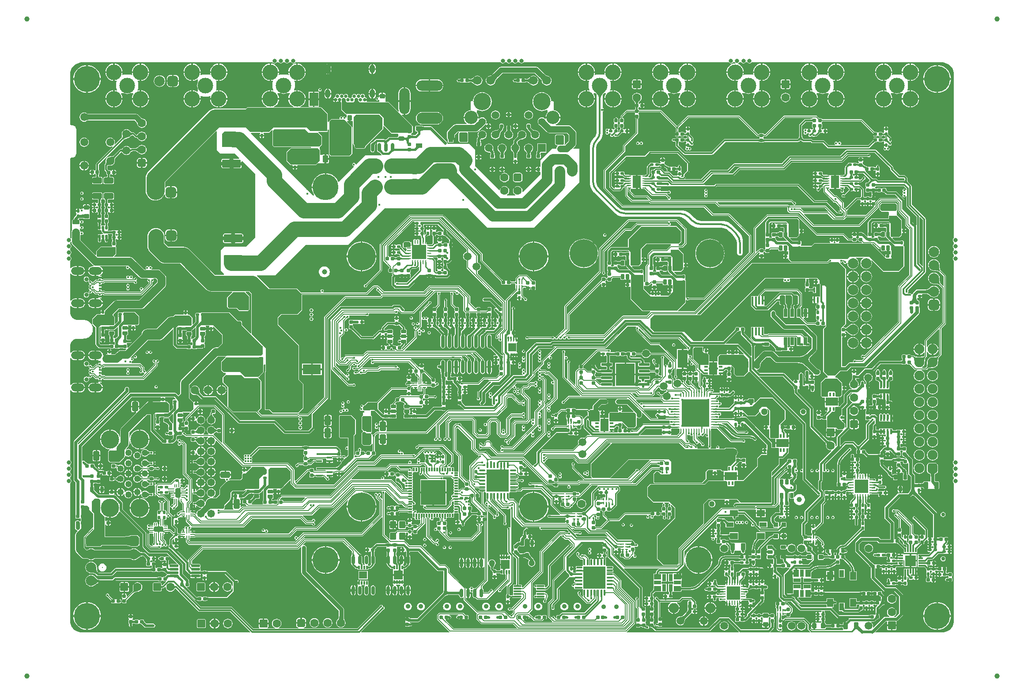
<source format=gbl>
G04*
G04 #@! TF.GenerationSoftware,Altium Limited,Altium Designer,19.1.6 (110)*
G04*
G04 Layer_Physical_Order=6*
G04 Layer_Color=16711680*
%FSLAX44Y44*%
%MOMM*%
G71*
G01*
G75*
%ADD10C,0.2500*%
%ADD11C,0.2000*%
%ADD12C,0.3000*%
%ADD15C,0.4000*%
%ADD18C,0.1500*%
%ADD22C,0.3500*%
G04:AMPARAMS|DCode=25|XSize=0.5mm|YSize=0.6mm|CornerRadius=0.05mm|HoleSize=0mm|Usage=FLASHONLY|Rotation=0.000|XOffset=0mm|YOffset=0mm|HoleType=Round|Shape=RoundedRectangle|*
%AMROUNDEDRECTD25*
21,1,0.5000,0.5000,0,0,0.0*
21,1,0.4000,0.6000,0,0,0.0*
1,1,0.1000,0.2000,-0.2500*
1,1,0.1000,-0.2000,-0.2500*
1,1,0.1000,-0.2000,0.2500*
1,1,0.1000,0.2000,0.2500*
%
%ADD25ROUNDEDRECTD25*%
G04:AMPARAMS|DCode=29|XSize=0.5mm|YSize=0.6mm|CornerRadius=0.05mm|HoleSize=0mm|Usage=FLASHONLY|Rotation=270.000|XOffset=0mm|YOffset=0mm|HoleType=Round|Shape=RoundedRectangle|*
%AMROUNDEDRECTD29*
21,1,0.5000,0.5000,0,0,270.0*
21,1,0.4000,0.6000,0,0,270.0*
1,1,0.1000,-0.2500,-0.2000*
1,1,0.1000,-0.2500,0.2000*
1,1,0.1000,0.2500,0.2000*
1,1,0.1000,0.2500,-0.2000*
%
%ADD29ROUNDEDRECTD29*%
%ADD30R,0.3100X0.3000*%
G04:AMPARAMS|DCode=32|XSize=0.6mm|YSize=0.6mm|CornerRadius=0.06mm|HoleSize=0mm|Usage=FLASHONLY|Rotation=90.000|XOffset=0mm|YOffset=0mm|HoleType=Round|Shape=RoundedRectangle|*
%AMROUNDEDRECTD32*
21,1,0.6000,0.4800,0,0,90.0*
21,1,0.4800,0.6000,0,0,90.0*
1,1,0.1200,0.2400,0.2400*
1,1,0.1200,0.2400,-0.2400*
1,1,0.1200,-0.2400,-0.2400*
1,1,0.1200,-0.2400,0.2400*
%
%ADD32ROUNDEDRECTD32*%
%ADD34R,0.3000X0.3100*%
G04:AMPARAMS|DCode=43|XSize=0.6mm|YSize=0.6mm|CornerRadius=0.06mm|HoleSize=0mm|Usage=FLASHONLY|Rotation=180.000|XOffset=0mm|YOffset=0mm|HoleType=Round|Shape=RoundedRectangle|*
%AMROUNDEDRECTD43*
21,1,0.6000,0.4800,0,0,180.0*
21,1,0.4800,0.6000,0,0,180.0*
1,1,0.1200,-0.2400,0.2400*
1,1,0.1200,0.2400,0.2400*
1,1,0.1200,0.2400,-0.2400*
1,1,0.1200,-0.2400,-0.2400*
%
%ADD43ROUNDEDRECTD43*%
G04:AMPARAMS|DCode=49|XSize=1mm|YSize=0.9mm|CornerRadius=0.1125mm|HoleSize=0mm|Usage=FLASHONLY|Rotation=270.000|XOffset=0mm|YOffset=0mm|HoleType=Round|Shape=RoundedRectangle|*
%AMROUNDEDRECTD49*
21,1,1.0000,0.6750,0,0,270.0*
21,1,0.7750,0.9000,0,0,270.0*
1,1,0.2250,-0.3375,-0.3875*
1,1,0.2250,-0.3375,0.3875*
1,1,0.2250,0.3375,0.3875*
1,1,0.2250,0.3375,-0.3875*
%
%ADD49ROUNDEDRECTD49*%
%ADD50C,1.6000*%
%ADD52R,0.2000X0.8100*%
%ADD53R,0.2000X0.9100*%
G04:AMPARAMS|DCode=55|XSize=1mm|YSize=0.9mm|CornerRadius=0.1125mm|HoleSize=0mm|Usage=FLASHONLY|Rotation=180.000|XOffset=0mm|YOffset=0mm|HoleType=Round|Shape=RoundedRectangle|*
%AMROUNDEDRECTD55*
21,1,1.0000,0.6750,0,0,180.0*
21,1,0.7750,0.9000,0,0,180.0*
1,1,0.2250,-0.3875,0.3375*
1,1,0.2250,0.3875,0.3375*
1,1,0.2250,0.3875,-0.3375*
1,1,0.2250,-0.3875,-0.3375*
%
%ADD55ROUNDEDRECTD55*%
G04:AMPARAMS|DCode=63|XSize=1.4mm|YSize=1mm|CornerRadius=0.125mm|HoleSize=0mm|Usage=FLASHONLY|Rotation=270.000|XOffset=0mm|YOffset=0mm|HoleType=Round|Shape=RoundedRectangle|*
%AMROUNDEDRECTD63*
21,1,1.4000,0.7500,0,0,270.0*
21,1,1.1500,1.0000,0,0,270.0*
1,1,0.2500,-0.3750,-0.5750*
1,1,0.2500,-0.3750,0.5750*
1,1,0.2500,0.3750,0.5750*
1,1,0.2500,0.3750,-0.5750*
%
%ADD63ROUNDEDRECTD63*%
%ADD84R,3.7000X1.6000*%
G04:AMPARAMS|DCode=87|XSize=1.8mm|YSize=1.15mm|CornerRadius=0.1438mm|HoleSize=0mm|Usage=FLASHONLY|Rotation=180.000|XOffset=0mm|YOffset=0mm|HoleType=Round|Shape=RoundedRectangle|*
%AMROUNDEDRECTD87*
21,1,1.8000,0.8625,0,0,180.0*
21,1,1.5125,1.1500,0,0,180.0*
1,1,0.2875,-0.7563,0.4313*
1,1,0.2875,0.7563,0.4313*
1,1,0.2875,0.7563,-0.4313*
1,1,0.2875,-0.7563,-0.4313*
%
%ADD87ROUNDEDRECTD87*%
G04:AMPARAMS|DCode=106|XSize=2.5mm|YSize=2mm|CornerRadius=0.25mm|HoleSize=0mm|Usage=FLASHONLY|Rotation=90.000|XOffset=0mm|YOffset=0mm|HoleType=Round|Shape=RoundedRectangle|*
%AMROUNDEDRECTD106*
21,1,2.5000,1.5000,0,0,90.0*
21,1,2.0000,2.0000,0,0,90.0*
1,1,0.5000,0.7500,1.0000*
1,1,0.5000,0.7500,-1.0000*
1,1,0.5000,-0.7500,-1.0000*
1,1,0.5000,-0.7500,1.0000*
%
%ADD106ROUNDEDRECTD106*%
%ADD107R,3.5000X1.9000*%
%ADD196C,1.1000*%
%ADD199C,1.2500*%
%ADD209C,1.5080*%
%ADD217C,0.7500*%
%ADD218C,1.3000*%
%ADD227C,1.0000*%
%ADD230C,0.3250*%
%ADD231C,1.5000*%
%ADD232C,0.7000*%
%ADD233C,0.6000*%
%ADD234C,0.8000*%
%ADD235C,1.5000*%
%ADD236C,0.9000*%
%ADD237C,0.5000*%
%ADD238C,0.2300*%
%ADD240C,1.0000*%
%ADD243C,5.4000*%
%ADD244C,3.0000*%
%ADD245C,1.4780*%
%ADD246O,2.5500X1.5000*%
%ADD247C,0.8100*%
G04:AMPARAMS|DCode=248|XSize=1.524mm|YSize=1.524mm|CornerRadius=0.1905mm|HoleSize=0mm|Usage=FLASHONLY|Rotation=0.000|XOffset=0mm|YOffset=0mm|HoleType=Round|Shape=RoundedRectangle|*
%AMROUNDEDRECTD248*
21,1,1.5240,1.1430,0,0,0.0*
21,1,1.1430,1.5240,0,0,0.0*
1,1,0.3810,0.5715,-0.5715*
1,1,0.3810,-0.5715,-0.5715*
1,1,0.3810,-0.5715,0.5715*
1,1,0.3810,0.5715,0.5715*
%
%ADD248ROUNDEDRECTD248*%
G04:AMPARAMS|DCode=249|XSize=1.6mm|YSize=1.6mm|CornerRadius=0.4mm|HoleSize=0mm|Usage=FLASHONLY|Rotation=0.000|XOffset=0mm|YOffset=0mm|HoleType=Round|Shape=RoundedRectangle|*
%AMROUNDEDRECTD249*
21,1,1.6000,0.8000,0,0,0.0*
21,1,0.8000,1.6000,0,0,0.0*
1,1,0.8000,0.4000,-0.4000*
1,1,0.8000,-0.4000,-0.4000*
1,1,0.8000,-0.4000,0.4000*
1,1,0.8000,0.4000,0.4000*
%
%ADD249ROUNDEDRECTD249*%
%ADD250C,3.5000*%
%ADD251C,2.0000*%
%ADD252C,1.6800*%
%ADD253C,1.4080*%
%ADD254R,1.5080X1.5080*%
%ADD255C,2.5500*%
%ADD256C,3.3500*%
%ADD257C,1.5500*%
%ADD258O,2.0000X5.0000*%
%ADD259O,5.0000X2.2000*%
%ADD260O,5.0000X2.0000*%
%ADD261C,1.2000*%
%ADD262C,5.0000*%
%ADD263O,1.0000X1.6000*%
%ADD264C,0.6500*%
%ADD265C,1.9500*%
G04:AMPARAMS|DCode=266|XSize=2mm|YSize=2mm|CornerRadius=0.5mm|HoleSize=0mm|Usage=FLASHONLY|Rotation=90.000|XOffset=0mm|YOffset=0mm|HoleType=Round|Shape=RoundedRectangle|*
%AMROUNDEDRECTD266*
21,1,2.0000,1.0000,0,0,90.0*
21,1,1.0000,2.0000,0,0,90.0*
1,1,1.0000,0.5000,0.5000*
1,1,1.0000,0.5000,-0.5000*
1,1,1.0000,-0.5000,-0.5000*
1,1,1.0000,-0.5000,0.5000*
%
%ADD266ROUNDEDRECTD266*%
%ADD267C,0.2500*%
%ADD268C,1.9000*%
G04:AMPARAMS|DCode=269|XSize=1.9mm|YSize=1.9mm|CornerRadius=0.475mm|HoleSize=0mm|Usage=FLASHONLY|Rotation=90.000|XOffset=0mm|YOffset=0mm|HoleType=Round|Shape=RoundedRectangle|*
%AMROUNDEDRECTD269*
21,1,1.9000,0.9500,0,0,90.0*
21,1,0.9500,1.9000,0,0,90.0*
1,1,0.9500,0.4750,0.4750*
1,1,0.9500,0.4750,-0.4750*
1,1,0.9500,-0.4750,-0.4750*
1,1,0.9500,-0.4750,0.4750*
%
%ADD269ROUNDEDRECTD269*%
G04:AMPARAMS|DCode=270|XSize=2mm|YSize=2mm|CornerRadius=0.5mm|HoleSize=0mm|Usage=FLASHONLY|Rotation=180.000|XOffset=0mm|YOffset=0mm|HoleType=Round|Shape=RoundedRectangle|*
%AMROUNDEDRECTD270*
21,1,2.0000,1.0000,0,0,180.0*
21,1,1.0000,2.0000,0,0,180.0*
1,1,1.0000,-0.5000,0.5000*
1,1,1.0000,0.5000,0.5000*
1,1,1.0000,0.5000,-0.5000*
1,1,1.0000,-0.5000,-0.5000*
%
%ADD270ROUNDEDRECTD270*%
%ADD271C,0.9000*%
G04:AMPARAMS|DCode=272|XSize=1.524mm|YSize=1.524mm|CornerRadius=0.1905mm|HoleSize=0mm|Usage=FLASHONLY|Rotation=90.000|XOffset=0mm|YOffset=0mm|HoleType=Round|Shape=RoundedRectangle|*
%AMROUNDEDRECTD272*
21,1,1.5240,1.1430,0,0,90.0*
21,1,1.1430,1.5240,0,0,90.0*
1,1,0.3810,0.5715,0.5715*
1,1,0.3810,0.5715,-0.5715*
1,1,0.3810,-0.5715,-0.5715*
1,1,0.3810,-0.5715,0.5715*
%
%ADD272ROUNDEDRECTD272*%
G04:AMPARAMS|DCode=273|XSize=1.6mm|YSize=1.6mm|CornerRadius=0.4mm|HoleSize=0mm|Usage=FLASHONLY|Rotation=90.000|XOffset=0mm|YOffset=0mm|HoleType=Round|Shape=RoundedRectangle|*
%AMROUNDEDRECTD273*
21,1,1.6000,0.8000,0,0,90.0*
21,1,0.8000,1.6000,0,0,90.0*
1,1,0.8000,0.4000,0.4000*
1,1,0.8000,0.4000,-0.4000*
1,1,0.8000,-0.4000,-0.4000*
1,1,0.8000,-0.4000,0.4000*
%
%ADD273ROUNDEDRECTD273*%
%ADD274C,0.8000*%
%ADD275C,0.4000*%
%ADD276C,0.5000*%
%ADD278C,1.3000*%
%ADD280C,2.0000*%
%ADD282R,1.6500X2.4000*%
%ADD283R,0.7000X0.2500*%
%ADD284R,0.2500X0.5250*%
G04:AMPARAMS|DCode=285|XSize=1.5mm|YSize=0.3mm|CornerRadius=0.0375mm|HoleSize=0mm|Usage=FLASHONLY|Rotation=180.000|XOffset=0mm|YOffset=0mm|HoleType=Round|Shape=RoundedRectangle|*
%AMROUNDEDRECTD285*
21,1,1.5000,0.2250,0,0,180.0*
21,1,1.4250,0.3000,0,0,180.0*
1,1,0.0750,-0.7125,0.1125*
1,1,0.0750,0.7125,0.1125*
1,1,0.0750,0.7125,-0.1125*
1,1,0.0750,-0.7125,-0.1125*
%
%ADD285ROUNDEDRECTD285*%
%ADD286R,0.5250X0.2500*%
G04:AMPARAMS|DCode=287|XSize=0.3mm|YSize=1.15mm|CornerRadius=0.075mm|HoleSize=0mm|Usage=FLASHONLY|Rotation=270.000|XOffset=0mm|YOffset=0mm|HoleType=Round|Shape=RoundedRectangle|*
%AMROUNDEDRECTD287*
21,1,0.3000,1.0000,0,0,270.0*
21,1,0.1500,1.1500,0,0,270.0*
1,1,0.1500,-0.5000,-0.0750*
1,1,0.1500,-0.5000,0.0750*
1,1,0.1500,0.5000,0.0750*
1,1,0.1500,0.5000,-0.0750*
%
%ADD287ROUNDEDRECTD287*%
G04:AMPARAMS|DCode=288|XSize=0.3mm|YSize=1.15mm|CornerRadius=0.075mm|HoleSize=0mm|Usage=FLASHONLY|Rotation=0.000|XOffset=0mm|YOffset=0mm|HoleType=Round|Shape=RoundedRectangle|*
%AMROUNDEDRECTD288*
21,1,0.3000,1.0000,0,0,0.0*
21,1,0.1500,1.1500,0,0,0.0*
1,1,0.1500,0.0750,-0.5000*
1,1,0.1500,-0.0750,-0.5000*
1,1,0.1500,-0.0750,0.5000*
1,1,0.1500,0.0750,0.5000*
%
%ADD288ROUNDEDRECTD288*%
%ADD289R,4.2000X4.2000*%
G04:AMPARAMS|DCode=290|XSize=3.6mm|YSize=1.5mm|CornerRadius=0.1875mm|HoleSize=0mm|Usage=FLASHONLY|Rotation=180.000|XOffset=0mm|YOffset=0mm|HoleType=Round|Shape=RoundedRectangle|*
%AMROUNDEDRECTD290*
21,1,3.6000,1.1250,0,0,180.0*
21,1,3.2250,1.5000,0,0,180.0*
1,1,0.3750,-1.6125,0.5625*
1,1,0.3750,1.6125,0.5625*
1,1,0.3750,1.6125,-0.5625*
1,1,0.3750,-1.6125,-0.5625*
%
%ADD290ROUNDEDRECTD290*%
G04:AMPARAMS|DCode=291|XSize=0.6mm|YSize=0.5mm|CornerRadius=0.05mm|HoleSize=0mm|Usage=FLASHONLY|Rotation=90.000|XOffset=0mm|YOffset=0mm|HoleType=Round|Shape=RoundedRectangle|*
%AMROUNDEDRECTD291*
21,1,0.6000,0.4000,0,0,90.0*
21,1,0.5000,0.5000,0,0,90.0*
1,1,0.1000,0.2000,0.2500*
1,1,0.1000,0.2000,-0.2500*
1,1,0.1000,-0.2000,-0.2500*
1,1,0.1000,-0.2000,0.2500*
%
%ADD291ROUNDEDRECTD291*%
G04:AMPARAMS|DCode=292|XSize=0.55mm|YSize=2.1mm|CornerRadius=0.1375mm|HoleSize=0mm|Usage=FLASHONLY|Rotation=90.000|XOffset=0mm|YOffset=0mm|HoleType=Round|Shape=RoundedRectangle|*
%AMROUNDEDRECTD292*
21,1,0.5500,1.8250,0,0,90.0*
21,1,0.2750,2.1000,0,0,90.0*
1,1,0.2750,0.9125,0.1375*
1,1,0.2750,0.9125,-0.1375*
1,1,0.2750,-0.9125,-0.1375*
1,1,0.2750,-0.9125,0.1375*
%
%ADD292ROUNDEDRECTD292*%
%ADD293R,3.6000X4.2000*%
G04:AMPARAMS|DCode=294|XSize=0.6mm|YSize=0.7mm|CornerRadius=0.075mm|HoleSize=0mm|Usage=FLASHONLY|Rotation=0.000|XOffset=0mm|YOffset=0mm|HoleType=Round|Shape=RoundedRectangle|*
%AMROUNDEDRECTD294*
21,1,0.6000,0.5500,0,0,0.0*
21,1,0.4500,0.7000,0,0,0.0*
1,1,0.1500,0.2250,-0.2750*
1,1,0.1500,-0.2250,-0.2750*
1,1,0.1500,-0.2250,0.2750*
1,1,0.1500,0.2250,0.2750*
%
%ADD294ROUNDEDRECTD294*%
G04:AMPARAMS|DCode=295|XSize=0.9mm|YSize=0.9mm|CornerRadius=0.1125mm|HoleSize=0mm|Usage=FLASHONLY|Rotation=270.000|XOffset=0mm|YOffset=0mm|HoleType=Round|Shape=RoundedRectangle|*
%AMROUNDEDRECTD295*
21,1,0.9000,0.6750,0,0,270.0*
21,1,0.6750,0.9000,0,0,270.0*
1,1,0.2250,-0.3375,-0.3375*
1,1,0.2250,-0.3375,0.3375*
1,1,0.2250,0.3375,0.3375*
1,1,0.2250,0.3375,-0.3375*
%
%ADD295ROUNDEDRECTD295*%
G04:AMPARAMS|DCode=296|XSize=0.6mm|YSize=1mm|CornerRadius=0.075mm|HoleSize=0mm|Usage=FLASHONLY|Rotation=0.000|XOffset=0mm|YOffset=0mm|HoleType=Round|Shape=RoundedRectangle|*
%AMROUNDEDRECTD296*
21,1,0.6000,0.8500,0,0,0.0*
21,1,0.4500,1.0000,0,0,0.0*
1,1,0.1500,0.2250,-0.4250*
1,1,0.1500,-0.2250,-0.4250*
1,1,0.1500,-0.2250,0.4250*
1,1,0.1500,0.2250,0.4250*
%
%ADD296ROUNDEDRECTD296*%
G04:AMPARAMS|DCode=297|XSize=5.3mm|YSize=5.3mm|CornerRadius=0.265mm|HoleSize=0mm|Usage=FLASHONLY|Rotation=270.000|XOffset=0mm|YOffset=0mm|HoleType=Round|Shape=RoundedRectangle|*
%AMROUNDEDRECTD297*
21,1,5.3000,4.7700,0,0,270.0*
21,1,4.7700,5.3000,0,0,270.0*
1,1,0.5300,-2.3850,-2.3850*
1,1,0.5300,-2.3850,2.3850*
1,1,0.5300,2.3850,2.3850*
1,1,0.5300,2.3850,-2.3850*
%
%ADD297ROUNDEDRECTD297*%
G04:AMPARAMS|DCode=298|XSize=0.85mm|YSize=0.25mm|CornerRadius=0.0625mm|HoleSize=0mm|Usage=FLASHONLY|Rotation=270.000|XOffset=0mm|YOffset=0mm|HoleType=Round|Shape=RoundedRectangle|*
%AMROUNDEDRECTD298*
21,1,0.8500,0.1250,0,0,270.0*
21,1,0.7250,0.2500,0,0,270.0*
1,1,0.1250,-0.0625,-0.3625*
1,1,0.1250,-0.0625,0.3625*
1,1,0.1250,0.0625,0.3625*
1,1,0.1250,0.0625,-0.3625*
%
%ADD298ROUNDEDRECTD298*%
G04:AMPARAMS|DCode=299|XSize=0.85mm|YSize=0.25mm|CornerRadius=0.0625mm|HoleSize=0mm|Usage=FLASHONLY|Rotation=0.000|XOffset=0mm|YOffset=0mm|HoleType=Round|Shape=RoundedRectangle|*
%AMROUNDEDRECTD299*
21,1,0.8500,0.1250,0,0,0.0*
21,1,0.7250,0.2500,0,0,0.0*
1,1,0.1250,0.3625,-0.0625*
1,1,0.1250,-0.3625,-0.0625*
1,1,0.1250,-0.3625,0.0625*
1,1,0.1250,0.3625,0.0625*
%
%ADD299ROUNDEDRECTD299*%
%ADD300R,1.6000X2.3500*%
%ADD301R,0.7000X0.3000*%
G04:AMPARAMS|DCode=302|XSize=1.3mm|YSize=0.8mm|CornerRadius=0.1mm|HoleSize=0mm|Usage=FLASHONLY|Rotation=180.000|XOffset=0mm|YOffset=0mm|HoleType=Round|Shape=RoundedRectangle|*
%AMROUNDEDRECTD302*
21,1,1.3000,0.6000,0,0,180.0*
21,1,1.1000,0.8000,0,0,180.0*
1,1,0.2000,-0.5500,0.3000*
1,1,0.2000,0.5500,0.3000*
1,1,0.2000,0.5500,-0.3000*
1,1,0.2000,-0.5500,-0.3000*
%
%ADD302ROUNDEDRECTD302*%
G04:AMPARAMS|DCode=303|XSize=1.3mm|YSize=0.8mm|CornerRadius=0.1mm|HoleSize=0mm|Usage=FLASHONLY|Rotation=90.000|XOffset=0mm|YOffset=0mm|HoleType=Round|Shape=RoundedRectangle|*
%AMROUNDEDRECTD303*
21,1,1.3000,0.6000,0,0,90.0*
21,1,1.1000,0.8000,0,0,90.0*
1,1,0.2000,0.3000,0.5500*
1,1,0.2000,0.3000,-0.5500*
1,1,0.2000,-0.3000,-0.5500*
1,1,0.2000,-0.3000,0.5500*
%
%ADD303ROUNDEDRECTD303*%
%ADD304R,2.3500X1.6000*%
%ADD305R,0.3000X0.7000*%
%ADD306R,1.3500X1.0000*%
%ADD307R,0.7000X1.3500*%
%ADD308R,1.3500X0.7000*%
%ADD309R,2.5000X2.5000*%
%ADD310O,0.2500X0.9000*%
%ADD311O,0.9000X0.2500*%
%ADD312R,1.4000X0.9000*%
%ADD313R,1.5000X1.2000*%
%ADD314R,0.7700X0.2000*%
G04:AMPARAMS|DCode=315|XSize=0.6mm|YSize=0.2mm|CornerRadius=0.075mm|HoleSize=0mm|Usage=FLASHONLY|Rotation=90.000|XOffset=0mm|YOffset=0mm|HoleType=Round|Shape=RoundedRectangle|*
%AMROUNDEDRECTD315*
21,1,0.6000,0.0500,0,0,90.0*
21,1,0.4500,0.2000,0,0,90.0*
1,1,0.1500,0.0250,0.2250*
1,1,0.1500,0.0250,-0.2250*
1,1,0.1500,-0.0250,-0.2250*
1,1,0.1500,-0.0250,0.2250*
%
%ADD315ROUNDEDRECTD315*%
G04:AMPARAMS|DCode=316|XSize=0.6mm|YSize=0.2mm|CornerRadius=0.05mm|HoleSize=0mm|Usage=FLASHONLY|Rotation=180.000|XOffset=0mm|YOffset=0mm|HoleType=Round|Shape=RoundedRectangle|*
%AMROUNDEDRECTD316*
21,1,0.6000,0.1000,0,0,180.0*
21,1,0.5000,0.2000,0,0,180.0*
1,1,0.1000,-0.2500,0.0500*
1,1,0.1000,0.2500,0.0500*
1,1,0.1000,0.2500,-0.0500*
1,1,0.1000,-0.2500,-0.0500*
%
%ADD316ROUNDEDRECTD316*%
G04:AMPARAMS|DCode=317|XSize=0.6mm|YSize=0.2mm|CornerRadius=0.075mm|HoleSize=0mm|Usage=FLASHONLY|Rotation=180.000|XOffset=0mm|YOffset=0mm|HoleType=Round|Shape=RoundedRectangle|*
%AMROUNDEDRECTD317*
21,1,0.6000,0.0500,0,0,180.0*
21,1,0.4500,0.2000,0,0,180.0*
1,1,0.1500,-0.2250,0.0250*
1,1,0.1500,0.2250,0.0250*
1,1,0.1500,0.2250,-0.0250*
1,1,0.1500,-0.2250,-0.0250*
%
%ADD317ROUNDEDRECTD317*%
G04:AMPARAMS|DCode=318|XSize=0.2mm|YSize=0.6mm|CornerRadius=0.075mm|HoleSize=0mm|Usage=FLASHONLY|Rotation=180.000|XOffset=0mm|YOffset=0mm|HoleType=Round|Shape=RoundedRectangle|*
%AMROUNDEDRECTD318*
21,1,0.2000,0.4500,0,0,180.0*
21,1,0.0500,0.6000,0,0,180.0*
1,1,0.1500,-0.0250,0.2250*
1,1,0.1500,0.0250,0.2250*
1,1,0.1500,0.0250,-0.2250*
1,1,0.1500,-0.0250,-0.2250*
%
%ADD318ROUNDEDRECTD318*%
G04:AMPARAMS|DCode=319|XSize=1mm|YSize=1.8mm|CornerRadius=0.25mm|HoleSize=0mm|Usage=FLASHONLY|Rotation=180.000|XOffset=0mm|YOffset=0mm|HoleType=Round|Shape=RoundedRectangle|*
%AMROUNDEDRECTD319*
21,1,1.0000,1.3000,0,0,180.0*
21,1,0.5000,1.8000,0,0,180.0*
1,1,0.5000,-0.2500,0.6500*
1,1,0.5000,0.2500,0.6500*
1,1,0.5000,0.2500,-0.6500*
1,1,0.5000,-0.2500,-0.6500*
%
%ADD319ROUNDEDRECTD319*%
G04:AMPARAMS|DCode=320|XSize=0.2mm|YSize=0.6mm|CornerRadius=0.075mm|HoleSize=0mm|Usage=FLASHONLY|Rotation=90.000|XOffset=0mm|YOffset=0mm|HoleType=Round|Shape=RoundedRectangle|*
%AMROUNDEDRECTD320*
21,1,0.2000,0.4500,0,0,90.0*
21,1,0.0500,0.6000,0,0,90.0*
1,1,0.1500,0.2250,0.0250*
1,1,0.1500,0.2250,-0.0250*
1,1,0.1500,-0.2250,-0.0250*
1,1,0.1500,-0.2250,0.0250*
%
%ADD320ROUNDEDRECTD320*%
G04:AMPARAMS|DCode=321|XSize=1mm|YSize=1.8mm|CornerRadius=0.25mm|HoleSize=0mm|Usage=FLASHONLY|Rotation=90.000|XOffset=0mm|YOffset=0mm|HoleType=Round|Shape=RoundedRectangle|*
%AMROUNDEDRECTD321*
21,1,1.0000,1.3000,0,0,90.0*
21,1,0.5000,1.8000,0,0,90.0*
1,1,0.5000,0.6500,0.2500*
1,1,0.5000,0.6500,-0.2500*
1,1,0.5000,-0.6500,-0.2500*
1,1,0.5000,-0.6500,0.2500*
%
%ADD321ROUNDEDRECTD321*%
G04:AMPARAMS|DCode=322|XSize=0.6mm|YSize=0.2mm|CornerRadius=0.05mm|HoleSize=0mm|Usage=FLASHONLY|Rotation=90.000|XOffset=0mm|YOffset=0mm|HoleType=Round|Shape=RoundedRectangle|*
%AMROUNDEDRECTD322*
21,1,0.6000,0.1000,0,0,90.0*
21,1,0.5000,0.2000,0,0,90.0*
1,1,0.1000,0.0500,0.2500*
1,1,0.1000,0.0500,-0.2500*
1,1,0.1000,-0.0500,-0.2500*
1,1,0.1000,-0.0500,0.2500*
%
%ADD322ROUNDEDRECTD322*%
%ADD323R,0.7500X0.2200*%
%ADD324R,0.2200X0.8100*%
%ADD325R,0.2200X0.9100*%
G04:AMPARAMS|DCode=326|XSize=1.7mm|YSize=0.45mm|CornerRadius=0.1125mm|HoleSize=0mm|Usage=FLASHONLY|Rotation=180.000|XOffset=0mm|YOffset=0mm|HoleType=Round|Shape=RoundedRectangle|*
%AMROUNDEDRECTD326*
21,1,1.7000,0.2250,0,0,180.0*
21,1,1.4750,0.4500,0,0,180.0*
1,1,0.2250,-0.7375,0.1125*
1,1,0.2250,0.7375,0.1125*
1,1,0.2250,0.7375,-0.1125*
1,1,0.2250,-0.7375,-0.1125*
%
%ADD326ROUNDEDRECTD326*%
G04:AMPARAMS|DCode=327|XSize=1.8mm|YSize=1.15mm|CornerRadius=0.1438mm|HoleSize=0mm|Usage=FLASHONLY|Rotation=270.000|XOffset=0mm|YOffset=0mm|HoleType=Round|Shape=RoundedRectangle|*
%AMROUNDEDRECTD327*
21,1,1.8000,0.8625,0,0,270.0*
21,1,1.5125,1.1500,0,0,270.0*
1,1,0.2875,-0.4313,-0.7563*
1,1,0.2875,-0.4313,0.7563*
1,1,0.2875,0.4313,0.7563*
1,1,0.2875,0.4313,-0.7563*
%
%ADD327ROUNDEDRECTD327*%
G04:AMPARAMS|DCode=328|XSize=0.6mm|YSize=0.7mm|CornerRadius=0.075mm|HoleSize=0mm|Usage=FLASHONLY|Rotation=270.000|XOffset=0mm|YOffset=0mm|HoleType=Round|Shape=RoundedRectangle|*
%AMROUNDEDRECTD328*
21,1,0.6000,0.5500,0,0,270.0*
21,1,0.4500,0.7000,0,0,270.0*
1,1,0.1500,-0.2750,-0.2250*
1,1,0.1500,-0.2750,0.2250*
1,1,0.1500,0.2750,0.2250*
1,1,0.1500,0.2750,-0.2250*
%
%ADD328ROUNDEDRECTD328*%
%ADD329R,0.3500X1.5000*%
G04:AMPARAMS|DCode=330|XSize=2.5mm|YSize=2mm|CornerRadius=0.25mm|HoleSize=0mm|Usage=FLASHONLY|Rotation=180.000|XOffset=0mm|YOffset=0mm|HoleType=Round|Shape=RoundedRectangle|*
%AMROUNDEDRECTD330*
21,1,2.5000,1.5000,0,0,180.0*
21,1,2.0000,2.0000,0,0,180.0*
1,1,0.5000,-1.0000,0.7500*
1,1,0.5000,1.0000,0.7500*
1,1,0.5000,1.0000,-0.7500*
1,1,0.5000,-1.0000,-0.7500*
%
%ADD330ROUNDEDRECTD330*%
G04:AMPARAMS|DCode=331|XSize=0.6mm|YSize=1mm|CornerRadius=0.075mm|HoleSize=0mm|Usage=FLASHONLY|Rotation=90.000|XOffset=0mm|YOffset=0mm|HoleType=Round|Shape=RoundedRectangle|*
%AMROUNDEDRECTD331*
21,1,0.6000,0.8500,0,0,90.0*
21,1,0.4500,1.0000,0,0,90.0*
1,1,0.1500,0.4250,0.2250*
1,1,0.1500,0.4250,-0.2250*
1,1,0.1500,-0.4250,-0.2250*
1,1,0.1500,-0.4250,0.2250*
%
%ADD331ROUNDEDRECTD331*%
G04:AMPARAMS|DCode=332|XSize=1.4mm|YSize=1.2mm|CornerRadius=0.15mm|HoleSize=0mm|Usage=FLASHONLY|Rotation=270.000|XOffset=0mm|YOffset=0mm|HoleType=Round|Shape=RoundedRectangle|*
%AMROUNDEDRECTD332*
21,1,1.4000,0.9000,0,0,270.0*
21,1,1.1000,1.2000,0,0,270.0*
1,1,0.3000,-0.4500,-0.5500*
1,1,0.3000,-0.4500,0.5500*
1,1,0.3000,0.4500,0.5500*
1,1,0.3000,0.4500,-0.5500*
%
%ADD332ROUNDEDRECTD332*%
%ADD333O,0.6000X1.7000*%
%ADD334R,1.7000X1.7000*%
%ADD335R,0.3000X0.6500*%
G04:AMPARAMS|DCode=336|XSize=0.3mm|YSize=0.7mm|CornerRadius=0.075mm|HoleSize=0mm|Usage=FLASHONLY|Rotation=270.000|XOffset=0mm|YOffset=0mm|HoleType=Round|Shape=RoundedRectangle|*
%AMROUNDEDRECTD336*
21,1,0.3000,0.5500,0,0,270.0*
21,1,0.1500,0.7000,0,0,270.0*
1,1,0.1500,-0.2750,-0.0750*
1,1,0.1500,-0.2750,0.0750*
1,1,0.1500,0.2750,0.0750*
1,1,0.1500,0.2750,-0.0750*
%
%ADD336ROUNDEDRECTD336*%
G04:AMPARAMS|DCode=337|XSize=0.3mm|YSize=0.7mm|CornerRadius=0.075mm|HoleSize=0mm|Usage=FLASHONLY|Rotation=0.000|XOffset=0mm|YOffset=0mm|HoleType=Round|Shape=RoundedRectangle|*
%AMROUNDEDRECTD337*
21,1,0.3000,0.5500,0,0,0.0*
21,1,0.1500,0.7000,0,0,0.0*
1,1,0.1500,0.0750,-0.2750*
1,1,0.1500,-0.0750,-0.2750*
1,1,0.1500,-0.0750,0.2750*
1,1,0.1500,0.0750,0.2750*
%
%ADD337ROUNDEDRECTD337*%
%ADD338R,4.7000X4.7000*%
%ADD339R,0.3000X0.7000*%
%ADD340R,1.6000X1.4000*%
G04:AMPARAMS|DCode=341|XSize=0.45mm|YSize=0.7mm|CornerRadius=0.0563mm|HoleSize=0mm|Usage=FLASHONLY|Rotation=180.000|XOffset=0mm|YOffset=0mm|HoleType=Round|Shape=RoundedRectangle|*
%AMROUNDEDRECTD341*
21,1,0.4500,0.5875,0,0,180.0*
21,1,0.3375,0.7000,0,0,180.0*
1,1,0.1125,-0.1688,0.2938*
1,1,0.1125,0.1688,0.2938*
1,1,0.1125,0.1688,-0.2938*
1,1,0.1125,-0.1688,-0.2938*
%
%ADD341ROUNDEDRECTD341*%
%ADD342R,0.4000X1.0000*%
%ADD343R,2.1000X2.1000*%
%ADD344R,0.8500X0.3000*%
%ADD345R,0.3000X0.8500*%
%ADD346R,0.4000X0.8500*%
%ADD347R,1.7000X2.5000*%
G04:AMPARAMS|DCode=348|XSize=1.7mm|YSize=2mm|CornerRadius=0.425mm|HoleSize=0mm|Usage=FLASHONLY|Rotation=90.000|XOffset=0mm|YOffset=0mm|HoleType=Round|Shape=RoundedRectangle|*
%AMROUNDEDRECTD348*
21,1,1.7000,1.1500,0,0,90.0*
21,1,0.8500,2.0000,0,0,90.0*
1,1,0.8500,0.5750,0.4250*
1,1,0.8500,0.5750,-0.4250*
1,1,0.8500,-0.5750,-0.4250*
1,1,0.8500,-0.5750,0.4250*
%
%ADD348ROUNDEDRECTD348*%
%ADD349R,1.2000X1.5000*%
%ADD350R,0.9000X1.4000*%
%ADD351R,1.0000X1.3500*%
G04:AMPARAMS|DCode=352|XSize=0.9mm|YSize=0.9mm|CornerRadius=0.1125mm|HoleSize=0mm|Usage=FLASHONLY|Rotation=0.000|XOffset=0mm|YOffset=0mm|HoleType=Round|Shape=RoundedRectangle|*
%AMROUNDEDRECTD352*
21,1,0.9000,0.6750,0,0,0.0*
21,1,0.6750,0.9000,0,0,0.0*
1,1,0.2250,0.3375,-0.3375*
1,1,0.2250,-0.3375,-0.3375*
1,1,0.2250,-0.3375,0.3375*
1,1,0.2250,0.3375,0.3375*
%
%ADD352ROUNDEDRECTD352*%
%ADD353R,1.6000X1.6000*%
%ADD354R,0.2500X0.6250*%
%ADD355R,0.9000X1.8400*%
G04:AMPARAMS|DCode=356|XSize=1.22mm|YSize=0.91mm|CornerRadius=0.1138mm|HoleSize=0mm|Usage=FLASHONLY|Rotation=180.000|XOffset=0mm|YOffset=0mm|HoleType=Round|Shape=RoundedRectangle|*
%AMROUNDEDRECTD356*
21,1,1.2200,0.6825,0,0,180.0*
21,1,0.9925,0.9100,0,0,180.0*
1,1,0.2275,-0.4963,0.3413*
1,1,0.2275,0.4963,0.3413*
1,1,0.2275,0.4963,-0.3413*
1,1,0.2275,-0.4963,-0.3413*
%
%ADD356ROUNDEDRECTD356*%
%ADD357O,0.7000X2.5000*%
%ADD358R,0.6500X1.5250*%
%ADD359R,0.3600X1.0000*%
%ADD360R,1.9000X3.5000*%
G04:AMPARAMS|DCode=361|XSize=0.2393mm|YSize=0.7811mm|CornerRadius=0.0598mm|HoleSize=0mm|Usage=FLASHONLY|Rotation=180.000|XOffset=0mm|YOffset=0mm|HoleType=Round|Shape=RoundedRectangle|*
%AMROUNDEDRECTD361*
21,1,0.2393,0.6614,0,0,180.0*
21,1,0.1196,0.7811,0,0,180.0*
1,1,0.1196,-0.0598,0.3307*
1,1,0.1196,0.0598,0.3307*
1,1,0.1196,0.0598,-0.3307*
1,1,0.1196,-0.0598,-0.3307*
%
%ADD361ROUNDEDRECTD361*%
G04:AMPARAMS|DCode=362|XSize=0.7811mm|YSize=0.2393mm|CornerRadius=0.0598mm|HoleSize=0mm|Usage=FLASHONLY|Rotation=180.000|XOffset=0mm|YOffset=0mm|HoleType=Round|Shape=RoundedRectangle|*
%AMROUNDEDRECTD362*
21,1,0.7811,0.1196,0,0,180.0*
21,1,0.6614,0.2393,0,0,180.0*
1,1,0.1196,-0.3307,0.0598*
1,1,0.1196,0.3307,0.0598*
1,1,0.1196,0.3307,-0.0598*
1,1,0.1196,-0.3307,-0.0598*
%
%ADD362ROUNDEDRECTD362*%
%ADD363R,0.7811X0.2393*%
%ADD364R,2.7000X2.7000*%
%ADD365R,1.0000X0.3600*%
%ADD366C,3.0000*%
%ADD367C,3.5000*%
G36*
X1681117Y1096083D02*
X1685183Y1094399D01*
X1688842Y1091954D01*
X1691954Y1088842D01*
X1694399Y1085183D01*
X1696083Y1081117D01*
X1696941Y1076800D01*
Y1074600D01*
X1696941Y767500D01*
Y760220D01*
X1696395Y759855D01*
X1695290Y758201D01*
X1694902Y756250D01*
X1695290Y754299D01*
X1696395Y752645D01*
X1696941Y752280D01*
Y748470D01*
X1696395Y748105D01*
X1695290Y746451D01*
X1694902Y744500D01*
X1695290Y742549D01*
X1696395Y740895D01*
X1696941Y740530D01*
X1696941Y736470D01*
X1696395Y736105D01*
X1695290Y734451D01*
X1694902Y732500D01*
X1695290Y730549D01*
X1696395Y728895D01*
X1696941Y728530D01*
Y724470D01*
X1696395Y724105D01*
X1695290Y722451D01*
X1694902Y720500D01*
X1695290Y718549D01*
X1696395Y716895D01*
X1696941Y716530D01*
Y709250D01*
X1696942Y340750D01*
X1696942Y333470D01*
X1696395Y333105D01*
X1695290Y331451D01*
X1694902Y329500D01*
X1695290Y327549D01*
X1696395Y325895D01*
X1696942Y325530D01*
X1696941Y321470D01*
X1696395Y321105D01*
X1695290Y319451D01*
X1694902Y317500D01*
X1695290Y315549D01*
X1696395Y313895D01*
X1696941Y313530D01*
X1696941Y309470D01*
X1696395Y309105D01*
X1695290Y307451D01*
X1694902Y305500D01*
X1695290Y303549D01*
X1696395Y301895D01*
X1696941Y301530D01*
X1696941Y297720D01*
X1696395Y297355D01*
X1695290Y295701D01*
X1694902Y293750D01*
X1695290Y291799D01*
X1696395Y290145D01*
X1696941Y289780D01*
X1696941Y282500D01*
Y25400D01*
Y23200D01*
X1696083Y18883D01*
X1694399Y14817D01*
X1691954Y11158D01*
X1688842Y8046D01*
X1685183Y5601D01*
X1681117Y3917D01*
X1676800Y3059D01*
X1546736D01*
X1546250Y4232D01*
X1566939Y24922D01*
X1568353D01*
X1569029Y23652D01*
X1568813Y22565D01*
Y18350D01*
X1578000D01*
X1587187D01*
Y22565D01*
X1586954Y23736D01*
X1586926Y23899D01*
X1587644Y25099D01*
X1588311Y25232D01*
X1589634Y26116D01*
X1598634Y35116D01*
X1598634Y35116D01*
X1599518Y36439D01*
X1599828Y38000D01*
X1599828Y38000D01*
Y74250D01*
X1599828Y74250D01*
X1599518Y75811D01*
X1598634Y77134D01*
X1598634Y77134D01*
X1586884Y88884D01*
X1585561Y89768D01*
X1584000Y90078D01*
X1584000Y90078D01*
X1566439D01*
X1546078Y110439D01*
Y126500D01*
X1548411D01*
X1548447Y126446D01*
X1548976Y126093D01*
X1549600Y125969D01*
X1554400D01*
X1555024Y126093D01*
X1555093Y126139D01*
X1555164Y126132D01*
X1555362Y126299D01*
X1555601Y126399D01*
X1555667Y126556D01*
X1555797Y126666D01*
X1555885Y126837D01*
X1555946Y126917D01*
X1556032Y126997D01*
X1556157Y127082D01*
X1556330Y127167D01*
X1556557Y127248D01*
X1556841Y127318D01*
X1557180Y127372D01*
X1557497Y127399D01*
X1557810Y127371D01*
X1558141Y127317D01*
X1558418Y127247D01*
X1558640Y127166D01*
X1558810Y127079D01*
X1558934Y126993D01*
X1559000Y126930D01*
Y123855D01*
X1558616Y123280D01*
X1558461Y122500D01*
Y121500D01*
X1564978D01*
Y122492D01*
X1565003Y122303D01*
X1565079Y122135D01*
X1565205Y121986D01*
X1565381Y121857D01*
X1565608Y121748D01*
X1565886Y121659D01*
X1566214Y121589D01*
X1566539Y121547D01*
Y122500D01*
X1566384Y123280D01*
X1566000Y123855D01*
Y126930D01*
X1566066Y126993D01*
X1566190Y127079D01*
X1566360Y127166D01*
X1566582Y127247D01*
X1566859Y127317D01*
X1567190Y127371D01*
X1567500Y127399D01*
X1567810Y127371D01*
X1568141Y127317D01*
X1568418Y127247D01*
X1568640Y127166D01*
X1568810Y127079D01*
X1568934Y126993D01*
X1569000Y126930D01*
Y123855D01*
X1568616Y123280D01*
X1568461Y122500D01*
Y121500D01*
X1572500D01*
X1576539D01*
Y122500D01*
X1576384Y123280D01*
X1576000Y123855D01*
Y126930D01*
X1576066Y126993D01*
X1576190Y127079D01*
X1576360Y127166D01*
X1576582Y127247D01*
X1576859Y127317D01*
X1577190Y127371D01*
X1577500Y127399D01*
X1577810Y127371D01*
X1578141Y127317D01*
X1578418Y127247D01*
X1578640Y127166D01*
X1578810Y127079D01*
X1578934Y126993D01*
X1579000Y126930D01*
Y123855D01*
X1578616Y123280D01*
X1578461Y122500D01*
Y121557D01*
X1578786Y121589D01*
X1579114Y121659D01*
X1579392Y121748D01*
X1579619Y121857D01*
X1579795Y121986D01*
X1579921Y122135D01*
X1579997Y122303D01*
X1580022Y122492D01*
Y121500D01*
X1582500D01*
X1586539D01*
Y122500D01*
X1586384Y123280D01*
X1586000Y123855D01*
Y127000D01*
X1586000D01*
X1586083Y127403D01*
X1586124Y127500D01*
Y127597D01*
X1586242Y128170D01*
X1586394Y128231D01*
X1586674Y128305D01*
X1587039Y128365D01*
X1587487Y128404D01*
X1588036Y128418D01*
X1588110Y128451D01*
X1595000D01*
X1595246Y128500D01*
X1600250D01*
Y137230D01*
X1600250Y138500D01*
X1600250D01*
Y138500D01*
X1600250D01*
Y141929D01*
X1600257Y141944D01*
X1600730Y142328D01*
X1602000Y141724D01*
Y129000D01*
X1612500D01*
Y141000D01*
Y153000D01*
X1602020D01*
X1602000Y153000D01*
X1600750Y153048D01*
Y154000D01*
X1596500D01*
Y151000D01*
X1595000D01*
Y149500D01*
X1589250D01*
Y147500D01*
X1595000D01*
Y144500D01*
X1589250D01*
Y144055D01*
X1588074Y143593D01*
X1587980Y143584D01*
X1587060Y143615D01*
X1586688Y143652D01*
X1586367Y143701D01*
X1586113Y143759D01*
X1585930Y143819D01*
X1585823Y143868D01*
X1585811Y143876D01*
X1585793Y143906D01*
X1585728Y143956D01*
X1585648Y144148D01*
X1585265Y144307D01*
X1585133Y144406D01*
X1585051Y144395D01*
X1584500Y144624D01*
X1579500D01*
X1579077Y144448D01*
X1579000Y144500D01*
Y144500D01*
X1575070D01*
X1575007Y144566D01*
X1574921Y144690D01*
X1574834Y144860D01*
X1574753Y145082D01*
X1574683Y145359D01*
X1574629Y145690D01*
X1574595Y146074D01*
X1574590Y146251D01*
X1574595Y146427D01*
X1574628Y146820D01*
X1574682Y147159D01*
X1574752Y147443D01*
X1574833Y147670D01*
X1574918Y147843D01*
X1575003Y147968D01*
X1575083Y148054D01*
X1575163Y148115D01*
X1575334Y148203D01*
X1575444Y148333D01*
X1575601Y148399D01*
X1575643Y148500D01*
X1577809D01*
X1578086Y148086D01*
X1578781Y147622D01*
X1579600Y147459D01*
X1580500D01*
Y152000D01*
Y154850D01*
X1579278D01*
X1579415Y154879D01*
X1579538Y154966D01*
X1579646Y155111D01*
X1579740Y155314D01*
X1579819Y155575D01*
X1579884Y155894D01*
X1579935Y156271D01*
X1579952Y156541D01*
X1579600D01*
X1578781Y156378D01*
X1578086Y155914D01*
X1577809Y155500D01*
X1575589D01*
X1575553Y155554D01*
X1575024Y155907D01*
X1574400Y156031D01*
X1569600D01*
X1568976Y155907D01*
X1568907Y155861D01*
X1568836Y155868D01*
X1568638Y155701D01*
X1568399Y155601D01*
X1568333Y155444D01*
X1568203Y155333D01*
X1568115Y155163D01*
X1568054Y155083D01*
X1567968Y155003D01*
X1567843Y154918D01*
X1567670Y154833D01*
X1567443Y154752D01*
X1567159Y154682D01*
X1566859Y154635D01*
X1566688Y154652D01*
X1566367Y154701D01*
X1566113Y154759D01*
X1565930Y154819D01*
X1565823Y154868D01*
X1565811Y154876D01*
X1565793Y154906D01*
X1565728Y154956D01*
X1565648Y155148D01*
X1565265Y155307D01*
X1565133Y155407D01*
X1565051Y155395D01*
X1564500Y155624D01*
X1559500D01*
X1559077Y155449D01*
X1559000Y155500D01*
Y155500D01*
X1555000D01*
Y155500D01*
X1554923Y155449D01*
X1554500Y155624D01*
X1549500D01*
X1548971Y155405D01*
X1548906Y155416D01*
X1548771Y155322D01*
X1548352Y155148D01*
X1548286Y154988D01*
X1548255Y154972D01*
X1548125Y154923D01*
X1547907Y154867D01*
X1547634Y154818D01*
X1546557Y154735D01*
X1546420Y154826D01*
X1545250Y155059D01*
X1544079Y154826D01*
X1543087Y154163D01*
X1542424Y153170D01*
X1542191Y152000D01*
X1542424Y150829D01*
X1543087Y149837D01*
X1544079Y149174D01*
X1545250Y148941D01*
X1546420Y149174D01*
X1546564Y149270D01*
X1547251Y149230D01*
X1547610Y149187D01*
X1547907Y149133D01*
X1548125Y149077D01*
X1548255Y149029D01*
X1548286Y149011D01*
X1548352Y148852D01*
X1548771Y148678D01*
X1548906Y148584D01*
X1548971Y148596D01*
X1549500Y148376D01*
X1554500D01*
X1554923Y148552D01*
X1555000Y148500D01*
Y148500D01*
X1559000D01*
Y148500D01*
X1559077Y148552D01*
X1559500Y148376D01*
X1564500D01*
X1565051Y148605D01*
X1565133Y148594D01*
X1565265Y148693D01*
X1565648Y148852D01*
X1565728Y149044D01*
X1565793Y149094D01*
X1565811Y149124D01*
X1565823Y149132D01*
X1565930Y149181D01*
X1566113Y149241D01*
X1566367Y149299D01*
X1566675Y149347D01*
X1566881Y149362D01*
X1567159Y149318D01*
X1567443Y149248D01*
X1567670Y149167D01*
X1567843Y149082D01*
X1567968Y148997D01*
X1568054Y148917D01*
X1568115Y148837D01*
X1568203Y148667D01*
X1568333Y148556D01*
X1568399Y148399D01*
X1568557Y148333D01*
X1568667Y148203D01*
X1568837Y148115D01*
X1568917Y148054D01*
X1568997Y147968D01*
X1569082Y147843D01*
X1569167Y147670D01*
X1569248Y147443D01*
X1569318Y147159D01*
X1569371Y146820D01*
X1569406Y146427D01*
X1569410Y146251D01*
X1569405Y146074D01*
X1569371Y145690D01*
X1569317Y145359D01*
X1569247Y145083D01*
X1569166Y144860D01*
X1569079Y144690D01*
X1568993Y144566D01*
X1568909Y144478D01*
X1568823Y144413D01*
X1568645Y144322D01*
X1568577Y144241D01*
X1568352Y144148D01*
X1568212Y143810D01*
X1568110Y143690D01*
X1568119Y143585D01*
X1567876Y143000D01*
Y139000D01*
X1568352Y137852D01*
X1569500Y137376D01*
X1574500D01*
X1574923Y137551D01*
X1575000Y137500D01*
Y137500D01*
X1579000D01*
Y137500D01*
X1579077Y137551D01*
X1579500Y137376D01*
X1584500D01*
X1585051Y137605D01*
X1585133Y137593D01*
X1585265Y137693D01*
X1585648Y137852D01*
X1585728Y138044D01*
X1585793Y138094D01*
X1585811Y138124D01*
X1585823Y138132D01*
X1585930Y138181D01*
X1586113Y138241D01*
X1586367Y138299D01*
X1586675Y138347D01*
X1587523Y138410D01*
X1588026Y138418D01*
X1588102Y138451D01*
X1589750D01*
Y133549D01*
X1588106D01*
X1588031Y133582D01*
X1586518Y133614D01*
X1585837Y133666D01*
X1585617Y133697D01*
X1585476Y133726D01*
X1585451Y133733D01*
X1585424Y133748D01*
X1585403Y133750D01*
X1584500Y134124D01*
X1580500D01*
X1579915Y133881D01*
X1579810Y133890D01*
X1579689Y133788D01*
X1579352Y133648D01*
X1579259Y133423D01*
X1579178Y133354D01*
X1579087Y133177D01*
X1579022Y133091D01*
X1578934Y133007D01*
X1578810Y132921D01*
X1578640Y132834D01*
X1578418Y132753D01*
X1578141Y132683D01*
X1577810Y132629D01*
X1577500Y132601D01*
X1577190Y132629D01*
X1576859Y132683D01*
X1576582Y132753D01*
X1576360Y132834D01*
X1576190Y132921D01*
X1576066Y133007D01*
X1575978Y133091D01*
X1575913Y133177D01*
X1575822Y133354D01*
X1575741Y133423D01*
X1575648Y133648D01*
X1575310Y133788D01*
X1575190Y133890D01*
X1575085Y133881D01*
X1574500Y134124D01*
X1570500D01*
X1569915Y133881D01*
X1569810Y133890D01*
X1569689Y133788D01*
X1569352Y133648D01*
X1569259Y133423D01*
X1569178Y133354D01*
X1569087Y133177D01*
X1569022Y133091D01*
X1568934Y133007D01*
X1568810Y132921D01*
X1568640Y132834D01*
X1568418Y132753D01*
X1568141Y132683D01*
X1567810Y132629D01*
X1567500Y132601D01*
X1567190Y132629D01*
X1566859Y132683D01*
X1566582Y132753D01*
X1566360Y132834D01*
X1566190Y132921D01*
X1566066Y133007D01*
X1565978Y133091D01*
X1565913Y133177D01*
X1565822Y133354D01*
X1565741Y133423D01*
X1565648Y133648D01*
X1565310Y133788D01*
X1565190Y133890D01*
X1565085Y133881D01*
X1564500Y134124D01*
X1560500D01*
X1559915Y133881D01*
X1559810Y133890D01*
X1559689Y133788D01*
X1559352Y133648D01*
X1559259Y133423D01*
X1559178Y133354D01*
X1559087Y133177D01*
X1559022Y133091D01*
X1558934Y133007D01*
X1558810Y132921D01*
X1558640Y132834D01*
X1558418Y132753D01*
X1558141Y132683D01*
X1557810Y132629D01*
X1557497Y132601D01*
X1557180Y132628D01*
X1556841Y132682D01*
X1556557Y132752D01*
X1556330Y132833D01*
X1556157Y132918D01*
X1556032Y133003D01*
X1555946Y133083D01*
X1555885Y133163D01*
X1555797Y133333D01*
X1555667Y133443D01*
X1555601Y133601D01*
X1555362Y133700D01*
X1555164Y133867D01*
X1555093Y133861D01*
X1555024Y133907D01*
X1554400Y134031D01*
X1549600D01*
X1548976Y133907D01*
X1548447Y133553D01*
X1548411Y133500D01*
X1545643D01*
X1545601Y133601D01*
X1545419Y133677D01*
X1545284Y133821D01*
X1544816Y134034D01*
X1544365Y134273D01*
X1543337Y134924D01*
X1542826Y135296D01*
X1540389Y137398D01*
X1539741Y138033D01*
X1539731Y138036D01*
X1515828Y161939D01*
Y172561D01*
X1521439Y178172D01*
X1549311D01*
X1551966Y175516D01*
X1551966Y175516D01*
X1553289Y174632D01*
X1554850Y174322D01*
X1578640D01*
X1578876Y174369D01*
X1581040D01*
X1581664Y174493D01*
X1582194Y174846D01*
X1582229Y174900D01*
X1585051D01*
X1585087Y174846D01*
X1585616Y174493D01*
X1586240Y174369D01*
X1587204D01*
X1587242Y174345D01*
X1587330Y174366D01*
X1587414Y174332D01*
X1587503Y174369D01*
X1588616D01*
X1588861Y174228D01*
X1589270Y173941D01*
X1590312Y173057D01*
X1590904Y172484D01*
X1590982Y172453D01*
X1599599Y163836D01*
X1599629Y163759D01*
X1600153Y163215D01*
X1600586Y162724D01*
X1600941Y162275D01*
X1601218Y161872D01*
X1601418Y161522D01*
X1601470Y161404D01*
X1601500Y161254D01*
Y156250D01*
X1610230D01*
X1611500Y156250D01*
Y156250D01*
X1611500D01*
Y156250D01*
X1626500D01*
Y161254D01*
X1626549Y161500D01*
Y162982D01*
X1626706Y163255D01*
X1626983Y163655D01*
X1627827Y164656D01*
X1628370Y165218D01*
X1628391Y165271D01*
X1628441Y165299D01*
X1628455Y165350D01*
X1633647Y170542D01*
X1633721Y170570D01*
X1634885Y171652D01*
X1635358Y172033D01*
X1635780Y172328D01*
X1636024Y172469D01*
X1637137D01*
X1637226Y172432D01*
X1637310Y172466D01*
X1637398Y172445D01*
X1637436Y172469D01*
X1638400D01*
X1639024Y172593D01*
X1639554Y172946D01*
X1639907Y173476D01*
X1640031Y174100D01*
Y175016D01*
X1640086Y175105D01*
X1640065Y175191D01*
X1640099Y175274D01*
X1640031Y175437D01*
Y176459D01*
X1640187Y176731D01*
X1640470Y177138D01*
X1641347Y178175D01*
X1641916Y178765D01*
X1641947Y178842D01*
X1645191Y182086D01*
X1646461Y181560D01*
Y180000D01*
X1646616Y179220D01*
X1647058Y178558D01*
X1647720Y178116D01*
X1648500Y177961D01*
X1648864D01*
X1648862Y177976D01*
X1648785Y178426D01*
X1648691Y178806D01*
X1648579Y179118D01*
X1648450Y179361D01*
X1648304Y179535D01*
X1648141Y179641D01*
X1649500D01*
Y182000D01*
Y184359D01*
X1648141D01*
X1648304Y184457D01*
X1648450Y184609D01*
X1648579Y184814D01*
X1648691Y185073D01*
X1648785Y185385D01*
X1648862Y185751D01*
X1648904Y186039D01*
X1648500D01*
X1647819Y185904D01*
X1647668Y185917D01*
X1646549Y186629D01*
Y200500D01*
X1646355Y201476D01*
X1645802Y202302D01*
X1624173Y223932D01*
X1624076Y224421D01*
X1623413Y225413D01*
X1622421Y226076D01*
X1621250Y226309D01*
X1620079Y226076D01*
X1619087Y225413D01*
X1618424Y224421D01*
X1618191Y223250D01*
X1618424Y222080D01*
X1619087Y221087D01*
X1620079Y220424D01*
X1620568Y220327D01*
X1641451Y199444D01*
Y190340D01*
X1640181Y190014D01*
X1639914Y190414D01*
X1639219Y190878D01*
X1638400Y191041D01*
X1637500D01*
Y186500D01*
X1636000D01*
Y185000D01*
X1631459D01*
Y184100D01*
X1631622Y183281D01*
X1632086Y182586D01*
X1632500Y182309D01*
Y180089D01*
X1632446Y180054D01*
X1632093Y179524D01*
X1631969Y178900D01*
Y177936D01*
X1631945Y177898D01*
X1631966Y177810D01*
X1631932Y177726D01*
X1631969Y177637D01*
Y176523D01*
X1631828Y176279D01*
X1631541Y175870D01*
X1630657Y174828D01*
X1630301Y174461D01*
X1629354Y174688D01*
X1629031Y174932D01*
Y178900D01*
X1628907Y179524D01*
X1628553Y180054D01*
X1628500Y180089D01*
Y182911D01*
X1628553Y182946D01*
X1628907Y183476D01*
X1629031Y184100D01*
Y188900D01*
X1628907Y189524D01*
X1628553Y190053D01*
X1628024Y190407D01*
X1627400Y190531D01*
X1625023D01*
X1624986Y190554D01*
X1624897Y190533D01*
X1624812Y190568D01*
X1624723Y190531D01*
X1624140D01*
X1624046Y190586D01*
X1623799Y190760D01*
X1623124Y191334D01*
X1622736Y191709D01*
X1622635Y191749D01*
X1619289Y195095D01*
Y209750D01*
X1619134Y210530D01*
X1618692Y211192D01*
X1591942Y237942D01*
X1591280Y238384D01*
X1590500Y238539D01*
X1584566D01*
X1584474Y238582D01*
X1584095Y238596D01*
X1583974Y238609D01*
X1583866Y238627D01*
X1583780Y238646D01*
X1583719Y238665D01*
X1583683Y238680D01*
X1583676Y238683D01*
X1583647Y238709D01*
X1583626Y238717D01*
X1583623Y238719D01*
X1583614Y238721D01*
X1583536Y238748D01*
X1582671Y239326D01*
X1581500Y239559D01*
X1580329Y239326D01*
X1579337Y238663D01*
X1578674Y237670D01*
X1578441Y236500D01*
X1578674Y235329D01*
X1579337Y234337D01*
X1580329Y233674D01*
X1581500Y233441D01*
X1582671Y233674D01*
X1583536Y234252D01*
X1583614Y234279D01*
X1583623Y234281D01*
X1583626Y234283D01*
X1583647Y234291D01*
X1583676Y234317D01*
X1583683Y234321D01*
X1583719Y234335D01*
X1583780Y234354D01*
X1583866Y234373D01*
X1583962Y234389D01*
X1584272Y234414D01*
X1584452Y234418D01*
X1584551Y234461D01*
X1585041D01*
X1585829Y233191D01*
X1585691Y232500D01*
X1585731Y232301D01*
X1585523Y231183D01*
X1584809Y230921D01*
X1584330Y230826D01*
X1583337Y230163D01*
X1582674Y229170D01*
X1582441Y228000D01*
X1582674Y226829D01*
X1583337Y225837D01*
X1584330Y225174D01*
X1585350Y224971D01*
X1585425Y224935D01*
X1585432Y224930D01*
X1585436Y224929D01*
X1585456Y224920D01*
X1585495Y224917D01*
X1585503Y224915D01*
X1585539Y224900D01*
X1585595Y224870D01*
X1585669Y224823D01*
X1585748Y224767D01*
X1585985Y224565D01*
X1586115Y224440D01*
X1586215Y224401D01*
X1590961Y219655D01*
Y204641D01*
X1590918Y204544D01*
X1590909Y204191D01*
X1590885Y203920D01*
X1590851Y203708D01*
X1590811Y203559D01*
X1590800Y203531D01*
X1590600D01*
X1589976Y203407D01*
X1589447Y203053D01*
X1589093Y202524D01*
X1588969Y201900D01*
Y197100D01*
X1589093Y196476D01*
X1589447Y195946D01*
X1589500Y195911D01*
Y193089D01*
X1589447Y193053D01*
X1589093Y192524D01*
X1588969Y191900D01*
Y187100D01*
X1589093Y186476D01*
X1589447Y185946D01*
X1589976Y185593D01*
X1590600Y185469D01*
X1591957D01*
X1592145Y184524D01*
X1592698Y183697D01*
X1597005Y179390D01*
X1597037Y179311D01*
X1597794Y178534D01*
X1598999Y177167D01*
X1599427Y176607D01*
X1599751Y176118D01*
X1599876Y175887D01*
Y174000D01*
X1600352Y172852D01*
X1601500Y172376D01*
X1603680D01*
X1604067Y172103D01*
X1605140Y171188D01*
X1605756Y170592D01*
X1605833Y170562D01*
X1606451Y169944D01*
Y167659D01*
X1605181Y166818D01*
X1605175Y166819D01*
X1604874Y166866D01*
X1604564Y166946D01*
X1604243Y167061D01*
X1603911Y167215D01*
X1603567Y167408D01*
X1603211Y167643D01*
X1602845Y167920D01*
X1602469Y168242D01*
X1602067Y168625D01*
X1601991Y168654D01*
X1594598Y176047D01*
X1594570Y176121D01*
X1593488Y177285D01*
X1593107Y177758D01*
X1592812Y178180D01*
X1592671Y178424D01*
Y179537D01*
X1592708Y179626D01*
X1592674Y179710D01*
X1592695Y179798D01*
X1592671Y179836D01*
Y180800D01*
X1592547Y181424D01*
X1592193Y181954D01*
X1591664Y182307D01*
X1591040Y182431D01*
X1586240D01*
X1585616Y182307D01*
X1585087Y181954D01*
X1585051Y181900D01*
X1582718D01*
Y213110D01*
X1582718Y213110D01*
X1582408Y214671D01*
X1581524Y215994D01*
X1581524Y215994D01*
X1572078Y225439D01*
Y240811D01*
X1593439Y262172D01*
X1611000D01*
X1611000Y262172D01*
X1612561Y262482D01*
X1613884Y263366D01*
X1614976Y264458D01*
X1614981Y264460D01*
X1615781Y265180D01*
X1616510Y265690D01*
X1617203Y266037D01*
X1617863Y266234D01*
X1618500Y266298D01*
X1619137Y266234D01*
X1619797Y266037D01*
X1620490Y265690D01*
X1621219Y265180D01*
X1622018Y264460D01*
X1622024Y264458D01*
X1656922Y229561D01*
Y185500D01*
X1654855D01*
X1654280Y185884D01*
X1653500Y186039D01*
X1653096D01*
X1653138Y185751D01*
X1653215Y185385D01*
X1653309Y185073D01*
X1653421Y184814D01*
X1653550Y184609D01*
X1653696Y184457D01*
X1653859Y184359D01*
X1652500D01*
Y182000D01*
Y179641D01*
X1653859D01*
X1653696Y179535D01*
X1653550Y179361D01*
X1653421Y179118D01*
X1653309Y178806D01*
X1653215Y178426D01*
X1653138Y177976D01*
X1653136Y177961D01*
X1653500D01*
X1654280Y178116D01*
X1654855Y178500D01*
X1657650D01*
X1657653Y178492D01*
X1657725Y178203D01*
X1657787Y177845D01*
X1657854Y176929D01*
X1657856Y176848D01*
X1657844Y176634D01*
X1657791Y176178D01*
X1657725Y175797D01*
X1657653Y175508D01*
X1657650Y175500D01*
X1654855D01*
X1654280Y175884D01*
X1653500Y176039D01*
X1653136D01*
X1653138Y176024D01*
X1653215Y175574D01*
X1653309Y175194D01*
X1653421Y174882D01*
X1653550Y174639D01*
X1653696Y174465D01*
X1653859Y174359D01*
X1652500D01*
Y172000D01*
Y169641D01*
X1653859D01*
X1653696Y169535D01*
X1653550Y169361D01*
X1653421Y169118D01*
X1653309Y168806D01*
X1653215Y168425D01*
X1653138Y167976D01*
X1653136Y167961D01*
X1653500D01*
X1654280Y168116D01*
X1654855Y168500D01*
X1657650D01*
X1657653Y168492D01*
X1657725Y168203D01*
X1657787Y167845D01*
X1657857Y166881D01*
X1657844Y166634D01*
X1657791Y166178D01*
X1657725Y165797D01*
X1657653Y165508D01*
X1657650Y165500D01*
X1654855D01*
X1654280Y165884D01*
X1653500Y166039D01*
X1653136D01*
X1653138Y166024D01*
X1653215Y165574D01*
X1653309Y165194D01*
X1653421Y164882D01*
X1653550Y164639D01*
X1653696Y164465D01*
X1653859Y164359D01*
X1652500D01*
Y162000D01*
X1651000D01*
Y160500D01*
X1646461D01*
Y160000D01*
X1646616Y159220D01*
X1647058Y158558D01*
X1647720Y158116D01*
X1648500Y157961D01*
X1651197D01*
X1651683Y156788D01*
X1648444Y153549D01*
X1640240D01*
X1633000Y153549D01*
X1632754Y153500D01*
X1627750D01*
Y148500D01*
Y139770D01*
X1627750Y138500D01*
X1627750D01*
Y138500D01*
X1627750D01*
Y128500D01*
X1632754D01*
X1633000Y128451D01*
X1640934D01*
X1641495Y127890D01*
X1641527Y127811D01*
X1642284Y127034D01*
X1643489Y125667D01*
X1643917Y125107D01*
X1644241Y124618D01*
X1644366Y124387D01*
Y122500D01*
X1644541Y122077D01*
X1644490Y122000D01*
X1644490D01*
Y118000D01*
X1644490D01*
X1644541Y117923D01*
X1644366Y117500D01*
Y112500D01*
X1644595Y111949D01*
X1644583Y111867D01*
X1644683Y111735D01*
X1644842Y111352D01*
X1645034Y111272D01*
X1645084Y111207D01*
X1645114Y111189D01*
X1645122Y111177D01*
X1645171Y111070D01*
X1645231Y110887D01*
X1645289Y110633D01*
X1645336Y110325D01*
X1645394Y109554D01*
X1645361Y109180D01*
X1645308Y108841D01*
X1645238Y108557D01*
X1645157Y108330D01*
X1645072Y108157D01*
X1644987Y108032D01*
X1644907Y107946D01*
X1644827Y107885D01*
X1644657Y107797D01*
X1644547Y107667D01*
X1644389Y107601D01*
X1644290Y107362D01*
X1644122Y107164D01*
X1644129Y107093D01*
X1644083Y107024D01*
X1643959Y106400D01*
Y101600D01*
X1644083Y100976D01*
X1644436Y100447D01*
X1644966Y100093D01*
X1645590Y99969D01*
X1650390D01*
X1651014Y100093D01*
X1651543Y100447D01*
X1651579Y100500D01*
X1653799D01*
X1654076Y100086D01*
X1654771Y99622D01*
X1655590Y99459D01*
X1656490D01*
Y104000D01*
Y106957D01*
X1655528Y106958D01*
X1655712Y106983D01*
X1655876Y107059D01*
X1656021Y107186D01*
X1656147Y107363D01*
X1656253Y107592D01*
X1656340Y107871D01*
X1656408Y108201D01*
X1656451Y108541D01*
X1655590D01*
X1654771Y108378D01*
X1654076Y107914D01*
X1653799Y107500D01*
X1651633D01*
X1651591Y107601D01*
X1651434Y107667D01*
X1651324Y107797D01*
X1651153Y107885D01*
X1651073Y107946D01*
X1650993Y108032D01*
X1650908Y108157D01*
X1650823Y108330D01*
X1650742Y108557D01*
X1650672Y108841D01*
X1650618Y109180D01*
X1650590Y109506D01*
X1650605Y109940D01*
X1650641Y110312D01*
X1650691Y110633D01*
X1650749Y110887D01*
X1650809Y111070D01*
X1650858Y111177D01*
X1650866Y111189D01*
X1650896Y111207D01*
X1650946Y111272D01*
X1651138Y111352D01*
X1651297Y111735D01*
X1651396Y111867D01*
X1651385Y111949D01*
X1651614Y112500D01*
Y117500D01*
X1651438Y117923D01*
X1651490Y118000D01*
X1651490D01*
Y121930D01*
X1651556Y121993D01*
X1651680Y122079D01*
X1651850Y122166D01*
X1652072Y122247D01*
X1652350Y122317D01*
X1652680Y122371D01*
X1652990Y122399D01*
X1653300Y122371D01*
X1653631Y122317D01*
X1653907Y122247D01*
X1654130Y122166D01*
X1654300Y122079D01*
X1654424Y121993D01*
X1654490Y121930D01*
Y118855D01*
X1654106Y118280D01*
X1653951Y117500D01*
Y116500D01*
X1660450D01*
X1660468Y117252D01*
X1660490Y117014D01*
X1660570Y116801D01*
X1660706Y116613D01*
X1660840Y116500D01*
X1662029D01*
Y117500D01*
X1661874Y118280D01*
X1661490Y118855D01*
Y121930D01*
X1661556Y121993D01*
X1661680Y122079D01*
X1661850Y122166D01*
X1662072Y122247D01*
X1662350Y122317D01*
X1662680Y122371D01*
X1663064Y122405D01*
X1663486Y122417D01*
X1663917Y122406D01*
X1664310Y122372D01*
X1664649Y122318D01*
X1664933Y122248D01*
X1665160Y122167D01*
X1665333Y122082D01*
X1665458Y121997D01*
X1665544Y121917D01*
X1665605Y121837D01*
X1665693Y121666D01*
X1665823Y121557D01*
X1665889Y121399D01*
X1666128Y121300D01*
X1666326Y121133D01*
X1666397Y121139D01*
X1666466Y121093D01*
X1667090Y120969D01*
X1671890D01*
X1672514Y121093D01*
X1673044Y121447D01*
X1673079Y121500D01*
X1675847D01*
X1675889Y121399D01*
X1676037Y121337D01*
X1676139Y121212D01*
X1676272Y121140D01*
X1676316Y121103D01*
X1676380Y121025D01*
X1676458Y120891D01*
X1676541Y120692D01*
X1676620Y120426D01*
X1676684Y120111D01*
X1676749Y119456D01*
X1676739Y119310D01*
X1676687Y118924D01*
X1676618Y118598D01*
X1676539Y118338D01*
X1676454Y118142D01*
X1676375Y118009D01*
X1676368Y118000D01*
X1673345D01*
X1672770Y118384D01*
X1671990Y118539D01*
X1670990D01*
Y114500D01*
Y110461D01*
X1671990D01*
X1672770Y110616D01*
X1673345Y111000D01*
X1676490D01*
Y111000D01*
X1676567Y111052D01*
X1676990Y110877D01*
X1681990D01*
X1682519Y111096D01*
X1682584Y111084D01*
X1682719Y111178D01*
X1683138Y111352D01*
X1683204Y111512D01*
X1683235Y111529D01*
X1683365Y111577D01*
X1683583Y111633D01*
X1683856Y111683D01*
X1684704Y111747D01*
X1685084Y111698D01*
X1685416Y111630D01*
X1685682Y111551D01*
X1685881Y111468D01*
X1686015Y111390D01*
X1686093Y111327D01*
X1686130Y111282D01*
X1686202Y111149D01*
X1686327Y111047D01*
X1686389Y110899D01*
X1686490Y110857D01*
Y108143D01*
X1686389Y108101D01*
X1686345Y107996D01*
X1686310Y107966D01*
X1686242Y107918D01*
X1686239Y107915D01*
X1686208Y107898D01*
X1686040Y107836D01*
X1685775Y107767D01*
X1685446Y107709D01*
X1683882Y107590D01*
X1683237Y107582D01*
X1683123Y107533D01*
X1682079Y107326D01*
X1681087Y106663D01*
X1680424Y105670D01*
X1680191Y104500D01*
X1680424Y103329D01*
X1681087Y102337D01*
X1682079Y101674D01*
X1683123Y101467D01*
X1683237Y101418D01*
X1683892Y101410D01*
X1685000Y101346D01*
X1685423Y101295D01*
X1685776Y101233D01*
X1686040Y101165D01*
X1686208Y101103D01*
X1686239Y101086D01*
X1686242Y101082D01*
X1686310Y101034D01*
X1686345Y101004D01*
X1686389Y100899D01*
X1686671Y100782D01*
X1686921Y100607D01*
X1686939Y100611D01*
X1686966Y100593D01*
X1687590Y100469D01*
X1692390D01*
X1693014Y100593D01*
X1693544Y100947D01*
X1693897Y101476D01*
X1694021Y102100D01*
Y106900D01*
X1693897Y107524D01*
X1693544Y108054D01*
X1693490Y108089D01*
Y110911D01*
X1693544Y110947D01*
X1693897Y111476D01*
X1694021Y112100D01*
Y116900D01*
X1693897Y117524D01*
X1693544Y118054D01*
X1693014Y118407D01*
X1692390Y118531D01*
X1687590D01*
X1686966Y118407D01*
X1686906Y118367D01*
X1686846Y118373D01*
X1686637Y118204D01*
X1686389Y118101D01*
X1686327Y117953D01*
X1686202Y117851D01*
X1686130Y117718D01*
X1686093Y117674D01*
X1686015Y117610D01*
X1685881Y117532D01*
X1685682Y117449D01*
X1685416Y117370D01*
X1685101Y117306D01*
X1684554Y117252D01*
X1684239Y117270D01*
X1683880Y117313D01*
X1683583Y117367D01*
X1683365Y117423D01*
X1683235Y117472D01*
X1683204Y117489D01*
X1683138Y117648D01*
X1682924Y117737D01*
X1682862Y117813D01*
X1682722Y117888D01*
X1682671Y117930D01*
X1682605Y118009D01*
X1682525Y118142D01*
X1682442Y118338D01*
X1682362Y118598D01*
X1682297Y118906D01*
X1682231Y119555D01*
X1682241Y119700D01*
X1682292Y120094D01*
X1682360Y120426D01*
X1682439Y120692D01*
X1682522Y120891D01*
X1682600Y121025D01*
X1682664Y121103D01*
X1682708Y121140D01*
X1682841Y121212D01*
X1682943Y121337D01*
X1683091Y121399D01*
X1683194Y121647D01*
X1683363Y121856D01*
X1683357Y121916D01*
X1683397Y121976D01*
X1683521Y122600D01*
Y127400D01*
X1683397Y128024D01*
X1683044Y128554D01*
X1682514Y128907D01*
X1681890Y129031D01*
X1677090D01*
X1676466Y128907D01*
X1675936Y128554D01*
X1675901Y128500D01*
X1673079D01*
X1673044Y128554D01*
X1672514Y128907D01*
X1671890Y129031D01*
X1667090D01*
X1666466Y128907D01*
X1666397Y128862D01*
X1666326Y128868D01*
X1666128Y128701D01*
X1665889Y128601D01*
X1665823Y128444D01*
X1665693Y128334D01*
X1665605Y128163D01*
X1665544Y128083D01*
X1665458Y128003D01*
X1665333Y127918D01*
X1665160Y127833D01*
X1664933Y127752D01*
X1664649Y127682D01*
X1664310Y127628D01*
X1663917Y127594D01*
X1663486Y127583D01*
X1663064Y127595D01*
X1662680Y127629D01*
X1662349Y127683D01*
X1662072Y127753D01*
X1661850Y127834D01*
X1661680Y127921D01*
X1661556Y128007D01*
X1661468Y128091D01*
X1661403Y128177D01*
X1661312Y128355D01*
X1661231Y128423D01*
X1661138Y128648D01*
X1660800Y128788D01*
X1660680Y128890D01*
X1660575Y128881D01*
X1659990Y129124D01*
X1655990D01*
X1655405Y128881D01*
X1655300Y128890D01*
X1655179Y128788D01*
X1654842Y128648D01*
X1654749Y128423D01*
X1654668Y128354D01*
X1654577Y128177D01*
X1654512Y128091D01*
X1654424Y128007D01*
X1654300Y127921D01*
X1654130Y127834D01*
X1653907Y127753D01*
X1653630Y127683D01*
X1653300Y127629D01*
X1652990Y127601D01*
X1652680Y127629D01*
X1652349Y127683D01*
X1652072Y127753D01*
X1651850Y127834D01*
X1651680Y127921D01*
X1651556Y128007D01*
X1651468Y128091D01*
X1651403Y128177D01*
X1651312Y128355D01*
X1651231Y128423D01*
X1651138Y128648D01*
X1650800Y128788D01*
X1650680Y128890D01*
X1650575Y128881D01*
X1649990Y129124D01*
X1647811D01*
X1647423Y129397D01*
X1646350Y130312D01*
X1645911Y130737D01*
X1645976Y131185D01*
X1646090Y131522D01*
X1646422Y131969D01*
X1650890D01*
X1651514Y132093D01*
X1652043Y132446D01*
X1652079Y132500D01*
X1654299D01*
X1654576Y132086D01*
X1655271Y131622D01*
X1656090Y131459D01*
X1656990D01*
Y136000D01*
Y140541D01*
X1656090D01*
X1655271Y140378D01*
X1654576Y139914D01*
X1654299Y139500D01*
X1652079D01*
X1652043Y139553D01*
X1651514Y139907D01*
X1650890Y140031D01*
X1646422D01*
X1645943Y140850D01*
X1645867Y141272D01*
X1648046Y143451D01*
X1655000D01*
X1655975Y143645D01*
X1656802Y144198D01*
X1667056Y154451D01*
X1672657D01*
X1672740Y154418D01*
X1674121Y154430D01*
X1674140Y154438D01*
X1674158Y154431D01*
X1674617Y154451D01*
X1675570D01*
X1675750Y154376D01*
X1680750D01*
X1681173Y154552D01*
X1681250Y154500D01*
Y154500D01*
X1684395D01*
X1684970Y154116D01*
X1685750Y153961D01*
X1686750D01*
Y158000D01*
Y162039D01*
X1685750D01*
X1684970Y161884D01*
X1684395Y161500D01*
X1681320D01*
X1681257Y161566D01*
X1681171Y161690D01*
X1681084Y161860D01*
X1681003Y162082D01*
X1680933Y162360D01*
X1680879Y162690D01*
X1680851Y163000D01*
X1680879Y163310D01*
X1680933Y163640D01*
X1681003Y163918D01*
X1681084Y164140D01*
X1681171Y164310D01*
X1681257Y164434D01*
X1681320Y164500D01*
X1684395D01*
X1684970Y164116D01*
X1685750Y163961D01*
X1686750D01*
Y168000D01*
Y172039D01*
X1685750D01*
X1684970Y171884D01*
X1684395Y171500D01*
X1682901D01*
X1682375Y172770D01*
X1684052Y174448D01*
X1684605Y175275D01*
X1684763Y176069D01*
X1684832Y176226D01*
X1684844Y176749D01*
X1684876Y177178D01*
X1684926Y177534D01*
X1684988Y177809D01*
X1685053Y177999D01*
X1685082Y178055D01*
X1685274Y178093D01*
X1685668Y178356D01*
X1685737Y178385D01*
X1685747Y178409D01*
X1685804Y178447D01*
X1686157Y178976D01*
X1686281Y179600D01*
Y184400D01*
X1686157Y185024D01*
X1685804Y185554D01*
X1685274Y185907D01*
X1684650Y186031D01*
X1679850D01*
X1679226Y185907D01*
X1678696Y185554D01*
X1678661Y185500D01*
X1675839D01*
X1675804Y185554D01*
X1675274Y185907D01*
X1674650Y186031D01*
X1669850D01*
X1669226Y185907D01*
X1669205Y185893D01*
X1669194Y185896D01*
X1668936Y185720D01*
X1668649Y185601D01*
X1668607Y185500D01*
X1668575Y185475D01*
X1668510Y185430D01*
X1668465Y185407D01*
X1668275Y185341D01*
X1667980Y185270D01*
X1667616Y185210D01*
X1666326Y185119D01*
X1665078Y185238D01*
Y231250D01*
X1665078Y231250D01*
X1664768Y232811D01*
X1663884Y234134D01*
X1663884Y234134D01*
X1627979Y270038D01*
X1628540Y271274D01*
X1628563D01*
Y275813D01*
X1630063D01*
Y277313D01*
X1634102D01*
Y278313D01*
X1633947Y279093D01*
X1633563Y279668D01*
Y280819D01*
X1634182Y281423D01*
X1634833Y281684D01*
X1635605Y281618D01*
X1636442Y281484D01*
X1637132Y281305D01*
X1637671Y281091D01*
X1638062Y280861D01*
X1638319Y280630D01*
X1638461Y280426D01*
Y280313D01*
X1638616Y279533D01*
X1638927Y279067D01*
X1638928Y279064D01*
X1638929Y279064D01*
X1639058Y278871D01*
X1639720Y278429D01*
X1640500Y278274D01*
X1646246D01*
X1646500Y278274D01*
X1647500Y278313D01*
X1647500Y278313D01*
X1659500D01*
X1659500Y278313D01*
X1660500Y278274D01*
X1666500D01*
X1667280Y278429D01*
X1667942Y278871D01*
X1668384Y279533D01*
X1668539Y280313D01*
Y291313D01*
X1668384Y292093D01*
X1667942Y292755D01*
X1667280Y293197D01*
X1666500Y293352D01*
X1662145D01*
X1662010Y293437D01*
X1660278Y294888D01*
Y302654D01*
X1660282Y302662D01*
X1660311Y303808D01*
X1660394Y304789D01*
X1660529Y305628D01*
X1660709Y306321D01*
X1660923Y306862D01*
X1661154Y307254D01*
X1661385Y307512D01*
X1661614Y307671D01*
X1661869Y307764D01*
X1662306Y307812D01*
X1662436Y307883D01*
X1663193Y308034D01*
X1665095Y309305D01*
X1666366Y311206D01*
X1666812Y313450D01*
Y322950D01*
X1666366Y325193D01*
X1665095Y327095D01*
X1663193Y328366D01*
X1660950Y328813D01*
X1651450D01*
X1649206Y328366D01*
X1647304Y327095D01*
X1646034Y325193D01*
X1645587Y322950D01*
Y313450D01*
X1646034Y311206D01*
X1647304Y309305D01*
X1649206Y308034D01*
X1649964Y307883D01*
X1650094Y307812D01*
X1650531Y307764D01*
X1650786Y307671D01*
X1651015Y307512D01*
X1651246Y307254D01*
X1651477Y306862D01*
X1651691Y306320D01*
X1651870Y305628D01*
X1652005Y304789D01*
X1652089Y303807D01*
X1652118Y302662D01*
X1652122Y302654D01*
Y293313D01*
X1647500D01*
X1647500Y293313D01*
X1646500Y293352D01*
X1640500D01*
X1639720Y293197D01*
X1639058Y292755D01*
X1638929Y292562D01*
X1638928Y292561D01*
X1638927Y292558D01*
X1638616Y292093D01*
X1638461Y291313D01*
Y291200D01*
X1638319Y290995D01*
X1638062Y290765D01*
X1637671Y290534D01*
X1637132Y290321D01*
X1636442Y290142D01*
X1635605Y290007D01*
X1634626Y289924D01*
X1633484Y289895D01*
X1633476Y289891D01*
X1632172D01*
X1632063Y289936D01*
X1628063D01*
X1627954Y289891D01*
X1622578D01*
Y303626D01*
X1622578Y303626D01*
X1622268Y305186D01*
X1621384Y306509D01*
X1621384Y306509D01*
X1617828Y310065D01*
Y333338D01*
X1617970Y333427D01*
X1617970Y333428D01*
X1618000Y333561D01*
X1618096Y333660D01*
X1618090Y333951D01*
X1618154Y334235D01*
X1618114Y334469D01*
X1618114Y334470D01*
X1617957Y334720D01*
X1617863Y335000D01*
X1617556Y335352D01*
X1617518Y335541D01*
X1616634Y336865D01*
X1616634Y336865D01*
X1612722Y340777D01*
X1612112Y341392D01*
X1612102Y341396D01*
X1610023Y343475D01*
X1610020Y343484D01*
X1609380Y344138D01*
X1607732Y345996D01*
X1607305Y346540D01*
X1606555Y347617D01*
X1606266Y348097D01*
X1606021Y348560D01*
X1605809Y349027D01*
X1605664Y349162D01*
X1605588Y349345D01*
X1605487Y349387D01*
Y352154D01*
X1605541Y352190D01*
X1605894Y352719D01*
X1606019Y353344D01*
Y358144D01*
X1605894Y358768D01*
X1605541Y359297D01*
X1605011Y359651D01*
X1604387Y359775D01*
X1599587D01*
X1598963Y359651D01*
X1598942Y359637D01*
X1598931Y359639D01*
X1598674Y359464D01*
X1598386Y359345D01*
X1598344Y359244D01*
X1598313Y359218D01*
X1598247Y359174D01*
X1598203Y359151D01*
X1598012Y359085D01*
X1597718Y359014D01*
X1597353Y358953D01*
X1596369Y358884D01*
X1596106Y358898D01*
X1595643Y358950D01*
X1595257Y359014D01*
X1594962Y359085D01*
X1594772Y359151D01*
X1594727Y359174D01*
X1594662Y359218D01*
X1594630Y359244D01*
X1594588Y359345D01*
X1594488Y359387D01*
X1594462Y359418D01*
X1594417Y359483D01*
X1594394Y359528D01*
X1594328Y359719D01*
X1594258Y360013D01*
X1594197Y360378D01*
X1594077Y362072D01*
X1594073Y362442D01*
X1594078Y362824D01*
X1594143Y364011D01*
X1594196Y364468D01*
X1594261Y364849D01*
X1594332Y365139D01*
X1594334Y365144D01*
X1597126Y365144D01*
X1597700Y364760D01*
X1598481Y364604D01*
X1599480D01*
Y368644D01*
Y372683D01*
X1598481D01*
X1597700Y372528D01*
X1597126Y372144D01*
X1594334Y372144D01*
X1594332Y372148D01*
X1594261Y372438D01*
X1594199Y372797D01*
X1594129Y373762D01*
X1594143Y374011D01*
X1594196Y374468D01*
X1594261Y374850D01*
X1594332Y375139D01*
X1594334Y375144D01*
X1597126D01*
X1597700Y374760D01*
X1598481Y374604D01*
X1599480D01*
Y378643D01*
Y382683D01*
X1598481D01*
X1597700Y382528D01*
X1597126Y382144D01*
X1594334D01*
X1594332Y382148D01*
X1594261Y382438D01*
X1594199Y382797D01*
X1594129Y383762D01*
X1594143Y384011D01*
X1594196Y384468D01*
X1594261Y384849D01*
X1594332Y385139D01*
X1594334Y385144D01*
X1597126D01*
X1597700Y384760D01*
X1598481Y384604D01*
X1599480D01*
Y388644D01*
Y392683D01*
X1598481D01*
X1597700Y392528D01*
X1597126Y392144D01*
X1593981D01*
Y392144D01*
X1593481Y392267D01*
X1592762Y392267D01*
X1588481D01*
X1588024Y392078D01*
X1588016Y392080D01*
X1587968Y392055D01*
X1587333Y391792D01*
X1587327Y391779D01*
X1587203Y391752D01*
X1584682Y391581D01*
X1583965Y391576D01*
X1583960Y391574D01*
X1583956Y391576D01*
X1583901Y391552D01*
X1582537D01*
X1582485Y391576D01*
X1581753Y391595D01*
X1581141Y391648D01*
X1580629Y391733D01*
X1580222Y391842D01*
X1579921Y391964D01*
X1579725Y392083D01*
X1579616Y392183D01*
X1579562Y392264D01*
X1579529Y392355D01*
X1579503Y392608D01*
X1579487Y392636D01*
Y394994D01*
X1573487D01*
X1573487Y394994D01*
X1572987D01*
Y394994D01*
X1572217Y394994D01*
X1566987D01*
X1566987Y394994D01*
X1566487D01*
Y394994D01*
X1565717Y394994D01*
X1560487D01*
Y394994D01*
X1559987Y394994D01*
Y394994D01*
X1553987D01*
Y392986D01*
X1553972Y392958D01*
X1553945Y392705D01*
X1553913Y392614D01*
X1553858Y392533D01*
X1553749Y392433D01*
X1553553Y392314D01*
X1553253Y392192D01*
X1552845Y392083D01*
X1552333Y391998D01*
X1551722Y391945D01*
X1551119Y391929D01*
X1549908Y391955D01*
X1548867Y392041D01*
X1548489Y392098D01*
X1548193Y392163D01*
X1548001Y392224D01*
X1547986Y392232D01*
X1547823Y395024D01*
X1547820Y395757D01*
X1547796Y395813D01*
Y398470D01*
X1550663Y401337D01*
X1550663Y401337D01*
X1551326Y402329D01*
X1551559Y403500D01*
Y414750D01*
X1551559Y414750D01*
X1551326Y415920D01*
X1550663Y416913D01*
X1550663Y416913D01*
X1546913Y420663D01*
X1545921Y421326D01*
X1544750Y421559D01*
X1544750Y421559D01*
X1539500D01*
X1538329Y421326D01*
X1537337Y420663D01*
X1536167Y419493D01*
X1534897Y420019D01*
Y421304D01*
X1534951Y421340D01*
X1535304Y421869D01*
X1535428Y422494D01*
Y427294D01*
X1535304Y427918D01*
X1535291Y427938D01*
X1535293Y427950D01*
X1535117Y428207D01*
X1534998Y428495D01*
X1534897Y428537D01*
X1534872Y428568D01*
X1534827Y428634D01*
X1534804Y428678D01*
X1534738Y428869D01*
X1534668Y429163D01*
X1534607Y429528D01*
X1534536Y430539D01*
X1534553Y430859D01*
X1534606Y431316D01*
X1534672Y431696D01*
X1534744Y431986D01*
X1534811Y432173D01*
X1534836Y432220D01*
X1534844Y432225D01*
X1534856Y432243D01*
X1537677Y432408D01*
X1537854Y432409D01*
X1538327Y432403D01*
X1539528Y432339D01*
X1539991Y432287D01*
X1540378Y432223D01*
X1540672Y432153D01*
X1540863Y432086D01*
X1540907Y432063D01*
X1540972Y432019D01*
X1541004Y431993D01*
X1541046Y431892D01*
X1541333Y431773D01*
X1541591Y431598D01*
X1541602Y431600D01*
X1541623Y431586D01*
X1542247Y431462D01*
X1547047D01*
X1547671Y431586D01*
X1548201Y431940D01*
X1548236Y431994D01*
X1550457Y431994D01*
X1550733Y431580D01*
X1551428Y431115D01*
X1552247Y430952D01*
X1553147D01*
Y435494D01*
Y438330D01*
X1551811D01*
X1551970Y438427D01*
X1552112Y438581D01*
X1552238Y438792D01*
X1552346Y439059D01*
X1552438Y439383D01*
X1552513Y439763D01*
X1552550Y440035D01*
X1552247D01*
X1551428Y439872D01*
X1550733Y439408D01*
X1550457Y438994D01*
X1548290Y438994D01*
X1548248Y439095D01*
X1548147Y439137D01*
X1548122Y439168D01*
X1548077Y439234D01*
X1548054Y439278D01*
X1547988Y439469D01*
X1547918Y439763D01*
X1547857Y440128D01*
X1547787Y441112D01*
X1547802Y441375D01*
X1547853Y441838D01*
X1547917Y442224D01*
X1547988Y442518D01*
X1548054Y442709D01*
X1548077Y442754D01*
X1548122Y442819D01*
X1548147Y442851D01*
X1548248Y442892D01*
X1548367Y443180D01*
X1548543Y443437D01*
X1548540Y443449D01*
X1548554Y443469D01*
X1548678Y444094D01*
Y448894D01*
X1548554Y449518D01*
X1548201Y450047D01*
X1548147Y450083D01*
X1548147Y452850D01*
X1548248Y452892D01*
X1548290Y452993D01*
X1548322Y453019D01*
X1548387Y453064D01*
X1548432Y453087D01*
X1548622Y453153D01*
X1548917Y453223D01*
X1549281Y453284D01*
X1550976Y453403D01*
X1551207Y453406D01*
X1551722Y453392D01*
X1552333Y453339D01*
X1552845Y453254D01*
X1553253Y453145D01*
X1553553Y453023D01*
X1553749Y452904D01*
X1553858Y452804D01*
X1553913Y452723D01*
X1553945Y452632D01*
X1553972Y452379D01*
X1553987Y452351D01*
Y451244D01*
X1559987D01*
Y450744D01*
X1561987D01*
Y456494D01*
Y462244D01*
X1559987D01*
Y461744D01*
X1553987D01*
Y460636D01*
X1553972Y460608D01*
X1553945Y460355D01*
X1553913Y460264D01*
X1553858Y460183D01*
X1553749Y460083D01*
X1553553Y459964D01*
X1553253Y459842D01*
X1552845Y459733D01*
X1552333Y459648D01*
X1551722Y459595D01*
X1551206Y459581D01*
X1550967Y459584D01*
X1549766Y459648D01*
X1549303Y459700D01*
X1548916Y459764D01*
X1548622Y459835D01*
X1548432Y459901D01*
X1548387Y459924D01*
X1548322Y459968D01*
X1548290Y459994D01*
X1548248Y460095D01*
X1547961Y460214D01*
X1547704Y460389D01*
X1547692Y460387D01*
X1547671Y460401D01*
X1547047Y460525D01*
X1542247D01*
X1541623Y460401D01*
X1541094Y460047D01*
X1540740Y459518D01*
X1540616Y458894D01*
Y454094D01*
X1540740Y453469D01*
X1541094Y452940D01*
X1541147Y452904D01*
X1541147Y450083D01*
X1541094Y450047D01*
X1540740Y449518D01*
X1540616Y448894D01*
Y444094D01*
X1540740Y443469D01*
X1540754Y443449D01*
X1540751Y443437D01*
X1540927Y443180D01*
X1541046Y442892D01*
X1541147Y442851D01*
X1541173Y442819D01*
X1541217Y442754D01*
X1541240Y442709D01*
X1541306Y442518D01*
X1541377Y442224D01*
X1541437Y441859D01*
X1541507Y440875D01*
X1541493Y440612D01*
X1541441Y440149D01*
X1541377Y439763D01*
X1541306Y439469D01*
X1541240Y439278D01*
X1541217Y439234D01*
X1541173Y439168D01*
X1541147Y439137D01*
X1541046Y439095D01*
X1541004Y438994D01*
X1540972Y438968D01*
X1540907Y438924D01*
X1540862Y438901D01*
X1540672Y438835D01*
X1540378Y438764D01*
X1540013Y438703D01*
X1538318Y438584D01*
X1537854Y438579D01*
X1537661Y438579D01*
X1535884Y438632D01*
X1535122Y438698D01*
X1534904Y438732D01*
X1534857Y438744D01*
X1534844Y438762D01*
X1534836Y438767D01*
X1534811Y438814D01*
X1534744Y439001D01*
X1534672Y439291D01*
X1534610Y439649D01*
X1534520Y440882D01*
X1534552Y441475D01*
X1534603Y441938D01*
X1534668Y442324D01*
X1534738Y442618D01*
X1534804Y442809D01*
X1534827Y442854D01*
X1534872Y442919D01*
X1534897Y442951D01*
X1534998Y442992D01*
X1535117Y443280D01*
X1535293Y443537D01*
X1535291Y443549D01*
X1535304Y443569D01*
X1535428Y444194D01*
Y448994D01*
X1535304Y449618D01*
X1535291Y449638D01*
X1535293Y449650D01*
X1535117Y449907D01*
X1534998Y450195D01*
X1534897Y450237D01*
X1534872Y450268D01*
X1534827Y450334D01*
X1534804Y450378D01*
X1534738Y450569D01*
X1534668Y450863D01*
X1534607Y451228D01*
X1534487Y452922D01*
X1534480Y453622D01*
X1534456Y453677D01*
Y469666D01*
X1534480Y469721D01*
X1534488Y470430D01*
X1534552Y471631D01*
X1534603Y472094D01*
X1534668Y472481D01*
X1534738Y472775D01*
X1534804Y472966D01*
X1534827Y473010D01*
X1534872Y473075D01*
X1534898Y473107D01*
X1534998Y473149D01*
X1535118Y473436D01*
X1535293Y473694D01*
X1535291Y473705D01*
X1535304Y473726D01*
X1535428Y474350D01*
Y479150D01*
X1535304Y479774D01*
X1535291Y479795D01*
X1535293Y479806D01*
X1535117Y480064D01*
X1534998Y480351D01*
X1534898Y480393D01*
X1534872Y480425D01*
X1534827Y480490D01*
X1534804Y480535D01*
X1534738Y480725D01*
X1534668Y481020D01*
X1534607Y481384D01*
X1534561Y482037D01*
X1534645Y482508D01*
X1534765Y482944D01*
X1534912Y483314D01*
X1535079Y483623D01*
X1535265Y483876D01*
X1535470Y484084D01*
X1535699Y484254D01*
X1536031Y484430D01*
X1536085Y484496D01*
X1536168Y484517D01*
X1536210Y484586D01*
X1536787Y484825D01*
X1538562Y486188D01*
X1539925Y487963D01*
X1540781Y490031D01*
X1541073Y492250D01*
X1540781Y494469D01*
X1539925Y496537D01*
X1538562Y498312D01*
X1536787Y499675D01*
X1534719Y500531D01*
X1532500Y500823D01*
X1530281Y500531D01*
X1528213Y499675D01*
X1526438Y498312D01*
X1525075Y496537D01*
X1524219Y494469D01*
X1523927Y492250D01*
X1524219Y490031D01*
X1525075Y487963D01*
X1526438Y486188D01*
X1526730Y485964D01*
X1526741Y485918D01*
X1526821Y485870D01*
X1526859Y485784D01*
X1527153Y485500D01*
X1527380Y485224D01*
X1527585Y484910D01*
X1527767Y484554D01*
X1527928Y484153D01*
X1528063Y483704D01*
X1528171Y483206D01*
X1528250Y482660D01*
X1528271Y482398D01*
X1528243Y481869D01*
X1528191Y481406D01*
X1528127Y481020D01*
X1528056Y480725D01*
X1527990Y480535D01*
X1527967Y480490D01*
X1527923Y480425D01*
X1527897Y480393D01*
X1527796Y480351D01*
X1527754Y480250D01*
X1525203D01*
X1525085Y482201D01*
X1525082Y482754D01*
X1525054Y482821D01*
X1524797Y484116D01*
X1524023Y485273D01*
X1522866Y486047D01*
X1521500Y486319D01*
X1520134Y486047D01*
X1518977Y485273D01*
X1518203Y484116D01*
X1517947Y482827D01*
X1517918Y482758D01*
X1517913Y482205D01*
X1517880Y481283D01*
X1517816Y480608D01*
X1517781Y480398D01*
X1517749Y480266D01*
X1517743Y480249D01*
X1517724Y480220D01*
X1517719Y480186D01*
X1517705Y480149D01*
X1517706Y480133D01*
X1517666Y480038D01*
X1517490Y479774D01*
X1517436Y479501D01*
X1517303Y479247D01*
X1517275Y478938D01*
X1517205Y478658D01*
X1517072Y478311D01*
X1516867Y477905D01*
X1516589Y477446D01*
X1516250Y476959D01*
X1515199Y475722D01*
X1514102Y476392D01*
X1514268Y476793D01*
X1514578Y479143D01*
X1514268Y481492D01*
X1513362Y483682D01*
X1511919Y485562D01*
X1511889Y485584D01*
X1511881Y485605D01*
X1511316Y486194D01*
X1510836Y486764D01*
X1510418Y487338D01*
X1510059Y487918D01*
X1509758Y488502D01*
X1509514Y489092D01*
X1509476Y489212D01*
X1509471Y489247D01*
X1509512Y489529D01*
X1509864Y490136D01*
X1510410Y490588D01*
X1510433Y490594D01*
X1511330Y490659D01*
X1512021Y490668D01*
X1512076Y490691D01*
X1514500D01*
X1514500Y490691D01*
X1515671Y490924D01*
X1516663Y491587D01*
X1528767Y503691D01*
X1540250D01*
X1540250Y503691D01*
X1541420Y503924D01*
X1542413Y504587D01*
X1556267Y518441D01*
X1593916D01*
X1593971Y518418D01*
X1594680Y518410D01*
X1595881Y518346D01*
X1596344Y518294D01*
X1596730Y518230D01*
X1597025Y518159D01*
X1597216Y518093D01*
X1597260Y518070D01*
X1597325Y518026D01*
X1597357Y518000D01*
X1597399Y517899D01*
X1597686Y517780D01*
X1597944Y517604D01*
X1597955Y517607D01*
X1597976Y517593D01*
X1598600Y517469D01*
X1603400D01*
X1604024Y517593D01*
X1604554Y517947D01*
X1604589Y518000D01*
X1607411D01*
X1607446Y517947D01*
X1607976Y517593D01*
X1608600Y517469D01*
X1610977D01*
X1611014Y517446D01*
X1611104Y517467D01*
X1611188Y517432D01*
X1611277Y517469D01*
X1611859D01*
X1611954Y517414D01*
X1612201Y517240D01*
X1612876Y516666D01*
X1613264Y516291D01*
X1613365Y516251D01*
X1622058Y507558D01*
X1622058Y507558D01*
X1622720Y507116D01*
X1623500Y506961D01*
X1626505D01*
X1626758Y505691D01*
X1625505Y505172D01*
X1623311Y503489D01*
X1621628Y501295D01*
X1620570Y498741D01*
X1620209Y496000D01*
X1620570Y493259D01*
X1621628Y490705D01*
X1623311Y488511D01*
X1625505Y486828D01*
X1628059Y485770D01*
X1630800Y485409D01*
X1633541Y485770D01*
X1636095Y486828D01*
X1638289Y488511D01*
X1639972Y490705D01*
X1641030Y493259D01*
X1641391Y496000D01*
X1641030Y498741D01*
X1639972Y501295D01*
X1638289Y503489D01*
X1636095Y505172D01*
X1634842Y505691D01*
X1635095Y506961D01*
X1643800D01*
X1644580Y507116D01*
X1645242Y507558D01*
X1646807Y509124D01*
X1646886Y509148D01*
X1647277Y509471D01*
X1647719Y509729D01*
X1648301Y509977D01*
X1649023Y510202D01*
X1649880Y510398D01*
X1650846Y510555D01*
X1654621Y510813D01*
X1656108Y510818D01*
X1656115Y510821D01*
X1656200Y510809D01*
X1658941Y511170D01*
X1661495Y512228D01*
X1663689Y513911D01*
X1665372Y516105D01*
X1666430Y518659D01*
X1666790Y521400D01*
X1666779Y521485D01*
X1666782Y521492D01*
X1666787Y522998D01*
X1666832Y524357D01*
X1667043Y526743D01*
X1667202Y527720D01*
X1667398Y528577D01*
X1667623Y529299D01*
X1667871Y529881D01*
X1668129Y530323D01*
X1668452Y530714D01*
X1668476Y530793D01*
X1672192Y534508D01*
X1672192Y534508D01*
X1672634Y535170D01*
X1672789Y535950D01*
Y585913D01*
X1681192Y594315D01*
X1681192Y594315D01*
X1681634Y594977D01*
X1681789Y595757D01*
X1681789Y595757D01*
Y687178D01*
X1681634Y687959D01*
X1681192Y688620D01*
X1681192Y688620D01*
X1671595Y698217D01*
X1671571Y698295D01*
X1671235Y698704D01*
X1670965Y699171D01*
X1670706Y699788D01*
X1670471Y700554D01*
X1670267Y701464D01*
X1670103Y702492D01*
X1669836Y706499D01*
X1669832Y708080D01*
X1669845Y708178D01*
X1669467Y711050D01*
X1668358Y713726D01*
X1666595Y716024D01*
X1664297Y717787D01*
X1661621Y718895D01*
X1658750Y719273D01*
X1655878Y718895D01*
X1653202Y717787D01*
X1650905Y716024D01*
X1649141Y713726D01*
X1648033Y711050D01*
X1647655Y708178D01*
X1648033Y705307D01*
X1649141Y702631D01*
X1650905Y700333D01*
X1653202Y698570D01*
X1655878Y697462D01*
X1658750Y697084D01*
X1658849Y697097D01*
X1660448Y697092D01*
X1661893Y697046D01*
X1664426Y696827D01*
X1665465Y696661D01*
X1666375Y696457D01*
X1667140Y696222D01*
X1667758Y695963D01*
X1668225Y695693D01*
X1668634Y695357D01*
X1668711Y695333D01*
X1677711Y686334D01*
Y668332D01*
X1676537Y667846D01*
X1671595Y672789D01*
X1671571Y672866D01*
X1671235Y673275D01*
X1670965Y673742D01*
X1670706Y674360D01*
X1670471Y675125D01*
X1670267Y676035D01*
X1670103Y677063D01*
X1669836Y681071D01*
X1669832Y682651D01*
X1669845Y682750D01*
X1669467Y685621D01*
X1668358Y688297D01*
X1666595Y690595D01*
X1664297Y692358D01*
X1661622Y693467D01*
X1658750Y693845D01*
X1655878Y693467D01*
X1653202Y692358D01*
X1650905Y690595D01*
X1649141Y688297D01*
X1648033Y685621D01*
X1647655Y682750D01*
X1648033Y679878D01*
X1649141Y677203D01*
X1650905Y674905D01*
X1653202Y673141D01*
X1655878Y672033D01*
X1658750Y671655D01*
X1658849Y671668D01*
X1660448Y671663D01*
X1661893Y671617D01*
X1664426Y671398D01*
X1665465Y671232D01*
X1666375Y671029D01*
X1667140Y670794D01*
X1667758Y670535D01*
X1668225Y670265D01*
X1668634Y669929D01*
X1668711Y669905D01*
X1674711Y663905D01*
Y597845D01*
X1641558Y564692D01*
X1641116Y564030D01*
X1640961Y563250D01*
Y553714D01*
X1639691Y553283D01*
X1638645Y554645D01*
X1636347Y556409D01*
X1633672Y557517D01*
X1632300Y557697D01*
Y546800D01*
Y535903D01*
X1633672Y536083D01*
X1636347Y537192D01*
X1638645Y538955D01*
X1639691Y540317D01*
X1640961Y539886D01*
Y534445D01*
X1640193Y533676D01*
X1640114Y533652D01*
X1639723Y533329D01*
X1639281Y533071D01*
X1638699Y532823D01*
X1637977Y532598D01*
X1637120Y532402D01*
X1636154Y532245D01*
X1632379Y531987D01*
X1630891Y531982D01*
X1630885Y531979D01*
X1630800Y531991D01*
X1630715Y531979D01*
X1630708Y531982D01*
X1629202Y531987D01*
X1627843Y532032D01*
X1625457Y532243D01*
X1624480Y532402D01*
X1623623Y532598D01*
X1622901Y532823D01*
X1622319Y533071D01*
X1621877Y533330D01*
X1621485Y533652D01*
X1621407Y533676D01*
X1621142Y533942D01*
X1620480Y534384D01*
X1619700Y534539D01*
X1616141D01*
X1616044Y534582D01*
X1615691Y534591D01*
X1615420Y534615D01*
X1615208Y534650D01*
X1615059Y534689D01*
X1615031Y534700D01*
Y534900D01*
X1614907Y535524D01*
X1614554Y536054D01*
X1614024Y536407D01*
X1613400Y536531D01*
X1608600D01*
X1607976Y536407D01*
X1607446Y536054D01*
X1607411Y536000D01*
X1604589D01*
X1604554Y536054D01*
X1604024Y536407D01*
X1603400Y536531D01*
X1598600D01*
X1597976Y536407D01*
X1597446Y536054D01*
X1597093Y535524D01*
X1596969Y534900D01*
Y530100D01*
X1597093Y529476D01*
X1597107Y529455D01*
X1597104Y529444D01*
X1597280Y529186D01*
X1597399Y528899D01*
X1597500Y528857D01*
X1597525Y528825D01*
X1597570Y528760D01*
X1597593Y528715D01*
X1597659Y528525D01*
X1597730Y528231D01*
X1597790Y527866D01*
X1597860Y526882D01*
X1597846Y526619D01*
X1597794Y526156D01*
X1597730Y525770D01*
X1597659Y525475D01*
X1597593Y525285D01*
X1597570Y525240D01*
X1597525Y525175D01*
X1597500Y525143D01*
X1597399Y525101D01*
X1597357Y525000D01*
X1597325Y524975D01*
X1597260Y524930D01*
X1597215Y524907D01*
X1597025Y524841D01*
X1596730Y524770D01*
X1596366Y524710D01*
X1594671Y524590D01*
X1593971Y524582D01*
X1593916Y524559D01*
X1555000D01*
X1555000Y524559D01*
X1553829Y524326D01*
X1552837Y523663D01*
X1552837Y523663D01*
X1538983Y509809D01*
X1527500D01*
X1527500Y509809D01*
X1526329Y509576D01*
X1525337Y508913D01*
X1525337Y508913D01*
X1513233Y496809D01*
X1512076D01*
X1512021Y496832D01*
X1511320Y496841D01*
X1510134Y496906D01*
X1509678Y496959D01*
X1509297Y497025D01*
X1509008Y497097D01*
X1509000Y497099D01*
Y499895D01*
X1509384Y500470D01*
X1509539Y501250D01*
Y502250D01*
X1501461D01*
Y501250D01*
X1501616Y500470D01*
X1502000Y499895D01*
Y496750D01*
X1502000D01*
X1502052Y496673D01*
X1501876Y496250D01*
Y491250D01*
X1501902Y491189D01*
X1501890Y490912D01*
X1501809Y490295D01*
X1501674Y489689D01*
X1501486Y489092D01*
X1501242Y488502D01*
X1500941Y487918D01*
X1500582Y487338D01*
X1500164Y486764D01*
X1499684Y486194D01*
X1499119Y485605D01*
X1499111Y485584D01*
X1499081Y485562D01*
X1497639Y483682D01*
X1496732Y481492D01*
X1496422Y479143D01*
X1496732Y476793D01*
X1497639Y474604D01*
X1499081Y472724D01*
X1500887Y471339D01*
X1500894Y471205D01*
X1500270Y470069D01*
X1498000D01*
X1496634Y469797D01*
X1495477Y469023D01*
X1486977Y460523D01*
X1486203Y459366D01*
X1485931Y458000D01*
Y445228D01*
X1478102Y437398D01*
X1478058Y437332D01*
X1476250D01*
Y444500D01*
X1449750D01*
Y436500D01*
X1450250D01*
Y433872D01*
X1450326Y433885D01*
X1450720Y433990D01*
X1451053Y434125D01*
X1451326Y434290D01*
X1451538Y434485D01*
X1451690Y434710D01*
X1451781Y434965D01*
X1451811Y435250D01*
Y433750D01*
X1453250D01*
Y430750D01*
X1451811D01*
Y429250D01*
X1451781Y429535D01*
X1451690Y429790D01*
X1451538Y430015D01*
X1451326Y430210D01*
X1451053Y430375D01*
X1450720Y430510D01*
X1450326Y430615D01*
X1450250Y430628D01*
Y427250D01*
X1453486D01*
X1453972Y426077D01*
X1448698Y420802D01*
X1448145Y419976D01*
X1448057Y419531D01*
X1446600D01*
X1445976Y419407D01*
X1445907Y419361D01*
X1445836Y419367D01*
X1445638Y419200D01*
X1445399Y419101D01*
X1445333Y418943D01*
X1445203Y418834D01*
X1445115Y418663D01*
X1445054Y418583D01*
X1444968Y418503D01*
X1444843Y418418D01*
X1444670Y418333D01*
X1444442Y418252D01*
X1444159Y418182D01*
X1443820Y418129D01*
X1443500Y418101D01*
X1443180Y418129D01*
X1442841Y418182D01*
X1442558Y418252D01*
X1442330Y418333D01*
X1442157Y418418D01*
X1442032Y418503D01*
X1441946Y418583D01*
X1441885Y418663D01*
X1441797Y418834D01*
X1441667Y418943D01*
X1441601Y419101D01*
X1441500Y419143D01*
Y421309D01*
X1441914Y421586D01*
X1442378Y422281D01*
X1442541Y423100D01*
Y424000D01*
X1433459D01*
Y423100D01*
X1433622Y422281D01*
X1434086Y421586D01*
X1434500Y421309D01*
Y419089D01*
X1434447Y419053D01*
X1434093Y418524D01*
X1433969Y417900D01*
Y413100D01*
X1434093Y412476D01*
X1434447Y411946D01*
X1434976Y411593D01*
X1435600Y411469D01*
X1440400D01*
X1441024Y411593D01*
X1441093Y411639D01*
X1441164Y411633D01*
X1441362Y411800D01*
X1441601Y411899D01*
X1441667Y412057D01*
X1441797Y412166D01*
X1441885Y412337D01*
X1441946Y412417D01*
X1442032Y412497D01*
X1442157Y412582D01*
X1442330Y412667D01*
X1442558Y412748D01*
X1442841Y412818D01*
X1443180Y412872D01*
X1443500Y412899D01*
X1443820Y412872D01*
X1444159Y412818D01*
X1444442Y412748D01*
X1444670Y412667D01*
X1444843Y412582D01*
X1444968Y412497D01*
X1445054Y412417D01*
X1445115Y412337D01*
X1445203Y412166D01*
X1445333Y412057D01*
X1445399Y411899D01*
X1445638Y411800D01*
X1445836Y411633D01*
X1445907Y411639D01*
X1445976Y411593D01*
X1446600Y411469D01*
X1451400D01*
X1451648Y411518D01*
X1452664Y410926D01*
X1452918Y410662D01*
X1452917Y397249D01*
X1453235Y396484D01*
X1453146Y395581D01*
X1452830Y395370D01*
X1452078Y394244D01*
X1451813Y392915D01*
Y388700D01*
X1470187D01*
Y392915D01*
X1470119Y393253D01*
X1470953Y394394D01*
X1471993Y394477D01*
X1474235Y392235D01*
X1475000Y391918D01*
X1483750D01*
X1483750Y391918D01*
X1483828Y391950D01*
X1484547Y390873D01*
X1473837Y380163D01*
X1473174Y379170D01*
X1472941Y378000D01*
X1472941Y378000D01*
Y362267D01*
X1471189Y360515D01*
X1469987Y361108D01*
X1470078Y361800D01*
X1469768Y364150D01*
X1468862Y366339D01*
X1467419Y368219D01*
X1465539Y369661D01*
X1463349Y370568D01*
X1461000Y370878D01*
X1460958Y370872D01*
X1460935Y370882D01*
X1459982Y370895D01*
X1459115Y370953D01*
X1458308Y371054D01*
X1457562Y371197D01*
X1456877Y371380D01*
X1456252Y371603D01*
X1455685Y371861D01*
X1455174Y372156D01*
X1454717Y372486D01*
X1454266Y372891D01*
X1454218Y372908D01*
X1427309Y399817D01*
Y433500D01*
X1427309Y433500D01*
X1427076Y434670D01*
X1426413Y435663D01*
X1426413Y435663D01*
X1397059Y465017D01*
Y466666D01*
X1397082Y466721D01*
X1397090Y467430D01*
X1397155Y468631D01*
X1397206Y469094D01*
X1397271Y469481D01*
X1397341Y469775D01*
X1397407Y469966D01*
X1397430Y470010D01*
X1397475Y470075D01*
X1397500Y470107D01*
X1397601Y470149D01*
X1397643Y470250D01*
X1400411Y470250D01*
X1400446Y470196D01*
X1400976Y469843D01*
X1401600Y469719D01*
X1403764D01*
X1404000Y469672D01*
X1404125Y469697D01*
X1404250Y469672D01*
X1415250D01*
X1415486Y469719D01*
X1417650D01*
X1418274Y469843D01*
X1418804Y470196D01*
X1419157Y470726D01*
X1419281Y471350D01*
Y473514D01*
X1419328Y473750D01*
X1419281Y473986D01*
Y476150D01*
X1419157Y476774D01*
X1418804Y477304D01*
X1418750Y477339D01*
Y479672D01*
X1422750D01*
Y477339D01*
X1422697Y477304D01*
X1422343Y476774D01*
X1422219Y476150D01*
Y471350D01*
X1422343Y470726D01*
X1422681Y470219D01*
Y468250D01*
X1422953Y466884D01*
X1423727Y465727D01*
X1424884Y464953D01*
X1426250Y464681D01*
X1427616Y464953D01*
X1428773Y465727D01*
X1429547Y466884D01*
X1429819Y468250D01*
Y470219D01*
X1430157Y470726D01*
X1430281Y471350D01*
Y476150D01*
X1430157Y476774D01*
X1429803Y477304D01*
X1429750Y477339D01*
Y480161D01*
X1429803Y480196D01*
X1430157Y480726D01*
X1430281Y481350D01*
Y483514D01*
X1430328Y483750D01*
X1430281Y483986D01*
Y486150D01*
X1430157Y486774D01*
X1429803Y487304D01*
X1429274Y487657D01*
X1428650Y487781D01*
X1426486D01*
X1426250Y487828D01*
X1419328D01*
Y490750D01*
X1421395D01*
X1421970Y490366D01*
X1422750Y490211D01*
X1423750D01*
Y494250D01*
Y498289D01*
X1422750D01*
X1421970Y498134D01*
X1421395Y497750D01*
X1419328D01*
Y502875D01*
X1419018Y504436D01*
X1418134Y505759D01*
X1416811Y506643D01*
X1415250Y506953D01*
X1413689Y506643D01*
X1412366Y505759D01*
X1411482Y504436D01*
X1411172Y502875D01*
Y496359D01*
X1411126Y496250D01*
Y492250D01*
X1411172Y492141D01*
Y483750D01*
X1411219Y483514D01*
Y481350D01*
X1411343Y480726D01*
X1411696Y480196D01*
X1411750Y480161D01*
Y477828D01*
X1408078D01*
Y482141D01*
X1408124Y482250D01*
Y486250D01*
X1408078Y486359D01*
Y497750D01*
X1407768Y499311D01*
X1406884Y500634D01*
X1405561Y501518D01*
X1404000Y501828D01*
X1402439Y501518D01*
X1401116Y500634D01*
X1400232Y499311D01*
X1399922Y497750D01*
Y487750D01*
X1397855D01*
X1397280Y488134D01*
X1396500Y488289D01*
X1395500D01*
Y484250D01*
X1392500D01*
Y488289D01*
X1391500D01*
X1390720Y488134D01*
X1390058Y487692D01*
X1389616Y487030D01*
X1389461Y486250D01*
Y484524D01*
X1388288Y484038D01*
X1372163Y500163D01*
X1371171Y500826D01*
X1370000Y501059D01*
X1370000Y501059D01*
X1324517D01*
X1319041Y506534D01*
X1319640Y507654D01*
X1319750Y507632D01*
X1322091Y508098D01*
X1324076Y509424D01*
X1325402Y511409D01*
X1325868Y513750D01*
Y517553D01*
X1325898Y517621D01*
X1326706Y519168D01*
X1327621Y520688D01*
X1328634Y522170D01*
X1331023Y525103D01*
X1331382Y525481D01*
X1331736Y525834D01*
X1334675Y528526D01*
X1337420Y530747D01*
X1338149Y531263D01*
X1345086D01*
X1354174Y522174D01*
X1356159Y520848D01*
X1358500Y520382D01*
X1397889D01*
X1398821Y520349D01*
X1400650Y520146D01*
X1402419Y519809D01*
X1404130Y519337D01*
X1405782Y518731D01*
X1407379Y517991D01*
X1408922Y517115D01*
X1410411Y516103D01*
X1411848Y514953D01*
X1412531Y514318D01*
X1427289Y499559D01*
X1426763Y498289D01*
X1426750D01*
Y495750D01*
X1429789D01*
Y496025D01*
X1429891Y496202D01*
X1430230Y496535D01*
X1430936Y496993D01*
X1432750Y496632D01*
X1435250D01*
X1437591Y497098D01*
X1439576Y498424D01*
X1440902Y500409D01*
X1441367Y502750D01*
X1440902Y505091D01*
X1439576Y507076D01*
X1437591Y508402D01*
X1435292Y508859D01*
X1422651Y521500D01*
X1421981Y522229D01*
X1421020Y523507D01*
X1420314Y524725D01*
X1419855Y525880D01*
X1419627Y526971D01*
X1419615Y528013D01*
X1419814Y529030D01*
X1420231Y530043D01*
X1420885Y531067D01*
X1421655Y531945D01*
X1432605Y542895D01*
X1433710Y544549D01*
X1434098Y546500D01*
Y570500D01*
X1433710Y572451D01*
X1432605Y574105D01*
X1413605Y593105D01*
X1411951Y594210D01*
X1410000Y594598D01*
X1374612D01*
X1355598Y613612D01*
Y616250D01*
X1355210Y618201D01*
X1354105Y619855D01*
X1352451Y620960D01*
X1350500Y621348D01*
X1348549Y620960D01*
X1346895Y619855D01*
X1345790Y618201D01*
X1345402Y616250D01*
Y611500D01*
X1345790Y609549D01*
X1346895Y607895D01*
X1368895Y585895D01*
X1370549Y584790D01*
X1372500Y584402D01*
X1407888D01*
X1423902Y568388D01*
Y548612D01*
X1412993Y537703D01*
X1412130Y536913D01*
X1410946Y536011D01*
X1409679Y535213D01*
X1408327Y534521D01*
X1406889Y533933D01*
X1405361Y533450D01*
X1403744Y533072D01*
X1402036Y532801D01*
X1400235Y532637D01*
X1399543Y532617D01*
X1361034D01*
X1351946Y541706D01*
X1349961Y543032D01*
X1347620Y543498D01*
X1334630D01*
X1332289Y543032D01*
X1330304Y541706D01*
X1316079Y527480D01*
X1314809Y528006D01*
Y550397D01*
X1314831Y550443D01*
X1314867Y551137D01*
X1314962Y551674D01*
X1315107Y552109D01*
X1315294Y552455D01*
X1315519Y552731D01*
X1315795Y552956D01*
X1316141Y553143D01*
X1316577Y553288D01*
X1317113Y553383D01*
X1317807Y553419D01*
X1317853Y553441D01*
X1328532D01*
X1328587Y553418D01*
X1329256Y553409D01*
X1330404Y553341D01*
X1330854Y553287D01*
X1331239Y553219D01*
X1331546Y553142D01*
X1331767Y553065D01*
X1331897Y553000D01*
X1331935Y552973D01*
X1332004Y552895D01*
X1332015Y552890D01*
X1332019Y552878D01*
X1332145Y552820D01*
X1332652Y552481D01*
X1333335Y552346D01*
X1341835D01*
X1342517Y552481D01*
X1343096Y552868D01*
X1343483Y553447D01*
X1343619Y554130D01*
Y557003D01*
X1344889Y557529D01*
X1351263Y551154D01*
X1351275Y551125D01*
X1353253Y549008D01*
X1353967Y548130D01*
X1354517Y547354D01*
X1354550Y547296D01*
Y544630D01*
X1354686Y543947D01*
X1355073Y543368D01*
X1355652Y542981D01*
X1356335Y542846D01*
X1364834D01*
X1365063Y542891D01*
X1365115Y542870D01*
X1365262Y542931D01*
X1365457Y542970D01*
X1365584Y542976D01*
X1365672Y543019D01*
X1365724Y543034D01*
X1369645Y543293D01*
X1370523Y543298D01*
X1370556Y543311D01*
X1372067D01*
X1372200Y543256D01*
X1377200D01*
X1377623Y543432D01*
X1377700Y543380D01*
Y543380D01*
X1380845D01*
X1381420Y542996D01*
X1382200Y542841D01*
X1383200D01*
Y546880D01*
Y550919D01*
X1382200D01*
X1381420Y550764D01*
X1380845Y550380D01*
X1378463D01*
X1378370Y552005D01*
X1378394Y552388D01*
X1378451Y552878D01*
X1378517Y553251D01*
X1378518Y553255D01*
X1378950Y553255D01*
X1379002Y554286D01*
X1378950Y554411D01*
X1378950Y554525D01*
Y569961D01*
X1383150D01*
Y553255D01*
X1391650D01*
Y569961D01*
X1393655D01*
X1394604Y569012D01*
X1394627Y568936D01*
X1394661Y568918D01*
X1394674Y568882D01*
X1395401Y568101D01*
X1395644Y567800D01*
X1395829Y567539D01*
X1395850Y567502D01*
Y566889D01*
X1395830Y566847D01*
X1395850Y566791D01*
Y566720D01*
X1395836Y566669D01*
X1395850Y566643D01*
Y553255D01*
X1401179D01*
X1401500Y553191D01*
X1401500Y553191D01*
X1404124D01*
X1405734Y553168D01*
X1405742Y553171D01*
X1405750Y553168D01*
X1405860Y553213D01*
X1406920Y553424D01*
X1407280Y553664D01*
X1408550Y553255D01*
Y553255D01*
X1413879D01*
X1414200Y553191D01*
X1414200Y553191D01*
X1416824D01*
X1418434Y553168D01*
X1418442Y553171D01*
X1418450Y553168D01*
X1418560Y553213D01*
X1419621Y553424D01*
X1420613Y554087D01*
X1421276Y555079D01*
X1421509Y556250D01*
X1421276Y557421D01*
X1420613Y558413D01*
X1419621Y559076D01*
X1418587Y559282D01*
X1418471Y559332D01*
X1417616Y559349D01*
X1417050Y559391D01*
Y570505D01*
X1412717D01*
X1412679Y570524D01*
X1412623Y570505D01*
X1411923D01*
X1411814Y570568D01*
X1411569Y570740D01*
X1410906Y571301D01*
X1410527Y571667D01*
X1410427Y571707D01*
X1405692Y576442D01*
X1405030Y576884D01*
X1404250Y577039D01*
X1342257D01*
X1341477Y576884D01*
X1340815Y576442D01*
X1340815Y576442D01*
X1339913Y575539D01*
X1333000D01*
Y589500D01*
X1327500D01*
Y589500D01*
X1326500D01*
Y589500D01*
X1321270D01*
X1321000Y589500D01*
X1320000D01*
X1319730Y589500D01*
X1314770D01*
X1314500Y589500D01*
X1313500D01*
X1313230Y589500D01*
X1308000D01*
Y573656D01*
X1307948Y573531D01*
X1308000Y572500D01*
X1307893Y571274D01*
X1307453Y570616D01*
X1307181Y569250D01*
X1307453Y567884D01*
X1308227Y566727D01*
X1312637Y562317D01*
X1312552Y561455D01*
X1312217Y560940D01*
X1311913Y560950D01*
X1311572Y561182D01*
X1311035Y561611D01*
X1310487Y562121D01*
X1310436Y562140D01*
X1295059Y577517D01*
Y577916D01*
X1295082Y577971D01*
X1295090Y578680D01*
X1295154Y579881D01*
X1295206Y580344D01*
X1295270Y580731D01*
X1295341Y581025D01*
X1295407Y581216D01*
X1295430Y581260D01*
X1295474Y581325D01*
X1295500Y581357D01*
X1295601Y581399D01*
X1295720Y581686D01*
X1295896Y581944D01*
X1295893Y581955D01*
X1295907Y581976D01*
X1296031Y582600D01*
Y587400D01*
X1295907Y588024D01*
X1295553Y588554D01*
X1295024Y588907D01*
X1294400Y589031D01*
X1289600D01*
X1288976Y588907D01*
X1288446Y588554D01*
X1288411Y588500D01*
X1285589D01*
X1285553Y588554D01*
X1285024Y588907D01*
X1284400Y589031D01*
X1279600D01*
X1278976Y588907D01*
X1278447Y588554D01*
X1278093Y588024D01*
X1278035Y587735D01*
X1277903Y587459D01*
X1277878Y586996D01*
X1277811Y586582D01*
X1277696Y586154D01*
X1277532Y585711D01*
X1277316Y585252D01*
X1277045Y584779D01*
X1276726Y584303D01*
X1275880Y583263D01*
X1275372Y582731D01*
X1275351Y582677D01*
X1254733Y562059D01*
X1216749D01*
X1216263Y563232D01*
X1233016Y579985D01*
X1233016Y579985D01*
X1335198Y682168D01*
X1370481Y682168D01*
X1370807Y681650D01*
X1371028Y680898D01*
X1370495Y680100D01*
X1370262Y678929D01*
X1370495Y677759D01*
X1371158Y676767D01*
X1372150Y676104D01*
X1373321Y675871D01*
X1374491Y676104D01*
X1375484Y676767D01*
X1375769Y677194D01*
X1377231D01*
X1377516Y676767D01*
X1378509Y676104D01*
X1379679Y675871D01*
X1380850Y676104D01*
X1381842Y676767D01*
X1382505Y677759D01*
X1382738Y678929D01*
X1382505Y680100D01*
X1381972Y680898D01*
X1382193Y681650D01*
X1382519Y682168D01*
X1412012Y682168D01*
X1412820Y680898D01*
X1412691Y680250D01*
Y677834D01*
X1412668Y677779D01*
X1412660Y677070D01*
X1412596Y675869D01*
X1412544Y675406D01*
X1412480Y675020D01*
X1412409Y674725D01*
X1412343Y674535D01*
X1412320Y674490D01*
X1412276Y674425D01*
X1412250Y674393D01*
X1412149Y674351D01*
X1412030Y674064D01*
X1411854Y673806D01*
X1411857Y673795D01*
X1411843Y673774D01*
X1411719Y673150D01*
Y668350D01*
X1411843Y667726D01*
X1412197Y667197D01*
X1412250Y667161D01*
Y664339D01*
X1412197Y664304D01*
X1411843Y663774D01*
X1411719Y663150D01*
Y658350D01*
X1411843Y657726D01*
X1412197Y657197D01*
X1412726Y656843D01*
X1413350Y656719D01*
X1418150D01*
X1418774Y656843D01*
X1418843Y656889D01*
X1418914Y656883D01*
X1419112Y657050D01*
X1419351Y657149D01*
X1419417Y657307D01*
X1419547Y657417D01*
X1419635Y657587D01*
X1419696Y657667D01*
X1419782Y657747D01*
X1419907Y657832D01*
X1420080Y657917D01*
X1420308Y657998D01*
X1420591Y658068D01*
X1420930Y658121D01*
X1421323Y658156D01*
X1421795Y658168D01*
X1421869Y658201D01*
X1424774D01*
X1424848Y658168D01*
X1425392Y658154D01*
X1425832Y658115D01*
X1426194Y658056D01*
X1426472Y657981D01*
X1426663Y657904D01*
X1426769Y657840D01*
X1426808Y657804D01*
X1426812Y657798D01*
X1426814Y657793D01*
X1426831Y657636D01*
X1426846Y657607D01*
Y654804D01*
X1432446D01*
Y666804D01*
X1426846D01*
Y663893D01*
X1426831Y663864D01*
X1426814Y663707D01*
X1426812Y663702D01*
X1426808Y663696D01*
X1426769Y663660D01*
X1426663Y663596D01*
X1426472Y663519D01*
X1426194Y663444D01*
X1425832Y663385D01*
X1425392Y663346D01*
X1424848Y663332D01*
X1424774Y663299D01*
X1421869D01*
X1421795Y663332D01*
X1421323Y663344D01*
X1420930Y663379D01*
X1420591Y663432D01*
X1420308Y663502D01*
X1420080Y663583D01*
X1419907Y663668D01*
X1419782Y663753D01*
X1419696Y663833D01*
X1419635Y663913D01*
X1419547Y664083D01*
X1419417Y664193D01*
X1419351Y664351D01*
X1419250Y664393D01*
Y667161D01*
X1419303Y667197D01*
X1419657Y667726D01*
X1419781Y668350D01*
Y673150D01*
X1419657Y673774D01*
X1419643Y673795D01*
X1419646Y673806D01*
X1419470Y674064D01*
X1419351Y674351D01*
X1419250Y674393D01*
X1419225Y674425D01*
X1419180Y674490D01*
X1419157Y674535D01*
X1419091Y674725D01*
X1419020Y675020D01*
X1418960Y675384D01*
X1418840Y677079D01*
X1418832Y677779D01*
X1418809Y677834D01*
Y680250D01*
X1418680Y680898D01*
X1419488Y682168D01*
X1434552Y682168D01*
X1436017Y680702D01*
X1435392Y679532D01*
X1435354Y679539D01*
X1434354D01*
Y675500D01*
Y671461D01*
X1435354D01*
X1436134Y671616D01*
X1436709Y672000D01*
X1439219Y672000D01*
X1440189Y671030D01*
X1440225Y670810D01*
X1440259Y670426D01*
X1440272Y669962D01*
X1440305Y669888D01*
Y668863D01*
X1440272Y668784D01*
X1440261Y667725D01*
X1440217Y666804D01*
X1440054D01*
X1440002Y665773D01*
X1440054Y665648D01*
Y656074D01*
X1440054Y655960D01*
X1440002Y655835D01*
X1440054Y654804D01*
X1440183D01*
X1440269Y653370D01*
X1440272Y652829D01*
X1440305Y652750D01*
Y649559D01*
X1440272Y649480D01*
X1440261Y648421D01*
X1440227Y647724D01*
X1439050Y647500D01*
X1439050Y647500D01*
X1434009D01*
X1432946Y648000D01*
X1432387Y648000D01*
X1431146D01*
Y641500D01*
Y635000D01*
X1432387D01*
X1432946Y635000D01*
X1434160Y634863D01*
X1434161Y634847D01*
X1434168Y634509D01*
X1434211Y634410D01*
Y633141D01*
X1434168Y633045D01*
X1434159Y632691D01*
X1434135Y632420D01*
X1434100Y632208D01*
X1434061Y632059D01*
X1434050Y632031D01*
X1433850D01*
X1433226Y631907D01*
X1432697Y631553D01*
X1432343Y631024D01*
X1432219Y630400D01*
Y625600D01*
X1432343Y624976D01*
X1432697Y624446D01*
X1433226Y624093D01*
X1433850Y623969D01*
X1434050D01*
X1434061Y623941D01*
X1434100Y623792D01*
X1434135Y623580D01*
X1434159Y623308D01*
X1434168Y622956D01*
X1434211Y622859D01*
Y622133D01*
X1434168Y622036D01*
X1434159Y621683D01*
X1434135Y621412D01*
X1434100Y621200D01*
X1434061Y621051D01*
X1434058Y621044D01*
X1433102Y620648D01*
X1432626Y619500D01*
Y614500D01*
X1432802Y614077D01*
X1432750Y614000D01*
X1432750D01*
Y610000D01*
X1432750D01*
X1432802Y609923D01*
X1432626Y609500D01*
Y604500D01*
X1433102Y603352D01*
X1434060Y602955D01*
X1434062Y602951D01*
X1434101Y602802D01*
X1434136Y602589D01*
X1434159Y602317D01*
X1434168Y601964D01*
X1434211Y601868D01*
Y601141D01*
X1434168Y601045D01*
X1434159Y600691D01*
X1434135Y600420D01*
X1434100Y600208D01*
X1434061Y600059D01*
X1434050Y600031D01*
X1433850D01*
X1433226Y599907D01*
X1432697Y599553D01*
X1432343Y599024D01*
X1432219Y598400D01*
Y598200D01*
X1432191Y598189D01*
X1432042Y598150D01*
X1431830Y598115D01*
X1431559Y598091D01*
X1431205Y598082D01*
X1431109Y598039D01*
X1416595D01*
X1408909Y605725D01*
X1409435Y606995D01*
X1411300D01*
Y614620D01*
X1408050D01*
Y608380D01*
X1406780Y607854D01*
X1405578Y609056D01*
X1405549Y609143D01*
X1405532Y609151D01*
X1405526Y609168D01*
X1404803Y609944D01*
X1404561Y610244D01*
X1404378Y610505D01*
X1404350Y610552D01*
Y611176D01*
X1404371Y611222D01*
X1404350Y611278D01*
Y611353D01*
X1404362Y611399D01*
X1404350Y611420D01*
Y624745D01*
X1402730D01*
X1402399Y626015D01*
X1405442Y629058D01*
X1405442Y629058D01*
X1405884Y629720D01*
X1406039Y630500D01*
X1406039Y630500D01*
Y653250D01*
X1405884Y654030D01*
X1405442Y654692D01*
X1398442Y661692D01*
X1397780Y662134D01*
X1397000Y662289D01*
X1334250D01*
X1333470Y662134D01*
X1332808Y661692D01*
X1322308Y651192D01*
X1321866Y650530D01*
X1321711Y649750D01*
Y649715D01*
X1321273Y648500D01*
X1320000D01*
X1319730Y648500D01*
X1314770D01*
X1314500Y648500D01*
Y648500D01*
X1313500D01*
Y648500D01*
X1308000D01*
Y631500D01*
X1308158D01*
X1308168Y630979D01*
X1308236Y630822D01*
X1308395Y630025D01*
X1308948Y629198D01*
X1316198Y621948D01*
X1317025Y621395D01*
X1318000Y621201D01*
X1339750D01*
X1340726Y621395D01*
X1341552Y621948D01*
X1358401Y638796D01*
X1360179D01*
X1360253Y638763D01*
X1360797Y638749D01*
X1361237Y638710D01*
X1361599Y638651D01*
X1361877Y638577D01*
X1362068Y638499D01*
X1362174Y638435D01*
X1362213Y638400D01*
X1362217Y638393D01*
X1362219Y638388D01*
X1362231Y638276D01*
Y634845D01*
X1362502Y633479D01*
X1363276Y632322D01*
X1364434Y631548D01*
X1365800Y631276D01*
X1369074D01*
X1369077Y631275D01*
X1369080Y631276D01*
X1370354D01*
X1370503Y631192D01*
X1370901Y630915D01*
X1371920Y630053D01*
X1372151Y629829D01*
Y626817D01*
X1372118Y626743D01*
X1372104Y626200D01*
X1372065Y625759D01*
X1372006Y625397D01*
X1371931Y625119D01*
X1371854Y624928D01*
X1371790Y624822D01*
X1371754Y624783D01*
X1371748Y624779D01*
X1371743Y624777D01*
X1371586Y624760D01*
X1371557Y624745D01*
X1370450D01*
Y607495D01*
X1378950D01*
Y624745D01*
X1377843D01*
X1377814Y624760D01*
X1377657Y624777D01*
X1377652Y624779D01*
X1377646Y624783D01*
X1377610Y624822D01*
X1377546Y624928D01*
X1377469Y625119D01*
X1377394Y625397D01*
X1377335Y625759D01*
X1377296Y626200D01*
X1377282Y626743D01*
X1377249Y626817D01*
Y630945D01*
X1377055Y631920D01*
X1376502Y632747D01*
X1376193Y633056D01*
X1376166Y633129D01*
X1375108Y634269D01*
X1374738Y634731D01*
X1374453Y635142D01*
X1374368Y635290D01*
Y636564D01*
X1374369Y636567D01*
X1374368Y636570D01*
Y647845D01*
X1374133Y649026D01*
X1374579Y650114D01*
X1374677Y650296D01*
X1384849D01*
X1385423Y649722D01*
X1385450Y649649D01*
X1386511Y648507D01*
X1386880Y648044D01*
X1387165Y647635D01*
X1387231Y647519D01*
Y646255D01*
X1387230Y646253D01*
X1387231Y646251D01*
Y634845D01*
X1387250Y634747D01*
X1387158Y634596D01*
X1386897Y634237D01*
X1386087Y633300D01*
X1385562Y632759D01*
X1385534Y632687D01*
X1385468Y632647D01*
X1385431Y632497D01*
X1385045Y631920D01*
X1384851Y630945D01*
Y626817D01*
X1384818Y626743D01*
X1384804Y626200D01*
X1384765Y625759D01*
X1384706Y625397D01*
X1384632Y625119D01*
X1384554Y624928D01*
X1384490Y624822D01*
X1384454Y624783D01*
X1384448Y624779D01*
X1384443Y624777D01*
X1384286Y624760D01*
X1384257Y624745D01*
X1383150D01*
Y607495D01*
X1391650D01*
Y624745D01*
X1390543D01*
X1390514Y624760D01*
X1390357Y624777D01*
X1390352Y624779D01*
X1390345Y624783D01*
X1390310Y624822D01*
X1390246Y624928D01*
X1390168Y625119D01*
X1390094Y625397D01*
X1390035Y625759D01*
X1389996Y626200D01*
X1389982Y626743D01*
X1389949Y626817D01*
Y629815D01*
X1390574Y630401D01*
X1391004Y630756D01*
X1391388Y631037D01*
X1391711Y631238D01*
X1391788Y631276D01*
X1395800D01*
X1397165Y631548D01*
X1398323Y632322D01*
X1399096Y633479D01*
X1399368Y634845D01*
Y647845D01*
X1399096Y649211D01*
X1398323Y650368D01*
X1397165Y651142D01*
X1395800Y651414D01*
X1392659D01*
X1392657Y651414D01*
X1392655Y651414D01*
X1391364D01*
X1391184Y651516D01*
X1390784Y651795D01*
X1389766Y652656D01*
X1389187Y653215D01*
X1389110Y653245D01*
X1387707Y654647D01*
X1386880Y655200D01*
X1385905Y655394D01*
X1363188D01*
X1362213Y655200D01*
X1361386Y654647D01*
X1337037Y630299D01*
X1334480D01*
X1333500Y631000D01*
X1333500Y631569D01*
Y638500D01*
X1330250D01*
Y640000D01*
X1328750D01*
Y649000D01*
X1327680D01*
X1327154Y650270D01*
X1335095Y658211D01*
X1396155D01*
X1401961Y652405D01*
Y631345D01*
X1398658Y628042D01*
X1398216Y627380D01*
X1398061Y626600D01*
Y625839D01*
X1398018Y625743D01*
X1398009Y625390D01*
X1397985Y625118D01*
X1397950Y624906D01*
X1397911Y624757D01*
X1397906Y624745D01*
X1395850D01*
Y607495D01*
X1400187D01*
X1400189Y607494D01*
X1400197Y607495D01*
X1400314D01*
X1400359Y607474D01*
X1400415Y607495D01*
X1401086D01*
X1401174Y607444D01*
X1401420Y607271D01*
X1402089Y606703D01*
X1402473Y606333D01*
X1402573Y606293D01*
X1414308Y594558D01*
X1414308Y594558D01*
X1414970Y594116D01*
X1415750Y593961D01*
X1431109D01*
X1431205Y593918D01*
X1431559Y593909D01*
X1431830Y593885D01*
X1432042Y593850D01*
X1432191Y593811D01*
X1432219Y593800D01*
Y593600D01*
X1432343Y592976D01*
X1432697Y592447D01*
X1433226Y592093D01*
X1433850Y591969D01*
X1438650D01*
X1439274Y592093D01*
X1439804Y592447D01*
X1439839Y592500D01*
X1442661D01*
X1442697Y592447D01*
X1443226Y592093D01*
X1443850Y591969D01*
X1448650D01*
X1449274Y592093D01*
X1449804Y592447D01*
X1449898Y592587D01*
X1451168Y592202D01*
Y590698D01*
X1446985Y586515D01*
X1446668Y585750D01*
Y503500D01*
X1446667Y503500D01*
X1446985Y502735D01*
X1446985Y502734D01*
X1453985Y495735D01*
X1454750Y495418D01*
Y491582D01*
X1450500D01*
X1450500Y491582D01*
X1449734Y491265D01*
X1449734Y491265D01*
X1442235Y483765D01*
X1441918Y483000D01*
Y457250D01*
X1442235Y456485D01*
X1444235Y454485D01*
X1445000Y454168D01*
X1449750D01*
Y447500D01*
X1476250D01*
Y454418D01*
X1478250D01*
X1479015Y454735D01*
X1479015Y454735D01*
X1482265Y457985D01*
X1482582Y458750D01*
Y467296D01*
X1482666Y467438D01*
X1483852Y468240D01*
X1484000Y468211D01*
X1485000D01*
Y472250D01*
Y476289D01*
X1484000D01*
X1483852Y476260D01*
X1482666Y477062D01*
X1482582Y477203D01*
Y482250D01*
X1482265Y483015D01*
X1482265Y483015D01*
X1474015Y491265D01*
X1473250Y491582D01*
X1469750D01*
Y495418D01*
X1470515Y495735D01*
X1470515Y495735D01*
X1479193Y504412D01*
X1490250Y504412D01*
X1492006Y504761D01*
X1493494Y505756D01*
X1499901Y512162D01*
X1526250Y512162D01*
X1528006Y512511D01*
X1529495Y513506D01*
X1529495Y513506D01*
X1630244Y614256D01*
X1631239Y615744D01*
X1631588Y617500D01*
Y626000D01*
X1631239Y627756D01*
X1631031Y628066D01*
Y628400D01*
X1630907Y629024D01*
X1630553Y629554D01*
X1630500Y629589D01*
Y632411D01*
X1630553Y632447D01*
X1630907Y632976D01*
X1631031Y633600D01*
Y635764D01*
X1631078Y636000D01*
X1631031Y636236D01*
Y638400D01*
X1630907Y639024D01*
X1630553Y639553D01*
X1630024Y639907D01*
X1629786Y639954D01*
X1629779Y639962D01*
X1629736Y639964D01*
X1629402Y640031D01*
X1629312Y640068D01*
X1629246Y640041D01*
X1629155Y640087D01*
X1628867Y640277D01*
X1627985Y641061D01*
X1627499Y641776D01*
X1626991Y642671D01*
X1626561Y643597D01*
X1626517Y643718D01*
X1627207Y645009D01*
X1628094Y645200D01*
X1628220Y645116D01*
X1629000Y644961D01*
X1630000D01*
Y649000D01*
X1631500D01*
Y650500D01*
X1636039D01*
Y651000D01*
X1635884Y651780D01*
X1635755Y651973D01*
X1636355Y653243D01*
X1643156D01*
X1643162Y653240D01*
X1644003Y653202D01*
X1644784Y653096D01*
X1645556Y652917D01*
X1646322Y652667D01*
X1647083Y652343D01*
X1647841Y651944D01*
X1648594Y651467D01*
X1649345Y650913D01*
X1650092Y650278D01*
X1650845Y649554D01*
X1650905Y649476D01*
X1653202Y647713D01*
X1655878Y646605D01*
X1658750Y646226D01*
X1661621Y646605D01*
X1664297Y647713D01*
X1666595Y649476D01*
X1668358Y651774D01*
X1669467Y654450D01*
X1669845Y657321D01*
X1669467Y660193D01*
X1668358Y662869D01*
X1666595Y665167D01*
X1664297Y666930D01*
X1661621Y668038D01*
X1658750Y668416D01*
X1655878Y668038D01*
X1653202Y666930D01*
X1650905Y665167D01*
X1650845Y665089D01*
X1650092Y664365D01*
X1649345Y663730D01*
X1648594Y663175D01*
X1647840Y662699D01*
X1647083Y662300D01*
X1646322Y661976D01*
X1645556Y661725D01*
X1644784Y661547D01*
X1644003Y661441D01*
X1643162Y661403D01*
X1643156Y661400D01*
X1627072D01*
X1627071Y661400D01*
X1625511Y661089D01*
X1624187Y660205D01*
X1624187Y660205D01*
X1618616Y654634D01*
X1617732Y653311D01*
X1617422Y651750D01*
X1617421Y651750D01*
X1616157Y651763D01*
X1616076Y652170D01*
X1615413Y653163D01*
X1614420Y653826D01*
X1613250Y654059D01*
X1612079Y653826D01*
X1612046Y653804D01*
X1609384D01*
X1609096Y654216D01*
X1608821Y655074D01*
X1609326Y655829D01*
X1609559Y657000D01*
X1609326Y658170D01*
X1609304Y658204D01*
Y660339D01*
X1642483Y693517D01*
X1643090Y694427D01*
X1643304Y695500D01*
Y796114D01*
X1643090Y797187D01*
X1642483Y798097D01*
X1616054Y824525D01*
Y859500D01*
X1615840Y860573D01*
X1615233Y861483D01*
X1610291Y866425D01*
X1610267Y866488D01*
X1609825Y866963D01*
X1609455Y867424D01*
X1609133Y867899D01*
X1608854Y868390D01*
X1608620Y868896D01*
X1608427Y869420D01*
X1608278Y869963D01*
X1608170Y870527D01*
X1608105Y871114D01*
X1608082Y871764D01*
X1608054Y871825D01*
Y874500D01*
X1607840Y875573D01*
X1607233Y876483D01*
X1603983Y879733D01*
X1603073Y880340D01*
X1602000Y880554D01*
X1593161D01*
X1580804Y892911D01*
Y895000D01*
X1580590Y896073D01*
X1579983Y896983D01*
X1548483Y928483D01*
X1547573Y929090D01*
X1546500Y929304D01*
X1491593D01*
X1490520Y929090D01*
X1489611Y928483D01*
X1479182Y918054D01*
X1383000D01*
X1381927Y917840D01*
X1381017Y917233D01*
X1366839Y903054D01*
X1276000D01*
X1274927Y902840D01*
X1274017Y902233D01*
X1262839Y891054D01*
X1231000D01*
X1229927Y890840D01*
X1229017Y890233D01*
X1212089Y873304D01*
X1181968D01*
X1181482Y874477D01*
X1182622Y875617D01*
X1182622Y875617D01*
X1183119Y876362D01*
X1183294Y877240D01*
Y880300D01*
X1189372Y886378D01*
X1189372Y886378D01*
X1189869Y887122D01*
X1190044Y888000D01*
X1190044Y888000D01*
Y904510D01*
X1190044Y904510D01*
X1189869Y905388D01*
X1189372Y906133D01*
X1169507Y925997D01*
X1168763Y926495D01*
X1167885Y926669D01*
X1114125D01*
X1113247Y926495D01*
X1112503Y925997D01*
X1112503Y925997D01*
X1104550Y918044D01*
X1069500D01*
X1068622Y917869D01*
X1067878Y917372D01*
X1067878Y917372D01*
X1036878Y886372D01*
X1036381Y885628D01*
X1036206Y884750D01*
Y858750D01*
X1036381Y857872D01*
X1036878Y857128D01*
X1042878Y851128D01*
X1043622Y850631D01*
X1044500Y850456D01*
X1057000D01*
X1057878Y850631D01*
X1058622Y851128D01*
X1061372Y853878D01*
X1061869Y854622D01*
X1062006Y855310D01*
X1062082Y855488D01*
X1062086Y855778D01*
X1062097Y855986D01*
X1063900D01*
X1065048Y856462D01*
X1065524Y857610D01*
Y859703D01*
X1065745Y859855D01*
X1066258Y859687D01*
X1066961Y859150D01*
Y841000D01*
X1067116Y840220D01*
X1067558Y839558D01*
X1077808Y829308D01*
X1078470Y828866D01*
X1079250Y828711D01*
X1079250Y828711D01*
X1112663D01*
X1114565Y826808D01*
X1115227Y826366D01*
X1116007Y826211D01*
X1116008Y826211D01*
X1239905D01*
X1245808Y820308D01*
X1245808Y820308D01*
X1246470Y819866D01*
X1247250Y819711D01*
X1247250Y819711D01*
X1377262D01*
X1377387Y819526D01*
X1377528Y819279D01*
X1377646Y819025D01*
X1377742Y818761D01*
X1377818Y818487D01*
X1377872Y818201D01*
X1377906Y817901D01*
X1377918Y817547D01*
X1377961Y817454D01*
Y813000D01*
X1378116Y812220D01*
X1378558Y811558D01*
X1381308Y808808D01*
X1381970Y808366D01*
X1382750Y808211D01*
X1400655D01*
X1426308Y782558D01*
X1426970Y782116D01*
X1427750Y781961D01*
X1427750Y781961D01*
X1515500D01*
X1516280Y782116D01*
X1516942Y782558D01*
X1551942Y817558D01*
X1551942Y817558D01*
X1552384Y818220D01*
X1552539Y819000D01*
Y824155D01*
X1557845Y829461D01*
X1587405D01*
X1590211Y826655D01*
Y811507D01*
X1590366Y810727D01*
X1590808Y810066D01*
X1592607Y808267D01*
X1592616Y808220D01*
X1593058Y807558D01*
X1603461Y797155D01*
Y785000D01*
X1603616Y784220D01*
X1604058Y783558D01*
X1611461Y776155D01*
Y689095D01*
X1590808Y668442D01*
X1590366Y667780D01*
X1590211Y667000D01*
Y599345D01*
X1525905Y535039D01*
X1525066D01*
X1524974Y535082D01*
X1524595Y535096D01*
X1524474Y535109D01*
X1524366Y535127D01*
X1524280Y535146D01*
X1524219Y535165D01*
X1524183Y535179D01*
X1524176Y535183D01*
X1524147Y535209D01*
X1524126Y535217D01*
X1524122Y535219D01*
X1524114Y535221D01*
X1524035Y535248D01*
X1523170Y535826D01*
X1522000Y536059D01*
X1520829Y535826D01*
X1519837Y535163D01*
X1519174Y534170D01*
X1518941Y533000D01*
X1519174Y531829D01*
X1519837Y530837D01*
X1520829Y530174D01*
X1522000Y529941D01*
X1523170Y530174D01*
X1523373Y530309D01*
X1523830Y530260D01*
X1524297Y528931D01*
X1520905Y525539D01*
X1509816D01*
X1509724Y525582D01*
X1509345Y525596D01*
X1509224Y525609D01*
X1509116Y525627D01*
X1509030Y525646D01*
X1508969Y525665D01*
X1508933Y525680D01*
X1508927Y525683D01*
X1508897Y525709D01*
X1508876Y525717D01*
X1508873Y525719D01*
X1508864Y525721D01*
X1508786Y525748D01*
X1507921Y526326D01*
X1506750Y526559D01*
X1505580Y526326D01*
X1504587Y525663D01*
X1503924Y524670D01*
X1503691Y523500D01*
X1503869Y522608D01*
X1503175Y521338D01*
X1498000D01*
X1496244Y520989D01*
X1494756Y519994D01*
X1488350Y513588D01*
X1482332Y513588D01*
X1482332Y569329D01*
X1483100Y569959D01*
X1484000D01*
Y574500D01*
X1485500D01*
Y576000D01*
X1490041D01*
Y576900D01*
X1489878Y577719D01*
X1489414Y578414D01*
X1489000Y578691D01*
Y580519D01*
X1489984Y581305D01*
X1490585Y581127D01*
X1490628Y581100D01*
X1491462Y580487D01*
X1494445Y577831D01*
X1495546Y576713D01*
X1495546Y576713D01*
X1495546Y576713D01*
X1495549Y576710D01*
X1495574Y576699D01*
X1495690Y576548D01*
X1497988Y574784D01*
X1500664Y573676D01*
X1503536Y573298D01*
X1506407Y573676D01*
X1509083Y574784D01*
X1511381Y576548D01*
X1513144Y578845D01*
X1514253Y581521D01*
X1514631Y584393D01*
X1514253Y587265D01*
X1513144Y589940D01*
X1511381Y592238D01*
X1509083Y594001D01*
X1506407Y595110D01*
X1503536Y595488D01*
X1500664Y595110D01*
X1497988Y594001D01*
X1495690Y592238D01*
X1495638Y592170D01*
X1494561Y591121D01*
X1493490Y590136D01*
X1491520Y588507D01*
X1490660Y587892D01*
X1490599Y587853D01*
X1489407Y587524D01*
X1489054Y588054D01*
X1488524Y588407D01*
X1487900Y588531D01*
X1485471D01*
X1484986Y589705D01*
X1489765Y594485D01*
X1490083Y595250D01*
X1490082Y700750D01*
X1490082Y700750D01*
X1489765Y701515D01*
X1479237Y712044D01*
X1479595Y713350D01*
X1479671Y713406D01*
X1480750Y713191D01*
X1481920Y713424D01*
X1482817Y714023D01*
X1482921Y714062D01*
X1483020Y714156D01*
X1483089Y714211D01*
X1483158Y714258D01*
X1483230Y714298D01*
X1483306Y714332D01*
X1483387Y714360D01*
X1483477Y714384D01*
X1483575Y714402D01*
X1483684Y714413D01*
X1483840Y714418D01*
X1485020Y714390D01*
X1485126Y714276D01*
X1485195Y714191D01*
X1485253Y714108D01*
X1485299Y714029D01*
X1485336Y713951D01*
X1485366Y713873D01*
X1485388Y713794D01*
X1485405Y713712D01*
X1485414Y713624D01*
X1485418Y713488D01*
X1485464Y713387D01*
X1485674Y712329D01*
X1486337Y711337D01*
X1487330Y710674D01*
X1488500Y710441D01*
X1489671Y710674D01*
X1490663Y711337D01*
X1491326Y712329D01*
X1492498Y711972D01*
X1492441Y711536D01*
X1492819Y708664D01*
X1493927Y705988D01*
X1495690Y703690D01*
X1497988Y701927D01*
X1500664Y700819D01*
X1503536Y700441D01*
X1506407Y700819D01*
X1509083Y701927D01*
X1511381Y703690D01*
X1513144Y705988D01*
X1514253Y708664D01*
X1514631Y711536D01*
X1514253Y714407D01*
X1513144Y717083D01*
X1511381Y719381D01*
X1509083Y721144D01*
X1508471Y721398D01*
X1508724Y722668D01*
X1523776Y722668D01*
X1524029Y721398D01*
X1523417Y721144D01*
X1521119Y719381D01*
X1519356Y717083D01*
X1518248Y714407D01*
X1517869Y711536D01*
X1518248Y708664D01*
X1519356Y705988D01*
X1521119Y703690D01*
X1523417Y701927D01*
X1526093Y700819D01*
X1528964Y700441D01*
X1531836Y700819D01*
X1534512Y701927D01*
X1536810Y703690D01*
X1538573Y705988D01*
X1539681Y708664D01*
X1540059Y711536D01*
X1539681Y714407D01*
X1538737Y716686D01*
X1539814Y717405D01*
X1561485Y695735D01*
X1562250Y695418D01*
X1590750Y695418D01*
X1590750Y695417D01*
X1591515Y695735D01*
X1591516Y695735D01*
X1601495Y705714D01*
X1601812Y706480D01*
Y722650D01*
X1601812Y744000D01*
X1601495Y744765D01*
X1600730Y745082D01*
X1600730Y745082D01*
X1600730Y748000D01*
X1600730D01*
X1600678Y748077D01*
X1600854Y748500D01*
Y753500D01*
X1600378Y754648D01*
X1599230Y755124D01*
X1595230D01*
X1594475Y754811D01*
X1594436Y754813D01*
X1594404Y754802D01*
X1590640Y754586D01*
X1589718Y754582D01*
X1589685Y754568D01*
X1584108D01*
X1579129Y759548D01*
X1579655Y760818D01*
X1591980D01*
X1592745Y761135D01*
X1592745Y761135D01*
X1596995Y765385D01*
X1597312Y766150D01*
Y768697D01*
X1597396Y768838D01*
X1598582Y769640D01*
X1598730Y769611D01*
X1599730D01*
Y773650D01*
Y777689D01*
X1598730D01*
X1598582Y777660D01*
X1597396Y778462D01*
X1597312Y778604D01*
Y794400D01*
X1596995Y795165D01*
X1588515Y803645D01*
X1587750Y803962D01*
Y812469D01*
X1588515Y813235D01*
X1588515Y813235D01*
X1588832Y814000D01*
Y824250D01*
X1588832Y824250D01*
X1588515Y825015D01*
X1586265Y827265D01*
X1585500Y827582D01*
X1559000Y827582D01*
X1558235Y827265D01*
X1558235Y827265D01*
X1554735Y823765D01*
X1554418Y823000D01*
X1554418Y814751D01*
X1554418Y814750D01*
X1554735Y813985D01*
X1554735Y813985D01*
X1557734Y810984D01*
X1557734Y810984D01*
X1557735Y810984D01*
X1558171Y810803D01*
X1558500Y810667D01*
X1558500Y810667D01*
X1558500Y810667D01*
X1571852Y810667D01*
X1572750Y809770D01*
Y803962D01*
X1571985Y803645D01*
X1571668Y802880D01*
Y797719D01*
X1540230D01*
X1538864Y797447D01*
X1537707Y796673D01*
X1533107Y792073D01*
X1532333Y790916D01*
X1532061Y789550D01*
Y775024D01*
X1532048Y774993D01*
X1531994Y771797D01*
X1531931Y770824D01*
X1531895Y770520D01*
X1531864Y770355D01*
X1531830Y770250D01*
X1531834Y770191D01*
X1531723Y770024D01*
X1531599Y769400D01*
Y764600D01*
X1531723Y763976D01*
X1531936Y763657D01*
X1530949Y762847D01*
X1524773Y769023D01*
X1523616Y769797D01*
X1522397Y770039D01*
X1522054Y770554D01*
X1521524Y770907D01*
X1520900Y771031D01*
X1516100D01*
X1515476Y770907D01*
X1514946Y770554D01*
X1514593Y770024D01*
X1514469Y769400D01*
Y764600D01*
X1514593Y763976D01*
X1514946Y763447D01*
X1515000Y763411D01*
Y760589D01*
X1514946Y760554D01*
X1514593Y760024D01*
X1514469Y759400D01*
Y759200D01*
X1514441Y759189D01*
X1514292Y759150D01*
X1514080Y759115D01*
X1513809Y759091D01*
X1513456Y759082D01*
X1513359Y759039D01*
X1511391D01*
X1511295Y759082D01*
X1510941Y759091D01*
X1510670Y759115D01*
X1510458Y759150D01*
X1510309Y759189D01*
X1510281Y759200D01*
Y759400D01*
X1510157Y760024D01*
X1509803Y760554D01*
X1509750Y760589D01*
Y762809D01*
X1510164Y763086D01*
X1510628Y763781D01*
X1510791Y764600D01*
Y765500D01*
X1501709D01*
Y764600D01*
X1501872Y763781D01*
X1502336Y763086D01*
X1502750Y762809D01*
Y760589D01*
X1502697Y760554D01*
X1502343Y760024D01*
X1502219Y759400D01*
Y759200D01*
X1502191Y759189D01*
X1502042Y759150D01*
X1501830Y759115D01*
X1501559Y759091D01*
X1501205Y759082D01*
X1501109Y759039D01*
X1496095D01*
X1486942Y768192D01*
X1486280Y768634D01*
X1485500Y768789D01*
X1435595D01*
X1399692Y804692D01*
X1399030Y805134D01*
X1398250Y805289D01*
X1339750D01*
X1338970Y805134D01*
X1338308Y804692D01*
X1313808Y780192D01*
X1313366Y779530D01*
X1313211Y778750D01*
X1313211Y732837D01*
X1199913Y619539D01*
X1168366D01*
X1167840Y620809D01*
X1183015Y635984D01*
X1183332Y636750D01*
Y640929D01*
X1184587Y641337D01*
X1185580Y640674D01*
X1186750Y640441D01*
X1187921Y640674D01*
X1188785Y641252D01*
X1188864Y641279D01*
X1188873Y641281D01*
X1188876Y641283D01*
X1188897Y641291D01*
X1188926Y641317D01*
X1188933Y641320D01*
X1188969Y641335D01*
X1189030Y641354D01*
X1189116Y641373D01*
X1189212Y641389D01*
X1189521Y641414D01*
X1189702Y641418D01*
X1189801Y641461D01*
X1217750D01*
X1218530Y641616D01*
X1219192Y642058D01*
X1307692Y730558D01*
X1307692Y730558D01*
X1308134Y731220D01*
X1308289Y732000D01*
Y764500D01*
X1308289Y764500D01*
X1308134Y765280D01*
X1307692Y765942D01*
X1307692Y765942D01*
X1267692Y805942D01*
X1267030Y806384D01*
X1266250Y806539D01*
X1236095D01*
X1220192Y822442D01*
X1219530Y822884D01*
X1218750Y823039D01*
X1062845D01*
X1029539Y856345D01*
Y888905D01*
X1066192Y925558D01*
X1066192Y925558D01*
X1066634Y926220D01*
X1066789Y927000D01*
X1066789Y927000D01*
Y936655D01*
X1090692Y960558D01*
X1090692Y960558D01*
X1091134Y961220D01*
X1091289Y962000D01*
X1091289Y962000D01*
Y988359D01*
X1091332Y988456D01*
X1091341Y988809D01*
X1091365Y989080D01*
X1091400Y989292D01*
X1091439Y989441D01*
X1091450Y989469D01*
X1091650D01*
X1092274Y989593D01*
X1092803Y989947D01*
X1093157Y990476D01*
X1093281Y991100D01*
Y995900D01*
X1093157Y996524D01*
X1092803Y997054D01*
X1092750Y997089D01*
Y999911D01*
X1092803Y999947D01*
X1093157Y1000476D01*
X1093281Y1001100D01*
Y1001300D01*
X1093309Y1001311D01*
X1093458Y1001350D01*
X1093670Y1001385D01*
X1093941Y1001409D01*
X1094295Y1001418D01*
X1094391Y1001461D01*
X1133772D01*
X1163191Y972042D01*
X1163227Y971946D01*
X1163468Y971687D01*
X1163657Y971451D01*
X1163821Y971210D01*
X1163961Y970963D01*
X1164079Y970708D01*
X1164175Y970445D01*
X1164251Y970171D01*
X1164306Y969884D01*
X1164339Y969584D01*
X1164352Y969230D01*
X1164394Y969137D01*
Y964391D01*
X1164351Y964295D01*
X1164342Y963941D01*
X1164318Y963670D01*
X1164284Y963458D01*
X1164244Y963309D01*
X1164233Y963281D01*
X1164033D01*
X1163409Y963157D01*
X1162880Y962804D01*
X1162526Y962274D01*
X1162402Y961650D01*
Y956850D01*
X1162526Y956226D01*
X1162880Y955696D01*
X1163409Y955343D01*
X1164033Y955219D01*
X1168833D01*
X1169458Y955343D01*
X1169987Y955696D01*
X1170023Y955750D01*
X1172844D01*
X1172880Y955696D01*
X1173409Y955343D01*
X1174033Y955219D01*
X1178833D01*
X1179458Y955343D01*
X1179987Y955696D01*
X1180340Y956226D01*
X1180405Y956551D01*
X1180456Y956644D01*
X1180461Y956693D01*
X1180499Y956715D01*
X1180641Y956771D01*
X1180862Y956828D01*
X1181156Y956875D01*
X1181521Y956906D01*
X1181937Y956917D01*
X1182345Y956907D01*
X1182701Y956876D01*
X1182989Y956829D01*
X1183203Y956772D01*
X1183320Y956725D01*
X1183785Y955602D01*
X1184933Y955126D01*
X1187540D01*
X1187786Y954953D01*
X1188675Y954193D01*
X1189189Y953696D01*
X1188852Y952480D01*
X1188769Y952374D01*
X1184933D01*
X1183785Y951898D01*
X1183320Y950775D01*
X1183203Y950728D01*
X1182989Y950671D01*
X1182701Y950624D01*
X1182345Y950594D01*
X1181937Y950583D01*
X1181521Y950594D01*
X1181156Y950625D01*
X1180861Y950672D01*
X1180641Y950729D01*
X1180499Y950785D01*
X1180461Y950807D01*
X1180456Y950856D01*
X1180405Y950949D01*
X1180340Y951274D01*
X1179987Y951804D01*
X1179458Y952157D01*
X1178833Y952281D01*
X1174033D01*
X1173409Y952157D01*
X1172880Y951804D01*
X1172844Y951750D01*
X1170023D01*
X1169987Y951804D01*
X1169458Y952157D01*
X1168833Y952281D01*
X1164033D01*
X1163409Y952157D01*
X1163359Y952124D01*
X1163312Y952130D01*
X1163091Y951958D01*
X1162832Y951851D01*
X1162775Y951714D01*
X1162657Y951622D01*
X1162603Y951527D01*
X1162591Y951515D01*
X1162520Y951464D01*
X1162371Y951390D01*
X1162142Y951310D01*
X1161837Y951234D01*
X1161471Y951173D01*
X1160482Y951093D01*
X1160349Y951090D01*
X1159250Y951309D01*
X1158080Y951076D01*
X1157087Y950413D01*
X1156424Y949421D01*
X1156191Y948250D01*
X1156424Y947079D01*
X1157087Y946087D01*
X1158080Y945424D01*
X1159250Y945191D01*
X1160312Y945402D01*
X1161020Y945376D01*
X1161458Y945330D01*
X1161837Y945266D01*
X1162143Y945190D01*
X1162371Y945110D01*
X1162520Y945036D01*
X1162591Y944986D01*
X1162603Y944973D01*
X1162657Y944878D01*
X1162775Y944786D01*
X1162832Y944649D01*
X1162970Y944592D01*
X1163061Y944474D01*
X1163156Y944420D01*
X1163169Y944408D01*
X1163220Y944336D01*
X1163293Y944188D01*
X1163373Y943959D01*
X1163449Y943653D01*
X1163511Y943288D01*
X1163591Y942299D01*
X1163601Y941715D01*
X1163629Y941649D01*
Y937317D01*
X1163843Y936244D01*
X1164451Y935334D01*
X1179017Y920767D01*
X1179927Y920160D01*
X1181000Y919946D01*
X1233250D01*
X1234323Y920160D01*
X1235233Y920767D01*
X1258845Y944379D01*
X1321441D01*
X1321502Y944352D01*
X1322645Y944309D01*
X1323083Y944263D01*
X1323462Y944199D01*
X1323768Y944123D01*
X1323996Y944043D01*
X1324145Y943969D01*
X1324216Y943919D01*
X1324228Y943906D01*
X1324282Y943811D01*
X1324400Y943720D01*
X1324457Y943582D01*
X1324716Y943475D01*
X1324937Y943303D01*
X1324984Y943309D01*
X1325034Y943276D01*
X1325658Y943152D01*
X1330458D01*
X1331082Y943276D01*
X1331132Y943309D01*
X1331180Y943303D01*
X1331401Y943475D01*
X1331660Y943582D01*
X1331716Y943720D01*
X1331834Y943811D01*
X1331888Y943906D01*
X1331900Y943919D01*
X1331972Y943969D01*
X1332120Y944043D01*
X1332349Y944123D01*
X1332655Y944199D01*
X1333020Y944260D01*
X1334010Y944341D01*
X1334594Y944351D01*
X1334659Y944379D01*
X1398433D01*
X1399506Y944593D01*
X1400416Y945201D01*
X1401440Y946225D01*
X1401499Y946246D01*
X1401945Y946647D01*
X1402320Y946910D01*
X1402661Y947080D01*
X1402966Y947171D01*
X1403250Y947200D01*
X1403534Y947171D01*
X1403839Y947080D01*
X1404180Y946910D01*
X1404555Y946647D01*
X1405001Y946246D01*
X1405060Y946225D01*
X1406084Y945201D01*
X1406994Y944593D01*
X1408067Y944379D01*
X1422307D01*
X1423669Y943017D01*
X1424578Y942410D01*
X1425651Y942196D01*
X1445589D01*
X1454517Y933267D01*
X1455427Y932660D01*
X1456500Y932446D01*
X1533433D01*
X1534506Y932660D01*
X1535416Y933267D01*
X1544091Y941943D01*
X1544154Y941966D01*
X1545516Y943232D01*
X1546078Y943683D01*
X1546580Y944035D01*
X1546898Y944219D01*
X1548277D01*
X1548367Y944182D01*
X1548450Y944216D01*
X1548538Y944195D01*
X1548576Y944219D01*
X1548833D01*
X1549458Y944343D01*
X1549987Y944697D01*
X1550023Y944750D01*
X1552844D01*
X1552880Y944697D01*
X1553409Y944343D01*
X1554033Y944219D01*
X1558833D01*
X1559458Y944343D01*
X1559987Y944697D01*
X1560340Y945226D01*
X1560405Y945551D01*
X1560456Y945644D01*
X1560461Y945693D01*
X1560499Y945715D01*
X1560641Y945771D01*
X1560862Y945828D01*
X1561156Y945875D01*
X1561521Y945906D01*
X1561936Y945917D01*
X1562345Y945906D01*
X1562432Y945899D01*
X1563433Y945250D01*
Y942105D01*
X1563049Y941530D01*
X1562894Y940750D01*
Y939750D01*
X1566933D01*
Y936750D01*
X1562894D01*
Y935750D01*
X1563049Y934970D01*
X1563020Y933512D01*
X1562357Y932520D01*
X1562124Y931350D01*
X1562357Y930179D01*
X1563020Y929187D01*
X1564013Y928524D01*
X1565183Y928291D01*
X1566354Y928524D01*
X1567102Y929024D01*
X1567933Y929119D01*
X1568765Y929024D01*
X1569513Y928524D01*
X1570683Y928291D01*
X1571854Y928524D01*
X1572846Y929187D01*
X1573509Y930179D01*
X1573742Y931350D01*
X1573509Y932520D01*
X1572846Y933513D01*
X1571854Y934176D01*
X1571819Y934183D01*
X1570817Y934970D01*
X1570972Y935750D01*
Y938368D01*
X1572242Y938753D01*
X1572520Y938337D01*
X1573513Y937674D01*
X1574683Y937441D01*
X1575854Y937674D01*
X1576846Y938337D01*
X1577509Y939330D01*
X1577742Y940500D01*
X1577509Y941671D01*
X1576846Y942663D01*
X1576201Y943094D01*
X1576140Y943299D01*
Y944301D01*
X1576201Y944505D01*
X1576846Y944937D01*
X1577509Y945929D01*
X1577742Y947100D01*
X1577509Y948270D01*
X1577069Y948929D01*
X1577063Y948951D01*
X1577017Y949672D01*
X1577016Y949868D01*
X1576977Y949959D01*
Y951500D01*
X1576803Y952378D01*
X1576305Y953122D01*
X1573005Y956423D01*
X1573000Y956447D01*
X1572936Y956491D01*
X1572902Y956525D01*
X1572866Y956616D01*
X1572242Y957256D01*
X1571248Y958383D01*
X1570900Y958839D01*
X1570637Y959235D01*
X1570557Y959383D01*
Y961750D01*
X1570382Y962173D01*
X1570433Y962250D01*
X1570433D01*
Y965395D01*
X1570817Y965970D01*
X1570972Y966750D01*
Y967750D01*
X1566933D01*
X1562894D01*
Y966750D01*
X1563049Y965970D01*
X1563433Y965395D01*
Y962250D01*
X1562432Y961601D01*
X1562345Y961594D01*
X1561937Y961583D01*
X1561521Y961594D01*
X1561156Y961625D01*
X1560861Y961672D01*
X1560641Y961729D01*
X1560499Y961785D01*
X1560461Y961807D01*
X1560456Y961856D01*
X1560405Y961949D01*
X1560340Y962274D01*
X1559987Y962804D01*
X1559458Y963157D01*
X1558833Y963281D01*
X1554033D01*
X1553409Y963157D01*
X1552880Y962804D01*
X1552844Y962750D01*
X1550023D01*
X1549987Y962804D01*
X1549458Y963157D01*
X1548833Y963281D01*
X1546503D01*
X1546414Y963336D01*
X1546328Y963315D01*
X1546245Y963349D01*
X1546082Y963281D01*
X1545590D01*
X1545466Y963352D01*
X1545222Y963522D01*
X1544553Y964088D01*
X1544169Y964459D01*
X1544068Y964499D01*
X1521375Y987192D01*
X1520714Y987634D01*
X1519933Y987789D01*
X1445391D01*
X1445294Y987832D01*
X1444941Y987841D01*
X1444670Y987865D01*
X1444458Y987900D01*
X1444309Y987939D01*
X1444281Y987950D01*
Y988150D01*
X1444157Y988774D01*
X1443804Y989304D01*
X1443274Y989657D01*
X1442650Y989781D01*
X1440273D01*
X1440235Y989804D01*
X1440146Y989783D01*
X1440062Y989818D01*
X1439973Y989781D01*
X1439390D01*
X1439296Y989836D01*
X1439049Y990010D01*
X1438374Y990584D01*
X1437986Y990959D01*
X1437885Y990999D01*
X1434692Y994192D01*
X1434030Y994634D01*
X1433250Y994789D01*
X1371812D01*
X1371032Y994634D01*
X1370370Y994192D01*
X1335401Y959222D01*
X1333199D01*
X1333103Y959265D01*
X1332750Y959274D01*
X1332478Y959298D01*
X1332266Y959333D01*
X1332117Y959372D01*
X1332090Y959383D01*
Y959583D01*
X1331965Y960208D01*
X1331612Y960737D01*
X1331082Y961090D01*
X1330458Y961215D01*
X1325658D01*
X1325034Y961090D01*
X1324505Y960737D01*
X1324151Y960208D01*
X1324027Y959583D01*
Y959383D01*
X1323999Y959372D01*
X1323850Y959333D01*
X1323638Y959298D01*
X1323367Y959274D01*
X1323014Y959265D01*
X1322917Y959222D01*
X1321662D01*
X1286692Y994192D01*
X1286030Y994634D01*
X1285250Y994789D01*
X1187500D01*
X1187500Y994789D01*
X1186720Y994634D01*
X1186058Y994192D01*
X1167215Y975349D01*
X1167123Y975316D01*
X1166890Y975106D01*
X1166726Y974992D01*
X1166599Y974928D01*
X1166505Y974900D01*
X1166433Y974892D01*
X1166362Y974900D01*
X1166268Y974928D01*
X1166140Y974992D01*
X1165977Y975106D01*
X1165743Y975316D01*
X1165652Y975349D01*
X1136059Y1004942D01*
X1135397Y1005384D01*
X1134617Y1005539D01*
X1094391D01*
X1094295Y1005582D01*
X1093941Y1005591D01*
X1093670Y1005615D01*
X1093458Y1005650D01*
X1093309Y1005689D01*
X1093281Y1005700D01*
Y1005900D01*
X1093157Y1006524D01*
X1093111Y1006593D01*
X1093118Y1006664D01*
X1092950Y1006862D01*
X1092851Y1007101D01*
X1092693Y1007167D01*
X1092584Y1007297D01*
X1092413Y1007385D01*
X1092334Y1007446D01*
X1092253Y1007532D01*
X1092168Y1007657D01*
X1092083Y1007830D01*
X1092002Y1008057D01*
X1091932Y1008341D01*
X1091879Y1008680D01*
X1091851Y1009000D01*
X1091879Y1009320D01*
X1091932Y1009659D01*
X1092002Y1009943D01*
X1092083Y1010170D01*
X1092169Y1010343D01*
X1092253Y1010468D01*
X1092333Y1010554D01*
X1092413Y1010615D01*
X1092584Y1010703D01*
X1092694Y1010833D01*
X1092851Y1010899D01*
X1092893Y1011000D01*
X1095059D01*
X1095336Y1010586D01*
X1096031Y1010122D01*
X1096850Y1009959D01*
X1097750D01*
Y1014500D01*
Y1019041D01*
X1096850D01*
X1096031Y1018878D01*
X1095336Y1018414D01*
X1095059Y1018000D01*
X1093292D01*
X1092595Y1019026D01*
X1092603Y1019547D01*
X1092709Y1019742D01*
X1093120Y1020385D01*
X1093607Y1021049D01*
X1094868Y1022510D01*
X1095622Y1023278D01*
X1095632Y1023303D01*
X1095669Y1023331D01*
X1097112Y1025211D01*
X1098018Y1027401D01*
X1098328Y1029750D01*
X1098018Y1032100D01*
X1097112Y1034289D01*
X1095669Y1036169D01*
X1093789Y1037611D01*
X1091600Y1038518D01*
X1089250Y1038828D01*
X1086901Y1038518D01*
X1084711Y1037611D01*
X1082831Y1036169D01*
X1081389Y1034289D01*
X1080482Y1032100D01*
X1080173Y1029750D01*
X1080482Y1027401D01*
X1081389Y1025211D01*
X1082831Y1023331D01*
X1082856Y1023312D01*
X1082863Y1023294D01*
X1084313Y1021757D01*
X1084886Y1021060D01*
X1085381Y1020385D01*
X1085792Y1019742D01*
X1085897Y1019547D01*
X1085906Y1018986D01*
X1085649Y1018101D01*
X1085550Y1017862D01*
X1085383Y1017664D01*
X1085389Y1017593D01*
X1085343Y1017524D01*
X1085219Y1016900D01*
Y1012100D01*
X1085343Y1011476D01*
X1085389Y1011407D01*
X1085383Y1011336D01*
X1085550Y1011138D01*
X1085649Y1010899D01*
X1085807Y1010833D01*
X1085917Y1010703D01*
X1086087Y1010615D01*
X1086167Y1010554D01*
X1086247Y1010468D01*
X1086332Y1010343D01*
X1086418Y1010170D01*
X1086498Y1009942D01*
X1086568Y1009659D01*
X1086622Y1009320D01*
X1086649Y1009000D01*
X1086622Y1008680D01*
X1086568Y1008341D01*
X1086498Y1008058D01*
X1086418Y1007830D01*
X1086332Y1007657D01*
X1086247Y1007532D01*
X1086167Y1007446D01*
X1086087Y1007385D01*
X1085917Y1007297D01*
X1085807Y1007167D01*
X1085649Y1007101D01*
X1085550Y1006862D01*
X1085383Y1006664D01*
X1085389Y1006593D01*
X1085343Y1006524D01*
X1085219Y1005900D01*
Y1005700D01*
X1085191Y1005689D01*
X1085042Y1005650D01*
X1084830Y1005615D01*
X1084558Y1005591D01*
X1084205Y1005582D01*
X1084109Y1005539D01*
X1070000D01*
X1069220Y1005384D01*
X1068558Y1004942D01*
X1058808Y995192D01*
X1058366Y994530D01*
X1058211Y993750D01*
Y990891D01*
X1058168Y990795D01*
X1058159Y990441D01*
X1058135Y990170D01*
X1058100Y989958D01*
X1058061Y989809D01*
X1058050Y989781D01*
X1057850D01*
X1057226Y989657D01*
X1056696Y989304D01*
X1056343Y988774D01*
X1056219Y988150D01*
Y983350D01*
X1056343Y982726D01*
X1056696Y982197D01*
X1056750Y982161D01*
Y979339D01*
X1056696Y979304D01*
X1056343Y978774D01*
X1056219Y978150D01*
Y973350D01*
X1056343Y972726D01*
X1056696Y972197D01*
X1057226Y971843D01*
X1057551Y971778D01*
X1057644Y971727D01*
X1057693Y971722D01*
X1057715Y971685D01*
X1057771Y971543D01*
X1057828Y971322D01*
X1057875Y971027D01*
X1057906Y970662D01*
X1057917Y970246D01*
X1057906Y969839D01*
X1057876Y969482D01*
X1057829Y969195D01*
X1057772Y968981D01*
X1057725Y968863D01*
X1056602Y968398D01*
X1056126Y967250D01*
Y964643D01*
X1055953Y964398D01*
X1055193Y963508D01*
X1054696Y962995D01*
X1053480Y963332D01*
X1053374Y963414D01*
Y967250D01*
X1052898Y968398D01*
X1051775Y968863D01*
X1051728Y968980D01*
X1051671Y969194D01*
X1051624Y969482D01*
X1051594Y969838D01*
X1051583Y970246D01*
X1051594Y970662D01*
X1051625Y971027D01*
X1051672Y971322D01*
X1051729Y971543D01*
X1051785Y971685D01*
X1051807Y971722D01*
X1051856Y971727D01*
X1051949Y971778D01*
X1052274Y971843D01*
X1052803Y972197D01*
X1053157Y972726D01*
X1053281Y973350D01*
Y978150D01*
X1053157Y978774D01*
X1052803Y979304D01*
X1052750Y979339D01*
Y982161D01*
X1052803Y982197D01*
X1053157Y982726D01*
X1053281Y983350D01*
Y988150D01*
X1053157Y988774D01*
X1052803Y989304D01*
X1052274Y989657D01*
X1052122Y989687D01*
X1052076Y989921D01*
X1051413Y990913D01*
X1050421Y991576D01*
X1049250Y991809D01*
X1048080Y991576D01*
X1047087Y990913D01*
X1046424Y989921D01*
X1046378Y989687D01*
X1046226Y989657D01*
X1045696Y989304D01*
X1045343Y988774D01*
X1045219Y988150D01*
Y983350D01*
X1045343Y982726D01*
X1045696Y982197D01*
X1045750Y982161D01*
Y979339D01*
X1045696Y979304D01*
X1045343Y978774D01*
X1045219Y978150D01*
Y973350D01*
X1045343Y972726D01*
X1045696Y972197D01*
X1046226Y971843D01*
X1046551Y971778D01*
X1046644Y971727D01*
X1046693Y971722D01*
X1046715Y971685D01*
X1046771Y971543D01*
X1046828Y971322D01*
X1046875Y971027D01*
X1046906Y970662D01*
X1046917Y970247D01*
X1046906Y969838D01*
X1046899Y969751D01*
X1046250Y968750D01*
X1043105D01*
X1042530Y969134D01*
X1041750Y969289D01*
X1040750D01*
Y965250D01*
X1037750D01*
Y969289D01*
X1036750D01*
X1035970Y969134D01*
X1035963Y969129D01*
X1034413Y969163D01*
X1033420Y969826D01*
X1032250Y970059D01*
X1031079Y969826D01*
X1030087Y969163D01*
X1029424Y968170D01*
X1029191Y967000D01*
X1029424Y965829D01*
X1030087Y964837D01*
Y963663D01*
X1029424Y962671D01*
X1029191Y961500D01*
X1029424Y960330D01*
X1030087Y959337D01*
X1031079Y958674D01*
X1032250Y958441D01*
X1033420Y958674D01*
X1034413Y959337D01*
X1035076Y960330D01*
X1035095Y960423D01*
X1035970Y961366D01*
X1036750Y961211D01*
X1039268D01*
X1039653Y959941D01*
X1039238Y959663D01*
X1038574Y958671D01*
X1038342Y957500D01*
X1038574Y956329D01*
X1039238Y955337D01*
X1040230Y954674D01*
X1041400Y954441D01*
X1042571Y954674D01*
X1043563Y955337D01*
X1043995Y955983D01*
X1044199Y956043D01*
X1045201D01*
X1045406Y955983D01*
X1045837Y955337D01*
X1046830Y954674D01*
X1048000Y954441D01*
X1049171Y954674D01*
X1049829Y955114D01*
X1049852Y955120D01*
X1050572Y955166D01*
X1050769Y955168D01*
X1050859Y955206D01*
X1052500D01*
X1053378Y955381D01*
X1054122Y955878D01*
X1057423Y959179D01*
X1057447Y959183D01*
X1057491Y959247D01*
X1057525Y959281D01*
X1057615Y959317D01*
X1058257Y959941D01*
X1059383Y960935D01*
X1059839Y961283D01*
X1060235Y961546D01*
X1060383Y961626D01*
X1062750D01*
X1063173Y961802D01*
X1063250Y961750D01*
Y961750D01*
X1066395D01*
X1066970Y961366D01*
X1067750Y961211D01*
X1068750D01*
Y965250D01*
Y969289D01*
X1067750D01*
X1066970Y969134D01*
X1066395Y968750D01*
X1063250D01*
X1062601Y969751D01*
X1062594Y969839D01*
X1062583Y970246D01*
X1062594Y970662D01*
X1062625Y971027D01*
X1062672Y971322D01*
X1062729Y971543D01*
X1062785Y971685D01*
X1062807Y971722D01*
X1062856Y971727D01*
X1062949Y971778D01*
X1063274Y971843D01*
X1063803Y972197D01*
X1064157Y972726D01*
X1064281Y973350D01*
Y978150D01*
X1064157Y978774D01*
X1063803Y979304D01*
X1063750Y979339D01*
Y982161D01*
X1063803Y982197D01*
X1064157Y982726D01*
X1064281Y983350D01*
Y988150D01*
X1064157Y988774D01*
X1063803Y989304D01*
X1063274Y989657D01*
X1062650Y989781D01*
X1062450D01*
X1062439Y989809D01*
X1062400Y989958D01*
X1062365Y990170D01*
X1062341Y990442D01*
X1062332Y990795D01*
X1062289Y990891D01*
Y992905D01*
X1070845Y1001461D01*
X1084109D01*
X1084205Y1001418D01*
X1084559Y1001409D01*
X1084830Y1001385D01*
X1085042Y1001350D01*
X1085191Y1001311D01*
X1085219Y1001300D01*
Y1001100D01*
X1085343Y1000476D01*
X1085696Y999947D01*
X1085750Y999911D01*
Y997089D01*
X1085696Y997054D01*
X1085343Y996524D01*
X1085219Y995900D01*
Y991100D01*
X1085343Y990476D01*
X1085696Y989947D01*
X1086226Y989593D01*
X1086850Y989469D01*
X1087050D01*
X1087061Y989441D01*
X1087100Y989292D01*
X1087135Y989080D01*
X1087159Y988809D01*
X1087168Y988456D01*
X1087211Y988359D01*
Y962845D01*
X1063308Y938942D01*
X1062866Y938280D01*
X1062711Y937500D01*
Y927845D01*
X1026058Y891192D01*
X1025616Y890530D01*
X1025461Y889750D01*
Y855500D01*
X1025616Y854720D01*
X1026058Y854058D01*
X1060558Y819558D01*
X1061220Y819116D01*
X1062000Y818961D01*
X1217905D01*
X1233808Y803058D01*
X1234470Y802616D01*
X1235250Y802461D01*
X1235250Y802461D01*
X1265405D01*
X1304211Y763655D01*
Y732845D01*
X1216905Y645539D01*
X1189816D01*
X1189724Y645582D01*
X1189345Y645596D01*
X1189224Y645609D01*
X1189116Y645627D01*
X1189030Y645646D01*
X1188969Y645665D01*
X1188933Y645679D01*
X1188926Y645683D01*
X1188897Y645709D01*
X1188876Y645717D01*
X1188873Y645719D01*
X1188864Y645721D01*
X1188785Y645748D01*
X1187921Y646326D01*
X1186750Y646559D01*
X1185580Y646326D01*
X1184587Y645663D01*
X1183332Y646071D01*
Y657250D01*
X1183332Y678600D01*
X1183015Y679365D01*
X1182250Y679682D01*
X1182250Y679682D01*
X1182250Y682600D01*
X1182250D01*
X1182198Y682677D01*
X1182374Y683100D01*
Y688100D01*
X1181898Y689248D01*
X1180750Y689724D01*
X1176750D01*
X1175995Y689411D01*
X1175956Y689413D01*
X1175924Y689402D01*
X1172160Y689186D01*
X1171238Y689182D01*
X1171205Y689168D01*
X1165628D01*
X1160649Y694148D01*
X1161175Y695418D01*
X1173500D01*
X1174265Y695735D01*
X1174265Y695735D01*
X1178515Y699985D01*
X1178832Y700750D01*
Y703297D01*
X1178916Y703438D01*
X1180102Y704240D01*
X1180250Y704211D01*
X1181250D01*
Y708250D01*
Y712289D01*
X1180250D01*
X1180102Y712260D01*
X1178916Y713063D01*
X1178832Y713204D01*
Y729000D01*
X1178515Y729765D01*
X1170035Y738245D01*
X1169270Y738562D01*
Y741441D01*
X1176230D01*
X1177010Y741596D01*
X1177672Y742038D01*
X1184192Y748558D01*
X1184634Y749220D01*
X1184789Y750000D01*
Y777000D01*
X1184789Y777000D01*
X1184634Y777780D01*
X1184192Y778442D01*
X1184192Y778442D01*
X1167692Y794942D01*
X1167030Y795384D01*
X1166250Y795539D01*
X1073000D01*
X1072220Y795384D01*
X1071558Y794942D01*
X1017308Y740692D01*
X1016866Y740030D01*
X1016711Y739250D01*
Y696345D01*
X951058Y630692D01*
X950616Y630030D01*
X950461Y629250D01*
Y586845D01*
X935976Y572360D01*
X935881Y572325D01*
X935603Y572067D01*
X935508Y571991D01*
X935419Y571927D01*
X935344Y571880D01*
X935288Y571850D01*
X935253Y571835D01*
X935245Y571833D01*
X935206Y571830D01*
X935186Y571821D01*
X935182Y571820D01*
X935175Y571815D01*
X935099Y571779D01*
X934080Y571576D01*
X933087Y570913D01*
X932424Y569921D01*
X932397Y569787D01*
X931103D01*
X931076Y569921D01*
X930413Y570913D01*
X929420Y571576D01*
X928250Y571809D01*
X927079Y571576D01*
X926215Y570998D01*
X926136Y570971D01*
X926127Y570969D01*
X926124Y570967D01*
X926103Y570959D01*
X926074Y570933D01*
X926067Y570929D01*
X926031Y570915D01*
X925970Y570896D01*
X925884Y570877D01*
X925788Y570861D01*
X925479Y570836D01*
X925298Y570832D01*
X925199Y570789D01*
X881566D01*
X881474Y570832D01*
X881095Y570846D01*
X880974Y570859D01*
X880866Y570877D01*
X880780Y570896D01*
X880719Y570915D01*
X880683Y570929D01*
X880676Y570933D01*
X880647Y570959D01*
X880626Y570967D01*
X880622Y570969D01*
X880614Y570971D01*
X880536Y570998D01*
X879670Y571576D01*
X878500Y571809D01*
X877329Y571576D01*
X876337Y570913D01*
X875674Y569921D01*
X875441Y568750D01*
X875674Y567579D01*
X876337Y566587D01*
X877329Y565924D01*
X878500Y565691D01*
X879670Y565924D01*
X880536Y566502D01*
X880614Y566529D01*
X880622Y566531D01*
X880626Y566533D01*
X880647Y566541D01*
X880676Y566567D01*
X880683Y566570D01*
X880719Y566585D01*
X880780Y566604D01*
X880866Y566623D01*
X880962Y566639D01*
X881271Y566664D01*
X881452Y566668D01*
X881551Y566711D01*
X925184D01*
X925276Y566668D01*
X925655Y566654D01*
X925776Y566641D01*
X925884Y566623D01*
X925970Y566604D01*
X926031Y566585D01*
X926067Y566571D01*
X926074Y566567D01*
X926103Y566541D01*
X926124Y566533D01*
X926127Y566531D01*
X926136Y566529D01*
X926215Y566502D01*
X927079Y565924D01*
X928250Y565691D01*
X929420Y565924D01*
X930413Y566587D01*
X931076Y567579D01*
X931103Y567713D01*
X932397D01*
X932424Y567579D01*
X933087Y566587D01*
X934080Y565924D01*
X935250Y565691D01*
X936421Y565924D01*
X937413Y566587D01*
X938076Y567579D01*
X938124Y567824D01*
X938500Y568229D01*
X938807Y568224D01*
X939908Y567659D01*
X939924Y567579D01*
X940587Y566587D01*
X941580Y565924D01*
X942750Y565691D01*
X943921Y565924D01*
X944913Y566587D01*
X945576Y567579D01*
X945625Y567824D01*
X946000Y568230D01*
X946306Y568224D01*
X947408Y567660D01*
X947424Y567579D01*
X948087Y566587D01*
X949080Y565924D01*
X950250Y565691D01*
X951421Y565924D01*
X952413Y566587D01*
X953076Y567579D01*
X953279Y568600D01*
X953315Y568675D01*
X953320Y568682D01*
X953321Y568686D01*
X953330Y568706D01*
X953333Y568745D01*
X953335Y568753D01*
X953350Y568788D01*
X953380Y568845D01*
X953427Y568919D01*
X953483Y568998D01*
X953685Y569235D01*
X953810Y569365D01*
X954294Y569492D01*
X955070Y568990D01*
X955479Y568559D01*
X955674Y567579D01*
X956337Y566587D01*
X957329Y565924D01*
X958500Y565691D01*
X959670Y565924D01*
X960536Y566502D01*
X960614Y566529D01*
X960622Y566531D01*
X960626Y566533D01*
X960647Y566541D01*
X960676Y566567D01*
X960683Y566570D01*
X960719Y566585D01*
X960780Y566604D01*
X960866Y566623D01*
X960962Y566639D01*
X961271Y566664D01*
X961452Y566668D01*
X961551Y566711D01*
X1026089D01*
X1026615Y565441D01*
X1023733Y562559D01*
X927429D01*
X927429Y562559D01*
X926258Y562326D01*
X925266Y561663D01*
X922912Y559309D01*
X896000D01*
X896000Y559309D01*
X894829Y559076D01*
X893837Y558413D01*
X893837Y558413D01*
X877337Y541913D01*
X876674Y540920D01*
X876441Y539750D01*
X876441Y539750D01*
Y501864D01*
X876427Y501824D01*
X876172Y501662D01*
X874826Y501921D01*
X874163Y502913D01*
X874053Y502986D01*
Y504514D01*
X874163Y504587D01*
X874826Y505579D01*
X875059Y506750D01*
X874826Y507920D01*
X874163Y508913D01*
X873170Y509576D01*
X872000Y509809D01*
X870829Y509576D01*
X869837Y508913D01*
X869174Y507920D01*
X868941Y506750D01*
X869174Y505579D01*
X869837Y504587D01*
X869947Y504514D01*
Y502986D01*
X869837Y502913D01*
X869174Y501921D01*
X868941Y500750D01*
X869174Y499579D01*
X869837Y498587D01*
X870224Y498329D01*
X869838Y497059D01*
X853250D01*
X853250Y497059D01*
X852079Y496826D01*
X851087Y496163D01*
X851087Y496163D01*
X812255Y457331D01*
X811491Y457263D01*
X810417Y457785D01*
Y459264D01*
X810527Y459337D01*
X811190Y460330D01*
X811423Y461500D01*
X811190Y462671D01*
X810527Y463663D01*
X809535Y464326D01*
X808364Y464559D01*
X807194Y464326D01*
X806201Y463663D01*
X805538Y462671D01*
X805306Y461500D01*
X805538Y460330D01*
X806201Y459337D01*
X806311Y459264D01*
Y457736D01*
X806202Y457663D01*
X805538Y456670D01*
X805306Y455500D01*
X805538Y454329D01*
X806202Y453337D01*
X807194Y452674D01*
X808364Y452441D01*
X809535Y452674D01*
X809921Y452932D01*
X811191Y452253D01*
Y442500D01*
X811424Y441329D01*
X812087Y440337D01*
X813080Y439674D01*
X813780Y439535D01*
X814289Y438313D01*
X813676Y437559D01*
X760127D01*
X756409Y441277D01*
X756388Y441331D01*
X755870Y441874D01*
X755427Y442388D01*
X755042Y442890D01*
X754715Y443378D01*
X754444Y443852D01*
X754228Y444311D01*
X754064Y444754D01*
X753949Y445182D01*
X753882Y445596D01*
X753857Y446059D01*
X753725Y446335D01*
X753667Y446624D01*
X753314Y447154D01*
X753260Y447189D01*
Y450011D01*
X753314Y450047D01*
X753667Y450576D01*
X753791Y451200D01*
Y456000D01*
X753667Y456624D01*
X753603Y456720D01*
X753415Y459598D01*
X754185Y460850D01*
X755905D01*
X756480Y460466D01*
X757260Y460311D01*
X758260D01*
Y464350D01*
Y468389D01*
X757260D01*
X756480Y468234D01*
X755905Y467850D01*
X753523Y467850D01*
X753423Y469594D01*
X754297Y470850D01*
X755905D01*
X756480Y470466D01*
X757260Y470311D01*
X758260D01*
Y474350D01*
X759760D01*
Y475850D01*
X764299D01*
Y476350D01*
X764144Y477130D01*
X763937Y477441D01*
X764388Y478583D01*
X764499Y478711D01*
X785361D01*
X786142Y478866D01*
X786803Y479308D01*
X796456Y488961D01*
X804566D01*
X804963Y487993D01*
X804986Y487691D01*
X783988Y466693D01*
X783602Y466114D01*
X783466Y465431D01*
Y455195D01*
X783418Y455090D01*
X783413Y454934D01*
X783402Y454825D01*
X783384Y454727D01*
X783360Y454637D01*
X783332Y454556D01*
X783298Y454480D01*
X783258Y454408D01*
X783211Y454339D01*
X783156Y454270D01*
X783063Y454171D01*
X783023Y454067D01*
X782424Y453171D01*
X782191Y452000D01*
X782424Y450830D01*
X783087Y449837D01*
X784080Y449174D01*
X785250Y448941D01*
X786421Y449174D01*
X787413Y449837D01*
X788076Y450830D01*
X788309Y452000D01*
X788076Y453171D01*
X787477Y454067D01*
X787437Y454171D01*
X787344Y454270D01*
X787289Y454339D01*
X787242Y454408D01*
X787202Y454480D01*
X787168Y454556D01*
X787140Y454637D01*
X787116Y454726D01*
X787098Y454825D01*
X787087Y454934D01*
X787082Y455090D01*
X787034Y455195D01*
Y464692D01*
X807058Y484716D01*
X809402D01*
X809928Y483446D01*
X792616Y466134D01*
X791732Y464811D01*
X791422Y463250D01*
X791422Y463250D01*
Y448439D01*
X789116Y446134D01*
X788232Y444811D01*
X787922Y443250D01*
X788232Y441689D01*
X789116Y440366D01*
X790439Y439482D01*
X792000Y439172D01*
X793561Y439482D01*
X794884Y440366D01*
X798384Y443866D01*
X799268Y445189D01*
X799578Y446750D01*
X799578Y446750D01*
Y461561D01*
X815064Y477047D01*
X825625D01*
X825625Y477047D01*
X827186Y477357D01*
X828509Y478241D01*
X845384Y495116D01*
X846268Y496439D01*
X846578Y498000D01*
X846578Y498000D01*
Y517990D01*
X848645D01*
X849220Y517606D01*
X850000Y517451D01*
X851000D01*
Y521490D01*
Y525529D01*
X850000D01*
X849220Y525374D01*
X848645Y524990D01*
X845850D01*
X845847Y524998D01*
X845775Y525287D01*
X845713Y525645D01*
X845646Y526561D01*
X845582Y529748D01*
X845559Y529801D01*
Y531375D01*
X846000D01*
Y536000D01*
X848500D01*
Y538000D01*
X848719Y538003D01*
Y539095D01*
X848760Y538886D01*
X848879Y538700D01*
X849080Y538536D01*
X849360Y538394D01*
X849719Y538274D01*
X850160Y538175D01*
X850378Y538143D01*
X850608Y538195D01*
X850861Y538281D01*
X851058Y538382D01*
X851199Y538499D01*
X851283Y538632D01*
X851311Y538780D01*
Y538043D01*
X852578Y538004D01*
X853040Y538011D01*
X853719Y538057D01*
Y539095D01*
X853760Y538886D01*
X853879Y538700D01*
X854080Y538536D01*
X854360Y538394D01*
X854719Y538274D01*
X855000Y538211D01*
X855281Y538274D01*
X855640Y538394D01*
X855920Y538536D01*
X856121Y538700D01*
X856240Y538886D01*
X856281Y539095D01*
Y538044D01*
X857719Y538000D01*
Y537500D01*
X858719D01*
Y538530D01*
X858745Y538430D01*
X858821Y538340D01*
X858947Y538260D01*
X859124Y538191D01*
X859352Y538133D01*
X859630Y538085D01*
X859959Y538048D01*
X860250Y538032D01*
Y540625D01*
X860115D01*
X859000Y541000D01*
Y559000D01*
X860115Y559375D01*
X860250D01*
Y561959D01*
X859611Y561915D01*
X859329Y561867D01*
X859099Y561809D01*
X858920Y561740D01*
X858791Y561660D01*
X858715Y561570D01*
X858689Y561469D01*
Y562500D01*
X857500D01*
Y564000D01*
X856000D01*
Y568625D01*
X854794D01*
Y572881D01*
X854832Y572966D01*
X854844Y573422D01*
X854875Y573787D01*
X854922Y574082D01*
X854979Y574302D01*
X855035Y574445D01*
X855057Y574482D01*
X855106Y574487D01*
X855199Y574538D01*
X855524Y574603D01*
X856053Y574957D01*
X856407Y575486D01*
X856531Y576110D01*
Y580910D01*
X856407Y581534D01*
X856053Y582064D01*
X855524Y582417D01*
X855199Y582482D01*
X855106Y582533D01*
X855057Y582538D01*
X855035Y582575D01*
X854979Y582718D01*
X854922Y582938D01*
X854875Y583233D01*
X854844Y583598D01*
X854832Y584054D01*
X854794Y584139D01*
Y622629D01*
X854832Y622715D01*
X854845Y623303D01*
X854864Y623551D01*
X854873Y623615D01*
X854878Y623644D01*
X854886Y623671D01*
X855326Y624329D01*
X855559Y625500D01*
X855326Y626670D01*
X854663Y627663D01*
X853671Y628326D01*
X852500Y628559D01*
X851329Y628326D01*
X850337Y627663D01*
X849674Y626670D01*
X849441Y625500D01*
X849674Y624329D01*
X850114Y623671D01*
X850120Y623648D01*
X850166Y622928D01*
X850168Y622732D01*
X850206Y622641D01*
Y584139D01*
X850168Y584054D01*
X850156Y583598D01*
X850125Y583233D01*
X850078Y582938D01*
X850021Y582718D01*
X849965Y582575D01*
X849943Y582538D01*
X849894Y582533D01*
X849801Y582482D01*
X849476Y582417D01*
X848947Y582064D01*
X848911Y582010D01*
X846559D01*
Y584406D01*
X846581Y584901D01*
X846559Y584963D01*
Y638430D01*
X858980Y650851D01*
X860250Y650325D01*
Y648855D01*
X859866Y648280D01*
X859711Y647500D01*
Y646500D01*
X863750D01*
Y645000D01*
X865250D01*
Y640461D01*
X865750D01*
X866530Y640616D01*
X867192Y641058D01*
X867634Y641720D01*
X867789Y642500D01*
Y645781D01*
X869059Y646307D01*
X872140Y643226D01*
X872175Y643131D01*
X872433Y642853D01*
X872509Y642759D01*
X872573Y642669D01*
X872620Y642595D01*
X872650Y642539D01*
X872665Y642503D01*
X872667Y642495D01*
X872670Y642456D01*
X872679Y642436D01*
X872680Y642432D01*
X872685Y642425D01*
X872721Y642349D01*
X872924Y641329D01*
X873587Y640337D01*
X874579Y639674D01*
X875750Y639441D01*
X876920Y639674D01*
X877913Y640337D01*
X878576Y641329D01*
X878809Y642500D01*
X878576Y643671D01*
X877913Y644663D01*
X876920Y645326D01*
X875900Y645529D01*
X875825Y645565D01*
X875818Y645570D01*
X875814Y645571D01*
X875794Y645580D01*
X875755Y645583D01*
X875747Y645585D01*
X875712Y645600D01*
X875655Y645630D01*
X875581Y645677D01*
X875502Y645733D01*
X875265Y645935D01*
X875135Y646060D01*
X875035Y646099D01*
X870789Y650345D01*
Y662256D01*
X871000Y663500D01*
X871331Y664633D01*
X872225Y664961D01*
X875075D01*
X875155Y664921D01*
X876219Y664274D01*
Y661850D01*
X876343Y661226D01*
X876696Y660696D01*
X877226Y660343D01*
X877850Y660219D01*
X882650D01*
X883274Y660343D01*
X883803Y660696D01*
X884157Y661226D01*
X884281Y661850D01*
Y662050D01*
X884309Y662061D01*
X884458Y662100D01*
X884670Y662135D01*
X884941Y662159D01*
X885294Y662168D01*
X885391Y662211D01*
X886109D01*
X886206Y662168D01*
X886559Y662159D01*
X886830Y662135D01*
X887042Y662100D01*
X887191Y662061D01*
X887219Y662050D01*
Y661850D01*
X887343Y661226D01*
X887697Y660696D01*
X888226Y660343D01*
X888850Y660219D01*
X893650D01*
X894274Y660343D01*
X894803Y660696D01*
X895157Y661226D01*
X895281Y661850D01*
Y666650D01*
X895157Y667274D01*
X894803Y667803D01*
X894750Y667839D01*
Y670661D01*
X894803Y670696D01*
X895157Y671226D01*
X895281Y671850D01*
Y676650D01*
X895157Y677274D01*
X894803Y677803D01*
X894274Y678157D01*
X893650Y678281D01*
X891273D01*
X891236Y678304D01*
X891146Y678283D01*
X891062Y678318D01*
X890973Y678281D01*
X890390D01*
X890296Y678336D01*
X890049Y678510D01*
X889374Y679084D01*
X888986Y679459D01*
X888885Y679499D01*
X879692Y688692D01*
X879030Y689134D01*
X878250Y689289D01*
X863750D01*
X862970Y689134D01*
X862308Y688692D01*
X862308Y688692D01*
X857308Y683692D01*
X856866Y683030D01*
X856711Y682250D01*
Y679244D01*
X856500Y678000D01*
X856220Y676846D01*
X855502Y676457D01*
X855406Y676414D01*
X848641D01*
X848544Y676457D01*
X848191Y676466D01*
X847920Y676490D01*
X847708Y676525D01*
X847559Y676564D01*
X847531Y676575D01*
Y676900D01*
X847407Y677524D01*
X847054Y678054D01*
X846524Y678407D01*
X845900Y678531D01*
X841100D01*
X840476Y678407D01*
X839947Y678054D01*
X839911Y678000D01*
X837089D01*
X837054Y678054D01*
X836524Y678407D01*
X835900Y678531D01*
X833523D01*
X833486Y678554D01*
X833397Y678533D01*
X833312Y678568D01*
X833223Y678531D01*
X832641D01*
X832546Y678586D01*
X832299Y678760D01*
X831624Y679334D01*
X831236Y679709D01*
X831135Y679749D01*
X793289Y717595D01*
Y729000D01*
X793134Y729780D01*
X792692Y730442D01*
X719192Y803942D01*
X718530Y804384D01*
X717750Y804539D01*
X653500D01*
X652720Y804384D01*
X652058Y803942D01*
X652058Y803942D01*
X597058Y748942D01*
X596616Y748280D01*
X596461Y747500D01*
Y698845D01*
X569476Y671860D01*
X569381Y671825D01*
X569103Y671567D01*
X569008Y671491D01*
X568919Y671427D01*
X568844Y671380D01*
X568788Y671350D01*
X568753Y671335D01*
X568745Y671333D01*
X568706Y671330D01*
X568686Y671321D01*
X568682Y671320D01*
X568675Y671315D01*
X568600Y671279D01*
X567579Y671076D01*
X566587Y670413D01*
X565924Y669420D01*
X565691Y668250D01*
X565924Y667079D01*
X566587Y666087D01*
X567579Y665424D01*
X568750Y665191D01*
X569921Y665424D01*
X570913Y666087D01*
X571576Y667079D01*
X571779Y668100D01*
X571815Y668175D01*
X571820Y668182D01*
X571821Y668186D01*
X571830Y668206D01*
X571833Y668245D01*
X571835Y668253D01*
X571850Y668288D01*
X571880Y668345D01*
X571927Y668419D01*
X571983Y668498D01*
X572185Y668735D01*
X572310Y668865D01*
X572349Y668965D01*
X599942Y696558D01*
X599942Y696558D01*
X600384Y697220D01*
X600539Y698000D01*
X600539Y698000D01*
Y746655D01*
X654345Y800461D01*
X716905D01*
X789211Y728155D01*
Y716750D01*
X789366Y715970D01*
X789808Y715308D01*
X828241Y676875D01*
X828277Y676779D01*
X828992Y676011D01*
X829231Y675713D01*
X829414Y675454D01*
X829469Y675359D01*
Y674777D01*
X829432Y674688D01*
X829467Y674604D01*
X829446Y674514D01*
X829469Y674477D01*
Y672100D01*
X829593Y671476D01*
X829947Y670947D01*
X830476Y670593D01*
X831100Y670469D01*
X835900D01*
X836524Y670593D01*
X837054Y670947D01*
X837089Y671000D01*
X839911D01*
X839947Y670947D01*
X840476Y670593D01*
X841100Y670469D01*
X845900D01*
X846524Y670593D01*
X847054Y670947D01*
X847407Y671476D01*
X847531Y672100D01*
Y672175D01*
X847559Y672186D01*
X847708Y672225D01*
X847920Y672260D01*
X848191Y672284D01*
X848544Y672293D01*
X848641Y672336D01*
X855298D01*
X856500Y671911D01*
X856500Y670750D01*
X856500D01*
Y670750D01*
X856500D01*
Y664770D01*
X856500Y664769D01*
X856463Y664710D01*
X856475Y664594D01*
X856448Y664530D01*
X856500Y663500D01*
X856966Y662259D01*
Y660989D01*
X837738Y641762D01*
X837352Y641183D01*
X837216Y640500D01*
Y639957D01*
X835946Y639431D01*
X783789Y691587D01*
Y695434D01*
X783832Y695530D01*
X783841Y695866D01*
X783865Y696128D01*
X783900Y696344D01*
X783943Y696509D01*
X783987Y696624D01*
X784023Y696691D01*
X784043Y696718D01*
X784044Y696718D01*
X784133Y696752D01*
X784185Y696801D01*
X786037Y697568D01*
X787812Y698930D01*
X789175Y700706D01*
X790031Y702774D01*
X790323Y704993D01*
X790031Y707212D01*
X789175Y709279D01*
X787812Y711055D01*
X786037Y712417D01*
X784185Y713184D01*
X784133Y713233D01*
X784044Y713267D01*
X784043Y713268D01*
X784023Y713295D01*
X783987Y713362D01*
X783943Y713477D01*
X783900Y713642D01*
X783865Y713857D01*
X783841Y714119D01*
X783832Y714455D01*
X783789Y714551D01*
Y726500D01*
X783789Y726500D01*
X783634Y727280D01*
X783192Y727942D01*
X783192Y727942D01*
X712942Y798192D01*
X712280Y798634D01*
X711500Y798789D01*
X657250D01*
X656470Y798634D01*
X655808Y798192D01*
X655808Y798192D01*
X603808Y746192D01*
X603366Y745530D01*
X603211Y744750D01*
Y717000D01*
X603366Y716220D01*
X603808Y715558D01*
X614622Y704745D01*
Y703091D01*
X614579Y702995D01*
X614570Y702642D01*
X614546Y702371D01*
X614511Y702158D01*
X614472Y702010D01*
X614460Y701982D01*
X614261D01*
X613636Y701858D01*
X613107Y701504D01*
X612753Y700975D01*
X612629Y700351D01*
Y695551D01*
X612753Y694926D01*
X613107Y694397D01*
X613636Y694043D01*
X614261Y693919D01*
X619061D01*
X619622Y693459D01*
Y690839D01*
X619777Y690059D01*
X620097Y689579D01*
X620177Y689378D01*
X620451Y689097D01*
X620675Y688850D01*
X620877Y688603D01*
X619587Y687314D01*
X618924Y686322D01*
X618691Y685151D01*
X618691Y685151D01*
Y670750D01*
X618691Y670750D01*
X618924Y669579D01*
X619587Y668587D01*
X624337Y663837D01*
X624337Y663837D01*
X625330Y663174D01*
X626500Y662941D01*
X626500Y662941D01*
X651000D01*
X651000Y662941D01*
X652170Y663174D01*
X653163Y663837D01*
X674218Y684892D01*
X684077D01*
X684132Y684868D01*
X684841Y684860D01*
X686042Y684796D01*
X686505Y684744D01*
X686891Y684680D01*
X687185Y684610D01*
X687376Y684544D01*
X687421Y684520D01*
X687486Y684476D01*
X687518Y684450D01*
X687559Y684349D01*
X687847Y684230D01*
X688104Y684055D01*
X688116Y684057D01*
X688136Y684044D01*
X688761Y683919D01*
X693561D01*
X694185Y684044D01*
X694205Y684057D01*
X694217Y684055D01*
X694474Y684230D01*
X694762Y684349D01*
X694804Y684450D01*
X694835Y684476D01*
X694901Y684520D01*
X694945Y684544D01*
X695136Y684610D01*
X695430Y684680D01*
X695795Y684741D01*
X697489Y684860D01*
X698189Y684868D01*
X698244Y684892D01*
X701782D01*
X702337Y684337D01*
X703329Y683674D01*
X704500Y683441D01*
X724601D01*
X724601Y683441D01*
X725772Y683674D01*
X726764Y684337D01*
X730163Y687736D01*
X730163Y687736D01*
X730826Y688728D01*
X731059Y689899D01*
X731059Y689899D01*
Y697111D01*
X730826Y698282D01*
X730163Y699274D01*
X730163Y699274D01*
X728309Y701128D01*
X728289Y701181D01*
X727770Y701725D01*
X727328Y702239D01*
X726943Y702741D01*
X726616Y703229D01*
X726345Y703703D01*
X726128Y704162D01*
X725964Y704605D01*
X725850Y705032D01*
X725783Y705447D01*
X725758Y705909D01*
X725625Y706186D01*
X725568Y706475D01*
X725554Y706496D01*
X725556Y706507D01*
X725381Y706764D01*
X725262Y707052D01*
X725161Y707094D01*
X725135Y707125D01*
X725091Y707190D01*
X725068Y707235D01*
X725002Y707426D01*
X724931Y707720D01*
X724871Y708085D01*
X724793Y709176D01*
X724815Y709582D01*
X724867Y710045D01*
X724931Y710431D01*
X725002Y710725D01*
X725068Y710916D01*
X725091Y710961D01*
X725135Y711026D01*
X725161Y711058D01*
X725262Y711099D01*
X725381Y711387D01*
X725466Y711511D01*
X725657Y711542D01*
X726747Y711613D01*
X727212Y711618D01*
X727325Y711667D01*
X728371Y711875D01*
X729363Y712538D01*
X734324Y717498D01*
X734987Y718490D01*
X735219Y719661D01*
X735219Y719661D01*
Y739617D01*
X735243Y739672D01*
X735251Y740381D01*
X735315Y741582D01*
X735367Y742045D01*
X735431Y742431D01*
X735502Y742725D01*
X735568Y742916D01*
X735591Y742961D01*
X735635Y743026D01*
X735661Y743057D01*
X735762Y743099D01*
X735881Y743387D01*
X736056Y743644D01*
X736054Y743656D01*
X736068Y743676D01*
X736192Y744301D01*
Y749101D01*
X736068Y749725D01*
X736054Y749745D01*
X736056Y749757D01*
X735881Y750014D01*
X735762Y750302D01*
X735661Y750344D01*
X735635Y750375D01*
X735591Y750441D01*
X735568Y750485D01*
X735502Y750676D01*
X735431Y750970D01*
X735370Y751335D01*
X735251Y753029D01*
X735243Y753729D01*
X735219Y753784D01*
Y757951D01*
X735219Y757951D01*
X734987Y759121D01*
X734324Y760114D01*
X727809Y766628D01*
X727789Y766681D01*
X727270Y767225D01*
X726828Y767739D01*
X726443Y768241D01*
X726116Y768729D01*
X725845Y769203D01*
X725628Y769662D01*
X725464Y770105D01*
X725350Y770532D01*
X725283Y770947D01*
X725258Y771409D01*
X725125Y771686D01*
X725068Y771975D01*
X725054Y771995D01*
X725056Y772007D01*
X724881Y772264D01*
X724762Y772552D01*
X724661Y772594D01*
X724635Y772625D01*
X724591Y772691D01*
X724568Y772735D01*
X724502Y772926D01*
X724431Y773220D01*
X724370Y773585D01*
X724266Y775061D01*
X724701Y775395D01*
X725517Y775606D01*
X762711Y738413D01*
Y734808D01*
X762668Y734712D01*
X762659Y734377D01*
X762635Y734114D01*
X762600Y733899D01*
X762557Y733734D01*
X762513Y733619D01*
X762477Y733552D01*
X762457Y733525D01*
X762457Y733525D01*
X762367Y733491D01*
X762315Y733442D01*
X760463Y732675D01*
X758688Y731312D01*
X757325Y729537D01*
X756469Y727469D01*
X756177Y725250D01*
X756469Y723031D01*
X757325Y720963D01*
X758688Y719188D01*
X760463Y717825D01*
X762315Y717058D01*
X762367Y717009D01*
X762457Y716975D01*
X762457Y716975D01*
X762477Y716948D01*
X762513Y716881D01*
X762557Y716766D01*
X762600Y716601D01*
X762635Y716385D01*
X762659Y716123D01*
X762668Y715788D01*
X762711Y715692D01*
Y703500D01*
X762866Y702720D01*
X763308Y702058D01*
X830711Y634655D01*
Y628517D01*
X830704Y628500D01*
X830528Y628233D01*
X830176Y627910D01*
X829441Y627536D01*
X829418Y627542D01*
X829072Y627676D01*
X828665Y627880D01*
X828206Y628158D01*
X827719Y628498D01*
X825913Y630032D01*
X825248Y630678D01*
X825216Y630691D01*
X811523Y644383D01*
X810366Y645157D01*
X809000Y645429D01*
X796860D01*
X795495Y645157D01*
X794337Y644383D01*
X793563Y643226D01*
X793292Y641860D01*
X793563Y640495D01*
X794337Y639337D01*
X795495Y638563D01*
X796860Y638292D01*
X807522D01*
X818929Y626885D01*
X818303Y625714D01*
X818180Y625739D01*
X817010Y625506D01*
X816017Y624843D01*
X815354Y623851D01*
X815121Y622680D01*
X815354Y621510D01*
X816017Y620517D01*
X820861Y615673D01*
X820882Y615619D01*
X821401Y615076D01*
X821843Y614562D01*
X822228Y614060D01*
X822555Y613572D01*
X822826Y613098D01*
X823042Y612639D01*
X823206Y612196D01*
X823321Y611768D01*
X823388Y611354D01*
X823413Y610891D01*
X823546Y610615D01*
X823603Y610326D01*
X823617Y610305D01*
X823615Y610294D01*
X823790Y610036D01*
X823909Y609749D01*
X824010Y609707D01*
X824035Y609675D01*
X824080Y609610D01*
X824103Y609565D01*
X824169Y609375D01*
X824240Y609081D01*
X824300Y608716D01*
X824370Y607732D01*
X824356Y607469D01*
X824304Y607006D01*
X824240Y606619D01*
X824169Y606325D01*
X824103Y606135D01*
X824080Y606090D01*
X824036Y606025D01*
X824010Y605993D01*
X823909Y605951D01*
X823867Y605850D01*
X821701Y605850D01*
X821424Y606264D01*
X820730Y606728D01*
X819910Y606891D01*
X819010D01*
Y602350D01*
Y597809D01*
X819910D01*
X820730Y597972D01*
X821424Y598436D01*
X821701Y598850D01*
X823867D01*
X823909Y598749D01*
X824010Y598707D01*
X824035Y598675D01*
X824080Y598610D01*
X824103Y598565D01*
X824169Y598375D01*
X824240Y598081D01*
X824300Y597716D01*
X824369Y596749D01*
X824354Y596484D01*
X824301Y596028D01*
X824235Y595647D01*
X824163Y595358D01*
X824161Y595350D01*
X821365Y595350D01*
X820790Y595734D01*
X820010Y595889D01*
X819010D01*
Y591850D01*
X817510D01*
Y590350D01*
X812971D01*
Y589850D01*
X813126Y589070D01*
X813568Y588408D01*
X814230Y587966D01*
X815010Y587811D01*
X817486D01*
X817972Y586637D01*
X814393Y583059D01*
X803797D01*
X803569Y583382D01*
X803315Y584329D01*
X804685Y585699D01*
X804735Y585717D01*
X805812Y586709D01*
X806290Y587090D01*
X806757Y587419D01*
X807200Y587691D01*
X807617Y587906D01*
X808007Y588066D01*
X808369Y588176D01*
X808642Y588227D01*
X809010D01*
X809109Y588267D01*
X809118Y588265D01*
X809168Y588292D01*
X810158Y588702D01*
X810634Y589850D01*
Y593850D01*
X810416Y594375D01*
X810428Y594437D01*
X810335Y594571D01*
X810158Y594998D01*
X809993Y595066D01*
X809957Y595118D01*
X809949Y595124D01*
X809924Y595171D01*
X809857Y595358D01*
X809785Y595647D01*
X809723Y596006D01*
X809651Y596986D01*
X809665Y597231D01*
X809716Y597694D01*
X809781Y598080D01*
X809851Y598375D01*
X809917Y598565D01*
X809940Y598610D01*
X809985Y598675D01*
X810011Y598707D01*
X810111Y598749D01*
X810230Y599036D01*
X810406Y599294D01*
X810404Y599305D01*
X810417Y599326D01*
X810541Y599950D01*
Y604750D01*
X810417Y605374D01*
X810404Y605395D01*
X810406Y605406D01*
X810230Y605664D01*
X810111Y605951D01*
X810011Y605993D01*
X809985Y606025D01*
X809940Y606090D01*
X809917Y606135D01*
X809851Y606325D01*
X809781Y606619D01*
X809720Y606984D01*
X809650Y607968D01*
X809665Y608231D01*
X809716Y608694D01*
X809781Y609081D01*
X809851Y609375D01*
X809917Y609566D01*
X809940Y609610D01*
X809985Y609675D01*
X810011Y609707D01*
X810111Y609749D01*
X810230Y610036D01*
X810406Y610294D01*
X810404Y610305D01*
X810417Y610326D01*
X810541Y610950D01*
Y615750D01*
X810417Y616374D01*
X810064Y616904D01*
X810010Y616939D01*
Y619761D01*
X810064Y619796D01*
X810417Y620326D01*
X810541Y620950D01*
Y625750D01*
X810417Y626374D01*
X810064Y626904D01*
X809534Y627257D01*
X808910Y627381D01*
X804110D01*
X803486Y627257D01*
X802957Y626904D01*
X802603Y626374D01*
X802479Y625750D01*
Y623419D01*
X802424Y623331D01*
X802445Y623244D01*
X802411Y623162D01*
X802479Y622999D01*
Y622507D01*
X802408Y622383D01*
X802238Y622139D01*
X801672Y621470D01*
X801301Y621085D01*
X801261Y620985D01*
X800665Y620389D01*
X790002D01*
X789541Y620950D01*
Y625750D01*
X789417Y626374D01*
X789064Y626904D01*
X788534Y627257D01*
X787910Y627381D01*
X783110D01*
X782486Y627257D01*
X781957Y626904D01*
X781603Y626374D01*
X781479Y625750D01*
Y625717D01*
X780227Y625507D01*
X769549Y636185D01*
Y647475D01*
X769549Y647475D01*
X769394Y648255D01*
X768952Y648917D01*
X768952Y648917D01*
X749177Y668692D01*
X748516Y669134D01*
X747735Y669289D01*
X692396D01*
X692396Y669289D01*
X691615Y669134D01*
X690954Y668692D01*
X690954Y668692D01*
X680051Y657789D01*
X604845D01*
X594692Y667942D01*
X594030Y668384D01*
X593250Y668539D01*
X584000D01*
X584000Y668539D01*
X583220Y668384D01*
X582558Y667942D01*
X569655Y655039D01*
X488132D01*
X487747Y656309D01*
X488163Y656587D01*
X488826Y657579D01*
X489059Y658750D01*
X488826Y659921D01*
X488163Y660913D01*
X487170Y661576D01*
X486000Y661809D01*
X484829Y661576D01*
X483837Y660913D01*
X483174Y659921D01*
X482941Y658750D01*
X483174Y657579D01*
X483837Y656587D01*
X484253Y656309D01*
X483868Y655039D01*
X445738D01*
X438012Y662765D01*
X437246Y663082D01*
X404000D01*
X384905Y663082D01*
X363119Y684868D01*
X360682Y686868D01*
X360472Y686980D01*
X360790Y688250D01*
X395250Y688250D01*
X454000Y747000D01*
X535977Y747000D01*
X605727Y816750D01*
X765750Y816750D01*
X802250Y780250D01*
X892250D01*
X979000Y867000D01*
Y905500D01*
Y931500D01*
X967607D01*
X967122Y932673D01*
X971099Y936651D01*
X971099Y936651D01*
X972301Y938218D01*
X973057Y940042D01*
X973315Y942000D01*
Y948500D01*
Y960750D01*
X973057Y962708D01*
X972301Y964532D01*
X971099Y966099D01*
X962849Y974349D01*
X961282Y975551D01*
X959458Y976307D01*
X957500Y976565D01*
X933844D01*
X933591Y977835D01*
X935686Y978703D01*
X938663Y980987D01*
X940947Y983963D01*
X942383Y987430D01*
X942675Y989650D01*
X928500D01*
X914324D01*
X914381Y989219D01*
X913166Y988716D01*
X912884Y989084D01*
X911205Y990373D01*
X909249Y991183D01*
X907150Y991459D01*
X905051Y991183D01*
X903095Y990373D01*
X901416Y989084D01*
X900127Y987405D01*
X899317Y985449D01*
X899041Y983350D01*
X899317Y981251D01*
X900127Y979295D01*
X901416Y977616D01*
X903095Y976327D01*
X903743Y976059D01*
X916151Y963651D01*
X917718Y962449D01*
X919542Y961693D01*
X920521Y961564D01*
X921500Y961435D01*
X921500Y961435D01*
X954367D01*
X958185Y957617D01*
Y946568D01*
X957751Y945906D01*
X951969Y939016D01*
X951578Y938614D01*
X950517Y938716D01*
X950056Y939875D01*
X950265Y940085D01*
X950582Y940850D01*
Y955850D01*
X950265Y956616D01*
X948515Y958365D01*
X947750Y958682D01*
X947250D01*
Y958700D01*
X936250D01*
Y958682D01*
X935000D01*
X934235Y958365D01*
X934235Y958365D01*
X932485Y956616D01*
X932168Y955850D01*
Y941600D01*
X932485Y940835D01*
X932485Y940835D01*
X934985Y938335D01*
X935750Y938018D01*
X936989D01*
X937421Y936748D01*
X936901Y936349D01*
X935699Y934782D01*
X934943Y932958D01*
X934751Y931500D01*
X926500D01*
X904078Y909078D01*
Y897014D01*
X903200Y896294D01*
X901950D01*
Y891750D01*
Y887206D01*
X903200D01*
X904078Y886485D01*
Y881749D01*
X870763Y848435D01*
X869560Y849028D01*
X869792Y850786D01*
X869483Y853135D01*
X868576Y855324D01*
X867133Y857205D01*
X865253Y858647D01*
X863064Y859554D01*
X860714Y859863D01*
X858365Y859554D01*
X856176Y858647D01*
X854295Y857205D01*
X852853Y855324D01*
X851946Y853135D01*
X851637Y850786D01*
X851946Y848436D01*
X852853Y846247D01*
X854295Y844367D01*
X856105Y842978D01*
X856113Y842845D01*
X855529Y841708D01*
X840471D01*
X839887Y842845D01*
X839895Y842978D01*
X841705Y844367D01*
X843147Y846247D01*
X844054Y848436D01*
X844363Y850786D01*
X844054Y853135D01*
X843147Y855324D01*
X841705Y857205D01*
X839825Y858647D01*
X837635Y859554D01*
X835286Y859863D01*
X832936Y859554D01*
X830747Y858647D01*
X828867Y857205D01*
X827424Y855324D01*
X826517Y853135D01*
X826395Y852209D01*
X825193Y851801D01*
X779000Y897994D01*
Y929750D01*
X767750Y941000D01*
X726525D01*
X725483Y942270D01*
X725578Y942750D01*
X725268Y944311D01*
X724384Y945634D01*
X696884Y973134D01*
X695561Y974018D01*
X694000Y974328D01*
X694000Y974328D01*
X683618D01*
X683609Y974332D01*
X682748Y974346D01*
X681967Y974387D01*
X680513Y974554D01*
X679888Y974672D01*
X679305Y974816D01*
X678774Y974984D01*
X678297Y975172D01*
X677871Y975380D01*
X677453Y975632D01*
X677335Y975650D01*
X677297Y975676D01*
X677042Y975727D01*
X676894Y975788D01*
X676843Y975766D01*
X676462Y975842D01*
X666537D01*
X665704Y975676D01*
X664996Y975203D01*
X664524Y974497D01*
X664358Y973662D01*
Y966837D01*
X664524Y966003D01*
X664996Y965296D01*
X665704Y964824D01*
X666537Y964658D01*
X667431D01*
X667638Y964636D01*
X667729Y964604D01*
X667811Y964549D01*
X667911Y964441D01*
X668030Y964244D01*
X668152Y963944D01*
X668261Y963536D01*
X668345Y963024D01*
X668399Y962413D01*
X668418Y961681D01*
X668441Y961628D01*
Y961517D01*
X664483Y957559D01*
X660334D01*
X660279Y957582D01*
X659570Y957590D01*
X658369Y957654D01*
X657906Y957706D01*
X657520Y957770D01*
X657225Y957841D01*
X657035Y957907D01*
X656990Y957930D01*
X656925Y957974D01*
X656893Y958000D01*
X656851Y958101D01*
X656750Y958143D01*
Y960418D01*
X656750Y960418D01*
X657515Y960735D01*
X659015Y962235D01*
X659332Y963000D01*
Y974750D01*
X659015Y975515D01*
X659015Y975515D01*
X646515Y988015D01*
X646515Y988015D01*
X638554Y995976D01*
X639273Y997053D01*
X640498Y996546D01*
X642000Y996348D01*
Y1021250D01*
X631901D01*
Y1007750D01*
X632296Y1004748D01*
X632803Y1003523D01*
X631727Y1002804D01*
X613265Y1021265D01*
X613265Y1021265D01*
X612500Y1021582D01*
X607000Y1021582D01*
Y1027580D01*
X607348Y1028101D01*
X607551Y1029125D01*
Y1031000D01*
X601000D01*
X594449D01*
Y1029882D01*
X594030Y1029591D01*
X593179Y1029320D01*
X592421Y1029826D01*
X591250Y1030059D01*
X590079Y1029826D01*
X589087Y1029163D01*
X588424Y1028170D01*
X588191Y1027000D01*
X588424Y1025829D01*
X589087Y1024837D01*
X590079Y1024174D01*
X591250Y1023941D01*
X592421Y1024174D01*
X593413Y1024837D01*
X593730Y1025312D01*
X595000Y1024927D01*
Y1021582D01*
X571906Y1021582D01*
X571227Y1022852D01*
X571724Y1023597D01*
X571795Y1023950D01*
X567250D01*
Y1026950D01*
X571795D01*
X571724Y1027303D01*
X570675Y1028875D01*
X569103Y1029924D01*
X568307Y1030083D01*
X567304Y1030758D01*
X567387Y1031462D01*
X567583Y1032450D01*
X567253Y1034108D01*
X566314Y1035514D01*
X564908Y1036453D01*
X563250Y1036783D01*
X561592Y1036453D01*
X560186Y1035514D01*
X559885Y1035064D01*
X558615D01*
X558314Y1035514D01*
X556908Y1036453D01*
X555250Y1036783D01*
X553592Y1036453D01*
X552186Y1035514D01*
X551885Y1035064D01*
X550615D01*
X550314Y1035514D01*
X548908Y1036453D01*
X547250Y1036783D01*
X545592Y1036453D01*
X544186Y1035514D01*
X543247Y1034108D01*
X542917Y1032450D01*
X543211Y1030972D01*
X543218Y1030748D01*
X542494Y1029633D01*
X541592Y1029453D01*
X540186Y1028514D01*
X539885Y1028064D01*
X538615D01*
X538314Y1028514D01*
X536908Y1029453D01*
X536006Y1029633D01*
X535282Y1030748D01*
X535289Y1030972D01*
X535583Y1032450D01*
X535253Y1034108D01*
X534314Y1035514D01*
X532908Y1036453D01*
X531250Y1036783D01*
X529592Y1036453D01*
X528186Y1035514D01*
X527885Y1035064D01*
X526615D01*
X526314Y1035514D01*
X524908Y1036453D01*
X523250Y1036783D01*
X521592Y1036453D01*
X520186Y1035514D01*
X519885Y1035064D01*
X518615D01*
X518314Y1035514D01*
X516908Y1036453D01*
X515250Y1036783D01*
X513592Y1036453D01*
X512186Y1035514D01*
X511247Y1034108D01*
X510917Y1032450D01*
X511113Y1031462D01*
X511196Y1030758D01*
X510193Y1030083D01*
X509397Y1029924D01*
X507825Y1028875D01*
X506776Y1027303D01*
X506705Y1026950D01*
X511250D01*
Y1025450D01*
X512750D01*
Y1020905D01*
X513103Y1020976D01*
X514414Y1021852D01*
X515250Y1021954D01*
X516086Y1021852D01*
X517397Y1020976D01*
X517750Y1020905D01*
Y1025450D01*
X520750D01*
Y1020905D01*
X521103Y1020976D01*
X521548Y1021272D01*
X522668Y1020674D01*
X522668Y1006000D01*
X522668Y1006000D01*
X522985Y1005235D01*
X522985Y1005235D01*
X524497Y1003723D01*
X524587Y1003587D01*
X524722Y1003497D01*
X530734Y997485D01*
X530734Y997485D01*
X531500Y997168D01*
X531972D01*
X532652Y995899D01*
X532449Y994875D01*
Y991280D01*
X531179Y991154D01*
X531076Y991671D01*
X530413Y992663D01*
X529421Y993326D01*
X528250Y993559D01*
X527080Y993326D01*
X526087Y992663D01*
X526014Y992553D01*
X524486D01*
X524413Y992663D01*
X523420Y993326D01*
X522250Y993559D01*
X521079Y993326D01*
X520087Y992663D01*
X519424Y991671D01*
X519191Y990500D01*
X519424Y989330D01*
X518730Y988082D01*
X503500Y988082D01*
X503500Y988083D01*
X502734Y987765D01*
X502734Y987765D01*
X498984Y984015D01*
X498667Y983250D01*
X498418Y983000D01*
X496332D01*
Y998000D01*
X496015Y998765D01*
X496015Y998765D01*
X484265Y1010515D01*
X483500Y1010832D01*
X444481D01*
X444163Y1012102D01*
X446711Y1013464D01*
X449224Y1015526D01*
X451286Y1018039D01*
X452818Y1020905D01*
X453761Y1024015D01*
X453932Y1025750D01*
X437500D01*
X421068D01*
X421239Y1024015D01*
X422182Y1020905D01*
X423714Y1018039D01*
X425776Y1015526D01*
X428289Y1013464D01*
X430837Y1012102D01*
X430519Y1010832D01*
X393481D01*
X393163Y1012102D01*
X395711Y1013464D01*
X398224Y1015526D01*
X400285Y1018039D01*
X401818Y1020905D01*
X402761Y1024016D01*
X402932Y1025750D01*
X386500D01*
X370068D01*
X370239Y1024016D01*
X371182Y1020905D01*
X372714Y1018039D01*
X374776Y1015526D01*
X377289Y1013464D01*
X379837Y1012102D01*
X379519Y1010832D01*
X342250D01*
X342250Y1010833D01*
X341485Y1010515D01*
X341484Y1010515D01*
X339559Y1008589D01*
X281000D01*
X277373Y1008232D01*
X273886Y1007174D01*
X270672Y1005456D01*
X267855Y1003145D01*
X152855Y888145D01*
X150543Y885328D01*
X148826Y882114D01*
X147768Y878627D01*
X147410Y875000D01*
Y850750D01*
X147768Y847123D01*
X148826Y843636D01*
X150543Y840422D01*
X152855Y837605D01*
X155672Y835293D01*
X158886Y833576D01*
X162373Y832518D01*
X166000Y832160D01*
X169627Y832518D01*
X173114Y833576D01*
X176328Y835293D01*
X179145Y837605D01*
X181457Y840422D01*
X183174Y843636D01*
X184408Y843328D01*
Y842750D01*
X184632Y841053D01*
X185287Y839472D01*
X186328Y838114D01*
X187686Y837072D01*
X189267Y836417D01*
X190964Y836194D01*
X194464D01*
Y847750D01*
Y859306D01*
X190964D01*
X189267Y859083D01*
X187686Y858428D01*
X186328Y857386D01*
X185860Y856775D01*
X184590Y857206D01*
Y867300D01*
X282480Y965191D01*
X283750Y964665D01*
X283750Y929000D01*
X290500Y922250D01*
X318000Y922250D01*
X326914Y913336D01*
X326388Y912066D01*
X315390D01*
X315499Y911731D01*
X315718Y911279D01*
X315977Y910927D01*
X316276Y910676D01*
X316615Y910525D01*
X316994Y910475D01*
X313500D01*
Y904500D01*
X329975D01*
Y906244D01*
X330008Y906198D01*
X330106Y906156D01*
X330270Y906120D01*
X330499Y906088D01*
X331154Y906039D01*
X331566Y906031D01*
Y906888D01*
X332836Y907414D01*
X357375Y882875D01*
X357375Y761125D01*
X339750Y743500D01*
X298500D01*
X291000Y736000D01*
Y697500D01*
X297750Y690751D01*
X297264Y689577D01*
X280159D01*
X231369Y738368D01*
X228932Y740368D01*
X226153Y741854D01*
X223137Y742768D01*
X220000Y743077D01*
X190910D01*
X183077Y750910D01*
Y763250D01*
X182768Y766387D01*
X181854Y769403D01*
X180368Y772182D01*
X178368Y774619D01*
X175932Y776618D01*
X173153Y778104D01*
X170137Y779018D01*
X167000Y779327D01*
X163864Y779018D01*
X160847Y778104D01*
X158068Y776618D01*
X155632Y774619D01*
X153632Y772182D01*
X152146Y769403D01*
X151231Y766387D01*
X150923Y763250D01*
Y744250D01*
X151231Y741114D01*
X152146Y738098D01*
X153632Y735318D01*
X155632Y732882D01*
X172882Y715631D01*
X175318Y713632D01*
X178097Y712146D01*
X181113Y711232D01*
X184250Y710923D01*
X184250Y710923D01*
X213340D01*
X262131Y662132D01*
X262132Y662132D01*
X264568Y660132D01*
X267347Y658646D01*
X270364Y657731D01*
X273500Y657423D01*
X273500Y657423D01*
X313096D01*
X313622Y656153D01*
X303985Y646515D01*
X303668Y645750D01*
Y628500D01*
X303985Y627735D01*
X303985Y627735D01*
X306485Y625235D01*
X307250Y624918D01*
X321552D01*
X325985Y620485D01*
X326750Y620168D01*
X343500D01*
X343500Y620168D01*
X344265Y620485D01*
X344265Y620485D01*
X346515Y622735D01*
X346832Y623500D01*
X346832Y648000D01*
X346515Y648765D01*
X339128Y656153D01*
X339654Y657423D01*
X345090D01*
X349668Y652845D01*
X349668Y577409D01*
X348398Y576883D01*
X332069Y593212D01*
Y597750D01*
X331797Y599116D01*
X331023Y600273D01*
X329866Y601047D01*
X328500Y601319D01*
X323962D01*
X308286Y616995D01*
X307520Y617312D01*
X275100D01*
X253750Y617312D01*
X252985Y616995D01*
X252668Y616230D01*
X249750D01*
Y616230D01*
X249673Y616178D01*
X249250Y616354D01*
X244250D01*
X243102Y615878D01*
X242626Y614730D01*
Y610730D01*
X242939Y609975D01*
X242937Y609936D01*
X242948Y609904D01*
X243164Y606140D01*
X243168Y605218D01*
X243181Y605185D01*
Y599608D01*
X238202Y594629D01*
X236933Y595155D01*
Y607480D01*
X236616Y608245D01*
X232365Y612495D01*
X231600Y612812D01*
X229054D01*
X228913Y612896D01*
X228110Y614082D01*
X228139Y614230D01*
Y615230D01*
X220061D01*
Y614230D01*
X220090Y614082D01*
X219288Y612896D01*
X219146Y612812D01*
X203350Y612812D01*
X202585Y612495D01*
X199684Y609595D01*
X196250D01*
X193378Y609217D01*
X190702Y608108D01*
X188405Y606345D01*
X167904Y585845D01*
X150500D01*
X147628Y585467D01*
X144952Y584358D01*
X142655Y582595D01*
X140892Y580298D01*
X139783Y577622D01*
X139561Y575936D01*
X113301Y549676D01*
X112031Y550202D01*
Y554400D01*
X111907Y555024D01*
X111553Y555554D01*
X111500Y555589D01*
Y558357D01*
X111601Y558399D01*
X111643Y558500D01*
X111675Y558525D01*
X111740Y558570D01*
X111785Y558593D01*
X111975Y558659D01*
X112269Y558730D01*
X112634Y558790D01*
X114329Y558910D01*
X115029Y558918D01*
X115084Y558941D01*
X117750D01*
X118920Y559174D01*
X119913Y559837D01*
X120576Y560830D01*
X120809Y562000D01*
X120576Y563171D01*
X119913Y564163D01*
X118920Y564826D01*
X117750Y565059D01*
X115084D01*
X115029Y565082D01*
X114320Y565090D01*
X113119Y565154D01*
X112656Y565206D01*
X112269Y565270D01*
X111975Y565341D01*
X111784Y565407D01*
X111740Y565430D01*
X111675Y565475D01*
X111643Y565500D01*
X111601Y565601D01*
X111500Y565643D01*
X111475Y565675D01*
X111430Y565740D01*
X111407Y565785D01*
X111341Y565975D01*
X111270Y566269D01*
X111210Y566634D01*
X111090Y568329D01*
X111082Y569029D01*
X111059Y569084D01*
Y570686D01*
X111082Y570738D01*
X111101Y571471D01*
X111155Y572081D01*
X111239Y572593D01*
X111348Y573001D01*
X111470Y573302D01*
X111589Y573498D01*
X111689Y573607D01*
X111771Y573661D01*
X111862Y573694D01*
X112069Y573716D01*
X112250D01*
X112933Y573852D01*
X113512Y574238D01*
X113898Y574817D01*
X114034Y575500D01*
Y580000D01*
X113898Y580683D01*
X113512Y581262D01*
X113050Y581570D01*
X113007Y582066D01*
X113156Y582899D01*
X113872Y583378D01*
X114369Y584122D01*
X114544Y585000D01*
Y585055D01*
X114338Y585018D01*
X113910Y584916D01*
X113515Y584795D01*
X113153Y584656D01*
X112825Y584498D01*
X112531Y584322D01*
Y585750D01*
X108000D01*
Y588750D01*
X112531D01*
Y590178D01*
X112825Y590001D01*
X113153Y589844D01*
X113515Y589705D01*
X113910Y589584D01*
X114338Y589482D01*
X114544Y589445D01*
Y589500D01*
X114369Y590378D01*
X113872Y591122D01*
X113490Y591378D01*
X113875Y592648D01*
X120350D01*
Y591105D01*
X119966Y590530D01*
X119811Y589750D01*
Y589386D01*
X119826Y589388D01*
X120275Y589465D01*
X120656Y589559D01*
X120968Y589671D01*
X121211Y589800D01*
X121385Y589946D01*
X121491Y590109D01*
Y588750D01*
X123850D01*
X127889D01*
Y589750D01*
X127734Y590530D01*
X127350Y591105D01*
Y592648D01*
X131480Y592648D01*
X132245Y592965D01*
X134615Y595335D01*
X134932Y596100D01*
X134932Y598730D01*
X134932Y598730D01*
X134932Y609730D01*
X134615Y610495D01*
X127115Y617995D01*
X126350Y618312D01*
X105000Y618312D01*
X104235Y617995D01*
X103918Y617230D01*
X101000D01*
Y617230D01*
X100500Y617354D01*
X99781Y617354D01*
X95500D01*
X94352Y616878D01*
X93876Y615730D01*
Y611730D01*
X94189Y610975D01*
X94187Y610936D01*
X94198Y610904D01*
X94414Y607140D01*
X94418Y606218D01*
X94431Y606185D01*
Y600608D01*
X89452Y595629D01*
X88182Y596155D01*
Y608480D01*
X87865Y609245D01*
X87865Y609245D01*
X85323Y611787D01*
Y613199D01*
X95801Y623677D01*
X138500D01*
X140719Y623969D01*
X142787Y624825D01*
X144562Y626188D01*
X184062Y665688D01*
X185425Y667463D01*
X186281Y669531D01*
X186573Y671750D01*
Y683250D01*
X186281Y685469D01*
X185425Y687537D01*
X184062Y689312D01*
X176562Y696812D01*
X174787Y698175D01*
X172719Y699031D01*
X170500Y699323D01*
X158933D01*
X158548Y700593D01*
X158913Y700837D01*
X159576Y701830D01*
X159809Y703000D01*
X159576Y704171D01*
X158913Y705163D01*
X157921Y705826D01*
X156750Y706059D01*
X155579Y705826D01*
X154587Y705163D01*
X154206Y704592D01*
X154153Y704572D01*
X152847D01*
X152794Y704592D01*
X152413Y705163D01*
X151420Y705826D01*
X150250Y706059D01*
X149080Y705826D01*
X148087Y705163D01*
X147424Y704171D01*
X147191Y703000D01*
X147424Y701830D01*
X148087Y700837D01*
X148452Y700593D01*
X148067Y699323D01*
X144801D01*
X123062Y721062D01*
X121287Y722425D01*
X119219Y723281D01*
X117000Y723573D01*
X86763D01*
X86277Y724747D01*
X90765Y729235D01*
X91082Y730000D01*
Y742520D01*
X90765Y743285D01*
X90765Y743285D01*
X90000Y743602D01*
Y745930D01*
X90054Y745966D01*
X90407Y746496D01*
X90531Y747120D01*
Y751920D01*
X90407Y752544D01*
X90393Y752565D01*
X90396Y752576D01*
X90220Y752833D01*
X90101Y753121D01*
X90000Y753163D01*
X89974Y753194D01*
X89930Y753260D01*
X89907Y753304D01*
X89841Y753495D01*
X89770Y753789D01*
X89710Y754154D01*
X89604Y755653D01*
X89658Y756604D01*
X89712Y757057D01*
X89780Y757436D01*
X89853Y757724D01*
X89861Y757745D01*
X92670D01*
X93245Y757361D01*
X94025Y757206D01*
X95025D01*
Y761245D01*
X96525D01*
D01*
X95025D01*
Y765284D01*
X94025D01*
X93245Y765129D01*
X92670Y764745D01*
X89861Y764745D01*
X89853Y764765D01*
X89780Y765053D01*
X89717Y765409D01*
X89643Y766382D01*
X89656Y766616D01*
X89709Y767072D01*
X89775Y767453D01*
X89847Y767742D01*
X89850Y767750D01*
X92645Y767750D01*
X93220Y767366D01*
X94000Y767211D01*
X95000D01*
Y771250D01*
Y775289D01*
X94000D01*
X93220Y775134D01*
X92645Y774750D01*
X89500Y774750D01*
Y774750D01*
X89423Y774698D01*
X89000Y774874D01*
X84000D01*
X83193Y774539D01*
X83153Y774539D01*
X83088Y774511D01*
X83044Y774501D01*
X80219Y774336D01*
X79487Y774332D01*
X79430Y774309D01*
X75039D01*
X74653Y775579D01*
X74814Y775686D01*
X75159Y776203D01*
X75281Y776813D01*
Y782688D01*
X75159Y783297D01*
X74985Y783557D01*
X74941Y783666D01*
X74941Y783669D01*
X74935Y783686D01*
X74927Y783731D01*
X74903Y783770D01*
X74892Y783801D01*
X74855Y783952D01*
X74819Y784168D01*
X74712Y785936D01*
X74710Y786115D01*
X74719Y786495D01*
X74751Y786950D01*
X74802Y787344D01*
X74870Y787676D01*
X74949Y787942D01*
X75032Y788141D01*
X75110Y788276D01*
X75174Y788353D01*
X75218Y788390D01*
X75351Y788462D01*
X75453Y788587D01*
X75601Y788649D01*
X75704Y788897D01*
X75873Y789106D01*
X75867Y789166D01*
X75907Y789226D01*
X76031Y789850D01*
Y794650D01*
X75907Y795274D01*
X75553Y795804D01*
X75500Y795839D01*
X75500Y798661D01*
X75553Y798697D01*
X75907Y799226D01*
X76031Y799850D01*
Y804650D01*
X75907Y805274D01*
X75867Y805334D01*
X75873Y805395D01*
X75704Y805603D01*
X75601Y805851D01*
X75453Y805913D01*
X75351Y806038D01*
X75218Y806110D01*
X75174Y806147D01*
X75110Y806225D01*
X75032Y806359D01*
X74949Y806558D01*
X74870Y806824D01*
X74806Y807140D01*
X74740Y807799D01*
X74751Y807950D01*
X74802Y808344D01*
X74870Y808676D01*
X74949Y808942D01*
X75032Y809141D01*
X75110Y809275D01*
X75174Y809353D01*
X75218Y809390D01*
X75351Y809462D01*
X75453Y809587D01*
X75601Y809649D01*
X75643Y809750D01*
X77809Y809750D01*
X78086Y809336D01*
X78781Y808872D01*
X79600Y808709D01*
X80500D01*
Y813250D01*
Y816086D01*
X79164D01*
X79394Y816210D01*
X79600Y816384D01*
X79782Y816605D01*
X79939Y816876D01*
X80072Y817194D01*
X80181Y817562D01*
X80228Y817791D01*
X79600D01*
X78781Y817628D01*
X78086Y817164D01*
X77809Y816750D01*
X75643D01*
X75601Y816851D01*
X75453Y816913D01*
X75351Y817038D01*
X75218Y817110D01*
X75174Y817147D01*
X75110Y817225D01*
X75032Y817359D01*
X74949Y817558D01*
X74870Y817824D01*
X74806Y818139D01*
X74741Y818794D01*
X74751Y818940D01*
X74804Y819327D01*
X74872Y819652D01*
X74951Y819912D01*
X75036Y820108D01*
X75115Y820241D01*
X75122Y820250D01*
X78145Y820250D01*
X78720Y819866D01*
X79500Y819711D01*
X80222D01*
X80177Y819922D01*
X80066Y820285D01*
X79931Y820601D01*
X79770Y820870D01*
X79585Y821091D01*
X79375Y821265D01*
X79141Y821391D01*
X80500D01*
Y823750D01*
X82000D01*
D01*
X80500D01*
Y827789D01*
X79500D01*
X78720Y827634D01*
X78145Y827250D01*
X75122D01*
X75115Y827259D01*
X75036Y827392D01*
X74952Y827588D01*
X74872Y827848D01*
X74807Y828156D01*
X74718Y829022D01*
X74707Y829532D01*
X74676Y829602D01*
Y831406D01*
X74707Y831475D01*
X74722Y832065D01*
X74765Y832549D01*
X74831Y832948D01*
X74913Y833258D01*
X75002Y833477D01*
X75080Y833605D01*
X75131Y833661D01*
X75156Y833678D01*
X75183Y833688D01*
X75319Y833702D01*
X83813D01*
X84764Y833892D01*
X85570Y834430D01*
X86109Y835237D01*
X86298Y836188D01*
Y844813D01*
X86109Y845764D01*
X85570Y846570D01*
X84764Y847109D01*
X83813Y847298D01*
X68688D01*
X67737Y847109D01*
X66930Y846570D01*
X66392Y845764D01*
X66202Y844813D01*
Y836188D01*
X66392Y835237D01*
X66930Y834430D01*
X67737Y833892D01*
X68620Y833716D01*
X68636Y833707D01*
X68816Y833688D01*
X68844Y833678D01*
X68868Y833661D01*
X68920Y833605D01*
X68998Y833477D01*
X69086Y833258D01*
X69169Y832948D01*
X69235Y832548D01*
X69278Y832065D01*
X69293Y831475D01*
X69324Y831406D01*
Y829602D01*
X69293Y829532D01*
X69281Y829006D01*
X69248Y828560D01*
X69197Y828173D01*
X69128Y827849D01*
X69049Y827588D01*
X68965Y827392D01*
X68885Y827259D01*
X68819Y827180D01*
X68768Y827138D01*
X68628Y827063D01*
X68566Y826987D01*
X68352Y826898D01*
X68206Y826546D01*
X68104Y826421D01*
X68114Y826324D01*
X67876Y825750D01*
Y821750D01*
X68114Y821176D01*
X68104Y821079D01*
X68206Y820954D01*
X68352Y820602D01*
X68566Y820513D01*
X68628Y820437D01*
X68768Y820362D01*
X68819Y820320D01*
X68885Y820241D01*
X68965Y820108D01*
X69049Y819912D01*
X69128Y819652D01*
X69193Y819344D01*
X69259Y818695D01*
X69249Y818550D01*
X69198Y818156D01*
X69130Y817824D01*
X69051Y817558D01*
X68968Y817359D01*
X68890Y817225D01*
X68826Y817147D01*
X68782Y817110D01*
X68649Y817038D01*
X68547Y816913D01*
X68399Y816851D01*
X68296Y816603D01*
X68127Y816395D01*
X68133Y816334D01*
X68093Y816274D01*
X67969Y815650D01*
Y810850D01*
X68093Y810226D01*
X68133Y810166D01*
X68127Y810106D01*
X68296Y809897D01*
X68399Y809649D01*
X68547Y809587D01*
X68649Y809462D01*
X68782Y809390D01*
X68826Y809353D01*
X68890Y809276D01*
X68968Y809141D01*
X69051Y808942D01*
X69130Y808676D01*
X69194Y808361D01*
X69260Y807701D01*
X69249Y807550D01*
X69198Y807156D01*
X69130Y806824D01*
X69051Y806558D01*
X68968Y806359D01*
X68890Y806225D01*
X68826Y806147D01*
X68782Y806110D01*
X68649Y806038D01*
X68547Y805913D01*
X68399Y805851D01*
X68296Y805603D01*
X68127Y805395D01*
X68133Y805334D01*
X68093Y805274D01*
X67969Y804650D01*
Y799850D01*
X68093Y799226D01*
X68446Y798697D01*
X68500Y798661D01*
Y795839D01*
X68446Y795804D01*
X68093Y795274D01*
X67969Y794650D01*
Y789850D01*
X68093Y789226D01*
X68133Y789166D01*
X68127Y789106D01*
X68296Y788897D01*
X68399Y788649D01*
X68547Y788587D01*
X68649Y788462D01*
X68782Y788390D01*
X68826Y788353D01*
X68890Y788276D01*
X68968Y788141D01*
X69051Y787942D01*
X69130Y787676D01*
X69194Y787361D01*
X69282Y786480D01*
X69289Y786115D01*
X69288Y785923D01*
X69252Y784921D01*
X69224Y784617D01*
X69120Y784526D01*
X68201Y784108D01*
X68001Y784092D01*
X67884Y784106D01*
X67880Y784108D01*
X67861Y784117D01*
X67797Y784159D01*
X67188Y784281D01*
X63812D01*
X63203Y784159D01*
X63139Y784117D01*
X63120Y784108D01*
X63116Y784106D01*
X62993Y784091D01*
X62869Y784099D01*
X61871Y784555D01*
X61791Y784627D01*
X61712Y785936D01*
X61710Y786115D01*
X61719Y786495D01*
X61751Y786950D01*
X61802Y787344D01*
X61870Y787676D01*
X61949Y787942D01*
X62032Y788141D01*
X62110Y788275D01*
X62174Y788353D01*
X62218Y788390D01*
X62351Y788462D01*
X62453Y788587D01*
X62601Y788649D01*
X62704Y788897D01*
X62873Y789106D01*
X62867Y789166D01*
X62907Y789226D01*
X63031Y789850D01*
Y794650D01*
X62907Y795274D01*
X62554Y795804D01*
X62500Y795839D01*
X62500Y798661D01*
X62554Y798697D01*
X62907Y799226D01*
X63031Y799850D01*
Y804650D01*
X62907Y805274D01*
X62867Y805334D01*
X62873Y805395D01*
X62704Y805603D01*
X62601Y805851D01*
X62453Y805913D01*
X62351Y806038D01*
X62218Y806110D01*
X62174Y806147D01*
X62110Y806225D01*
X62032Y806359D01*
X61949Y806558D01*
X61870Y806824D01*
X61806Y807140D01*
X61740Y807799D01*
X61751Y807950D01*
X61802Y808344D01*
X61870Y808676D01*
X61949Y808942D01*
X62032Y809141D01*
X62110Y809275D01*
X62174Y809353D01*
X62218Y809390D01*
X62351Y809462D01*
X62453Y809587D01*
X62601Y809649D01*
X62704Y809897D01*
X62873Y810106D01*
X62867Y810166D01*
X62907Y810226D01*
X63031Y810850D01*
Y815650D01*
X62907Y816274D01*
X62867Y816334D01*
X62873Y816395D01*
X62704Y816603D01*
X62601Y816851D01*
X62453Y816913D01*
X62351Y817038D01*
X62218Y817110D01*
X62174Y817147D01*
X62110Y817225D01*
X62032Y817359D01*
X61949Y817558D01*
X61870Y817824D01*
X61806Y818139D01*
X61741Y818794D01*
X61751Y818940D01*
X61803Y819327D01*
X61872Y819652D01*
X61951Y819912D01*
X62035Y820108D01*
X62115Y820241D01*
X62181Y820320D01*
X62232Y820362D01*
X62372Y820437D01*
X62434Y820513D01*
X62648Y820602D01*
X62794Y820954D01*
X62896Y821079D01*
X62886Y821176D01*
X63124Y821750D01*
Y825750D01*
X62886Y826324D01*
X62896Y826421D01*
X62794Y826546D01*
X62648Y826898D01*
X62434Y826987D01*
X62372Y827063D01*
X62232Y827138D01*
X62181Y827180D01*
X62115Y827259D01*
X62035Y827392D01*
X61951Y827588D01*
X61872Y827848D01*
X61807Y828156D01*
X61719Y829022D01*
X61707Y829532D01*
X61676Y829602D01*
Y831406D01*
X61707Y831475D01*
X61722Y832065D01*
X61765Y832548D01*
X61831Y832948D01*
X61913Y833258D01*
X62002Y833477D01*
X62080Y833605D01*
X62131Y833661D01*
X62156Y833678D01*
X62183Y833688D01*
X62364Y833707D01*
X62380Y833716D01*
X63264Y833891D01*
X64070Y834430D01*
X64608Y835237D01*
X64798Y836188D01*
Y844812D01*
X64608Y845764D01*
X64070Y846570D01*
X63264Y847109D01*
X62312Y847298D01*
X47188D01*
X46236Y847109D01*
X45430Y846570D01*
X44891Y845764D01*
X44702Y844812D01*
Y836188D01*
X44891Y835237D01*
X45430Y834430D01*
X46236Y833891D01*
X47188Y833702D01*
X55681D01*
X55816Y833688D01*
X55844Y833678D01*
X55869Y833661D01*
X55920Y833605D01*
X55998Y833477D01*
X56087Y833258D01*
X56169Y832948D01*
X56235Y832548D01*
X56278Y832065D01*
X56293Y831475D01*
X56324Y831406D01*
Y829602D01*
X56293Y829532D01*
X56281Y829006D01*
X56248Y828560D01*
X56196Y828173D01*
X56128Y827849D01*
X56049Y827588D01*
X55964Y827392D01*
X55885Y827259D01*
X55878Y827250D01*
X52855D01*
X52280Y827634D01*
X51500Y827789D01*
X50500D01*
Y823750D01*
Y819711D01*
X51500D01*
X52280Y819866D01*
X52855Y820250D01*
X55877Y820250D01*
X55885Y820241D01*
X55964Y820108D01*
X56048Y819912D01*
X56128Y819652D01*
X56193Y819344D01*
X56259Y818695D01*
X56249Y818550D01*
X56198Y818156D01*
X56130Y817824D01*
X56051Y817558D01*
X55968Y817359D01*
X55890Y817225D01*
X55826Y817147D01*
X55782Y817110D01*
X55649Y817038D01*
X55547Y816913D01*
X55399Y816851D01*
X55357Y816750D01*
X53191D01*
X52914Y817164D01*
X52219Y817628D01*
X51400Y817791D01*
X50500D01*
Y813250D01*
Y808709D01*
X51400D01*
X52219Y808872D01*
X52914Y809336D01*
X53191Y809750D01*
X55357Y809750D01*
X55399Y809649D01*
X55547Y809587D01*
X55649Y809462D01*
X55782Y809390D01*
X55826Y809353D01*
X55890Y809276D01*
X55968Y809141D01*
X56051Y808942D01*
X56130Y808676D01*
X56194Y808361D01*
X56260Y807701D01*
X56249Y807550D01*
X56198Y807156D01*
X56130Y806824D01*
X56051Y806558D01*
X55968Y806359D01*
X55890Y806225D01*
X55826Y806147D01*
X55782Y806110D01*
X55649Y806038D01*
X55547Y805913D01*
X55399Y805851D01*
X55296Y805603D01*
X55127Y805395D01*
X55133Y805334D01*
X55093Y805274D01*
X54969Y804650D01*
Y799850D01*
X55093Y799226D01*
X55446Y798697D01*
X55500Y798661D01*
Y795839D01*
X55446Y795804D01*
X55093Y795274D01*
X54969Y794650D01*
Y789850D01*
X55093Y789226D01*
X55133Y789166D01*
X55127Y789106D01*
X55296Y788897D01*
X55399Y788649D01*
X55547Y788587D01*
X55649Y788462D01*
X55782Y788390D01*
X55826Y788353D01*
X55890Y788275D01*
X55968Y788141D01*
X56051Y787942D01*
X56130Y787676D01*
X56194Y787361D01*
X56282Y786480D01*
X56290Y786115D01*
X56288Y785923D01*
X56252Y784921D01*
X56183Y784185D01*
X56145Y783952D01*
X56108Y783801D01*
X56096Y783770D01*
X56073Y783731D01*
X56065Y783686D01*
X56059Y783669D01*
X56059Y783666D01*
X56014Y783557D01*
X55841Y783297D01*
X55719Y782688D01*
Y776813D01*
X55841Y776203D01*
X56186Y775686D01*
X56703Y775341D01*
X57312Y775219D01*
X60687D01*
X61091Y775300D01*
X61685Y775057D01*
X62389Y774543D01*
X62418Y773711D01*
X62473Y773593D01*
X62674Y772579D01*
X63337Y771587D01*
X65837Y769087D01*
X65877Y769060D01*
X65492Y767790D01*
X63812D01*
X63008Y767630D01*
X62326Y767175D01*
X61297Y767159D01*
X60687Y767281D01*
X57312D01*
X56703Y767159D01*
X56186Y766814D01*
X55841Y766297D01*
X55719Y765687D01*
Y759812D01*
X55826Y759279D01*
X55918Y755341D01*
X55941Y755288D01*
Y755000D01*
X56174Y753829D01*
X56837Y752837D01*
X57829Y752174D01*
X59000Y751941D01*
X60170Y752174D01*
X61163Y752837D01*
X61826Y753829D01*
X62059Y755000D01*
Y755308D01*
X62082Y755365D01*
X62083Y756117D01*
X62096Y756951D01*
X62356Y757213D01*
X63380Y757796D01*
X63443Y757783D01*
X63405Y759405D01*
X64000D01*
Y762750D01*
X67000D01*
Y759405D01*
X67595D01*
X67577Y759358D01*
X67561Y759231D01*
X67546Y759025D01*
X67527Y757777D01*
X67590Y757790D01*
X68644Y757185D01*
X68881Y756936D01*
X68918Y755341D01*
X68941Y755288D01*
Y755000D01*
X69174Y753829D01*
X69837Y752837D01*
X70830Y752174D01*
X72000Y751941D01*
X73171Y752174D01*
X74163Y752837D01*
X74826Y753829D01*
X75059Y755000D01*
Y755308D01*
X75082Y755365D01*
X75083Y756117D01*
X75128Y758980D01*
X75138Y759126D01*
X75146Y759182D01*
X75159Y759203D01*
X75281Y759812D01*
Y765687D01*
X75159Y766297D01*
X74814Y766814D01*
X74654Y766921D01*
X75039Y768191D01*
X79430D01*
X79487Y768168D01*
X80236Y768164D01*
X82013Y768111D01*
X82775Y768046D01*
X82993Y768011D01*
X83040Y768000D01*
X83053Y767982D01*
X83061Y767976D01*
X83086Y767930D01*
X83153Y767742D01*
X83225Y767453D01*
X83287Y767095D01*
X83359Y766113D01*
X83346Y765872D01*
X83294Y765414D01*
X83230Y765030D01*
X83160Y764740D01*
X83094Y764552D01*
X83072Y764508D01*
X83039Y764460D01*
X82877Y764393D01*
X82697Y763960D01*
X82606Y763826D01*
X82617Y763766D01*
X82401Y763245D01*
Y759245D01*
X82617Y758723D01*
X82606Y758664D01*
X82697Y758530D01*
X82877Y758097D01*
X83039Y758030D01*
X83072Y757981D01*
X83094Y757938D01*
X83160Y757750D01*
X83230Y757459D01*
X83290Y757098D01*
X83397Y755600D01*
X83346Y754639D01*
X83294Y754176D01*
X83230Y753789D01*
X83159Y753495D01*
X83093Y753304D01*
X83070Y753260D01*
X83026Y753195D01*
X83000Y753163D01*
X82899Y753121D01*
X82780Y752833D01*
X82604Y752576D01*
X82607Y752565D01*
X82593Y752544D01*
X82469Y751920D01*
Y747120D01*
X82593Y746496D01*
X82946Y745966D01*
X83000Y745930D01*
Y743602D01*
X61520D01*
X60754Y743285D01*
X60754Y743285D01*
X52735Y735265D01*
X52418Y734500D01*
Y727866D01*
X51244Y727380D01*
X22323Y756301D01*
Y765653D01*
X23593Y766332D01*
X23830Y766174D01*
X25000Y765941D01*
X26170Y766174D01*
X27163Y766837D01*
X27826Y767830D01*
X28059Y769000D01*
X27826Y770171D01*
X27163Y771163D01*
X26170Y771826D01*
X25000Y772059D01*
X23830Y771826D01*
X23462Y771581D01*
X22103Y772176D01*
X22031Y772719D01*
X21250Y774605D01*
Y777926D01*
X22520Y778312D01*
X22837Y777837D01*
X23830Y777174D01*
X25000Y776941D01*
X26171Y777174D01*
X27163Y777837D01*
X27826Y778829D01*
X28059Y780000D01*
X27826Y781171D01*
X27163Y782163D01*
X26171Y782826D01*
X25000Y783059D01*
X23830Y782826D01*
X22837Y782163D01*
X22520Y781688D01*
X21250Y782074D01*
Y786500D01*
X21250Y786500D01*
X21289Y787500D01*
Y788868D01*
X22559Y789253D01*
X22837Y788837D01*
X23830Y788174D01*
X25000Y787941D01*
X26170Y788174D01*
X27163Y788837D01*
X27826Y789829D01*
X28059Y791000D01*
X27826Y792171D01*
X27163Y793163D01*
X26170Y793826D01*
X25000Y794059D01*
X23830Y793826D01*
X22837Y793163D01*
X22559Y792747D01*
X21289Y793132D01*
Y793500D01*
X21134Y794280D01*
X20692Y794942D01*
X20030Y795384D01*
X19250Y795539D01*
X19103D01*
X18577Y796809D01*
X19644Y797876D01*
X20000D01*
X20109Y797922D01*
X24980D01*
X24989Y797918D01*
X25702Y797910D01*
X26889Y797853D01*
X27332Y797806D01*
X27688Y797749D01*
X27936Y797690D01*
X27946Y797687D01*
X28343Y797093D01*
X29046Y796623D01*
X29875Y796458D01*
X37625D01*
X38454Y796623D01*
X39157Y797093D01*
X39627Y797796D01*
X39792Y798625D01*
Y805247D01*
X39792Y805375D01*
X39750Y806500D01*
X39750Y806500D01*
Y814080D01*
X40098Y814601D01*
X40301Y815625D01*
Y817500D01*
X33750D01*
X27199D01*
Y816666D01*
X26791Y816333D01*
X25928Y815874D01*
X25000Y816059D01*
X23830Y815826D01*
X23159Y815378D01*
X22443Y815323D01*
X21636Y815651D01*
X21442Y815942D01*
X20780Y816384D01*
X20000Y816539D01*
X19500D01*
Y812000D01*
X18000D01*
Y810500D01*
X13961D01*
Y809500D01*
X14116Y808720D01*
X14500Y808145D01*
Y805000D01*
X14500Y805000D01*
X14500D01*
X14500Y805000D01*
X14120Y803887D01*
X10866Y800634D01*
X9982Y799311D01*
X9677Y797777D01*
X9668Y797755D01*
X9665Y797141D01*
X9627Y795700D01*
X9614Y795539D01*
X8250D01*
X7470Y795384D01*
X6808Y794942D01*
X6366Y794280D01*
X6211Y793500D01*
Y787754D01*
X6211Y787500D01*
X6250Y786500D01*
X6250Y786500D01*
Y774605D01*
X5469Y772719D01*
X5177Y770500D01*
Y759788D01*
X4003Y759432D01*
X3740Y759653D01*
X3605Y759855D01*
X3090Y760198D01*
X3059Y760225D01*
Y767500D01*
Y912250D01*
Y912686D01*
X3392Y913492D01*
X4009Y914108D01*
X4814Y914442D01*
X6000D01*
X6149Y914471D01*
X6300Y914456D01*
X7324Y914557D01*
X7754Y914688D01*
X8195Y914775D01*
X10087Y915559D01*
X11080Y916222D01*
X12528Y917671D01*
X13191Y918663D01*
X13975Y920555D01*
X14063Y920996D01*
X14193Y921426D01*
X14294Y922450D01*
X14279Y922601D01*
X14309Y922750D01*
X14309Y968250D01*
X14279Y968399D01*
X14294Y968550D01*
X14193Y969574D01*
X14063Y970004D01*
X13975Y970445D01*
X13191Y972337D01*
X12528Y973329D01*
X11079Y974778D01*
X10087Y975441D01*
X8195Y976225D01*
X7754Y976312D01*
X7324Y976443D01*
X6300Y976544D01*
X6149Y976529D01*
X6000Y976558D01*
X4814D01*
X4009Y976892D01*
X3392Y977508D01*
X3059Y978314D01*
Y978750D01*
Y1074600D01*
Y1076800D01*
X3917Y1081117D01*
X5601Y1085182D01*
X8046Y1088842D01*
X11158Y1091954D01*
X14818Y1094399D01*
X18883Y1096083D01*
X23200Y1096941D01*
X390780D01*
X391146Y1096395D01*
X392799Y1095290D01*
X394750Y1094902D01*
X396701Y1095290D01*
X398355Y1096395D01*
X398720Y1096941D01*
X402531D01*
X402896Y1096395D01*
X404549Y1095290D01*
X406500Y1094902D01*
X408451Y1095290D01*
X410105Y1096395D01*
X410470Y1096941D01*
X414531D01*
X414896Y1096395D01*
X416549Y1095290D01*
X418500Y1094902D01*
X420451Y1095290D01*
X422105Y1096395D01*
X422470Y1096941D01*
X426531D01*
X426896Y1096395D01*
X428549Y1095290D01*
X430500Y1094902D01*
X432451Y1095290D01*
X434105Y1096395D01*
X434470Y1096941D01*
X828155D01*
X828520Y1096395D01*
X830174Y1095290D01*
X832125Y1094902D01*
X834076Y1095290D01*
X835730Y1096395D01*
X836095Y1096941D01*
X839905D01*
X840270Y1096395D01*
X841924Y1095290D01*
X843875Y1094902D01*
X845826Y1095290D01*
X847480Y1096395D01*
X847845Y1096941D01*
X851905D01*
X852270Y1096395D01*
X853924Y1095290D01*
X855875Y1094902D01*
X857826Y1095290D01*
X859480Y1096395D01*
X859845Y1096941D01*
X863905D01*
X864270Y1096395D01*
X865924Y1095290D01*
X867875Y1094902D01*
X869826Y1095290D01*
X871480Y1096395D01*
X871845Y1096941D01*
X1265530D01*
X1265895Y1096395D01*
X1267549Y1095290D01*
X1269500Y1094902D01*
X1271451Y1095290D01*
X1273105Y1096395D01*
X1273470Y1096941D01*
X1277530D01*
X1277895Y1096395D01*
X1278471Y1096010D01*
X1278030Y1094778D01*
X1277500Y1094830D01*
X1274266Y1094511D01*
X1271155Y1093568D01*
X1268289Y1092036D01*
X1265777Y1089974D01*
X1263715Y1087461D01*
X1262182Y1084595D01*
X1261239Y1081485D01*
X1261068Y1079750D01*
X1277500D01*
X1293932D01*
X1293761Y1081485D01*
X1292818Y1084595D01*
X1291286Y1087461D01*
X1289224Y1089974D01*
X1286711Y1092036D01*
X1283845Y1093568D01*
X1282838Y1093873D01*
X1282902Y1095181D01*
X1283451Y1095290D01*
X1285105Y1096395D01*
X1285470Y1096941D01*
X1289530D01*
X1289895Y1096395D01*
X1291549Y1095290D01*
X1293500Y1094902D01*
X1295451Y1095290D01*
X1297105Y1096395D01*
X1297470Y1096941D01*
X1301280D01*
X1301645Y1096395D01*
X1303299Y1095290D01*
X1305250Y1094902D01*
X1307201Y1095290D01*
X1308855Y1096395D01*
X1309220Y1096941D01*
X1676801D01*
X1681117Y1096083D01*
D02*
G37*
G36*
X1094071Y1023244D02*
X1092759Y1021724D01*
X1092226Y1020997D01*
X1091775Y1020291D01*
X1091406Y1019608D01*
X1091119Y1018946D01*
X1091012Y1018611D01*
X1091084Y1018408D01*
X1091231Y1018110D01*
X1091405Y1017855D01*
X1091605Y1017640D01*
X1091832Y1017467D01*
X1092086Y1017336D01*
X1090767D01*
X1090750Y1017092D01*
X1087750D01*
X1087733Y1017336D01*
X1086414D01*
X1086668Y1017467D01*
X1086895Y1017640D01*
X1087095Y1017855D01*
X1087269Y1018110D01*
X1087416Y1018408D01*
X1087488Y1018611D01*
X1087381Y1018946D01*
X1087094Y1019608D01*
X1086725Y1020291D01*
X1086274Y1020997D01*
X1085741Y1021724D01*
X1085126Y1022473D01*
X1083650Y1024037D01*
X1094850D01*
X1094071Y1023244D01*
D02*
G37*
G36*
X1091832Y1011533D02*
X1091605Y1011360D01*
X1091405Y1011145D01*
X1091231Y1010890D01*
X1091084Y1010592D01*
X1090964Y1010254D01*
X1090870Y1009873D01*
X1090804Y1009452D01*
X1090765Y1009000D01*
X1090804Y1008549D01*
X1090870Y1008127D01*
X1090964Y1007746D01*
X1091084Y1007408D01*
X1091231Y1007110D01*
X1091405Y1006854D01*
X1091605Y1006640D01*
X1091832Y1006467D01*
X1092086Y1006336D01*
X1086414D01*
X1086668Y1006467D01*
X1086895Y1006640D01*
X1087095Y1006855D01*
X1087269Y1007110D01*
X1087416Y1007408D01*
X1087536Y1007747D01*
X1087630Y1008127D01*
X1087697Y1008549D01*
X1087736Y1009000D01*
X1087697Y1009452D01*
X1087630Y1009873D01*
X1087536Y1010254D01*
X1087416Y1010592D01*
X1087269Y1010890D01*
X1087095Y1011145D01*
X1086895Y1011360D01*
X1086668Y1011533D01*
X1086414Y1011664D01*
X1092086D01*
X1091832Y1011533D01*
D02*
G37*
G36*
X1092256Y1005310D02*
X1092317Y1005140D01*
X1092419Y1004990D01*
X1092561Y1004860D01*
X1092744Y1004750D01*
X1092967Y1004660D01*
X1093231Y1004590D01*
X1093536Y1004540D01*
X1093881Y1004510D01*
X1094266Y1004500D01*
Y1002500D01*
X1093881Y1002490D01*
X1093536Y1002460D01*
X1093231Y1002410D01*
X1092967Y1002340D01*
X1092744Y1002250D01*
X1092561Y1002140D01*
X1092419Y1002010D01*
X1092317Y1001860D01*
X1092256Y1001690D01*
X1092236Y1001500D01*
Y1002477D01*
X1090310Y1002439D01*
Y1004561D01*
X1090352Y1004550D01*
X1090452Y1004539D01*
X1090829Y1004522D01*
X1092236Y1004510D01*
Y1005500D01*
X1092256Y1005310D01*
D02*
G37*
G36*
X1086264Y1004523D02*
X1088190Y1004561D01*
Y1002439D01*
X1088148Y1002450D01*
X1088048Y1002461D01*
X1087671Y1002478D01*
X1086264Y1002490D01*
Y1001500D01*
X1086244Y1001690D01*
X1086183Y1001860D01*
X1086081Y1002010D01*
X1085939Y1002140D01*
X1085756Y1002250D01*
X1085533Y1002340D01*
X1085269Y1002410D01*
X1084965Y1002460D01*
X1084619Y1002490D01*
X1084234Y1002500D01*
Y1004500D01*
X1084619Y1004510D01*
X1084965Y1004540D01*
X1085269Y1004590D01*
X1085533Y1004660D01*
X1085756Y1004750D01*
X1085939Y1004860D01*
X1086081Y1004990D01*
X1086183Y1005140D01*
X1086244Y1005310D01*
X1086264Y1005500D01*
Y1004523D01*
D02*
G37*
G36*
X1061260Y990381D02*
X1061290Y990035D01*
X1061340Y989731D01*
X1061410Y989467D01*
X1061500Y989244D01*
X1061610Y989061D01*
X1061740Y988919D01*
X1061890Y988817D01*
X1062060Y988756D01*
X1062250Y988736D01*
X1058250D01*
X1058440Y988756D01*
X1058610Y988817D01*
X1058760Y988919D01*
X1058890Y989061D01*
X1059000Y989244D01*
X1059090Y989467D01*
X1059160Y989731D01*
X1059210Y990035D01*
X1059240Y990381D01*
X1059250Y990766D01*
X1061250D01*
X1061260Y990381D01*
D02*
G37*
G36*
X1091060Y990494D02*
X1090890Y990433D01*
X1090740Y990331D01*
X1090610Y990189D01*
X1090500Y990006D01*
X1090410Y989783D01*
X1090340Y989519D01*
X1090290Y989215D01*
X1090260Y988869D01*
X1090250Y988484D01*
X1088250D01*
X1088240Y988869D01*
X1088210Y989215D01*
X1088160Y989519D01*
X1088090Y989783D01*
X1088000Y990006D01*
X1087890Y990189D01*
X1087760Y990331D01*
X1087610Y990433D01*
X1087440Y990494D01*
X1087250Y990514D01*
X1091250D01*
X1091060Y990494D01*
D02*
G37*
G36*
X1437646Y989782D02*
X1438385Y989153D01*
X1438712Y988924D01*
X1439009Y988751D01*
X1439277Y988635D01*
X1439517Y988575D01*
X1439727Y988572D01*
X1439909Y988626D01*
X1440062Y988736D01*
X1437264Y985938D01*
X1437374Y986091D01*
X1437428Y986273D01*
X1437424Y986483D01*
X1437365Y986723D01*
X1437249Y986991D01*
X1437076Y987288D01*
X1436847Y987615D01*
X1436561Y987970D01*
X1435819Y988766D01*
X1437233Y990181D01*
X1437646Y989782D01*
D02*
G37*
G36*
X540000Y984449D02*
X541875D01*
X542899Y984652D01*
X543420Y985000D01*
X544020D01*
X544918Y984102D01*
X544917Y940749D01*
X544917Y940749D01*
X544917Y940749D01*
X545053Y940422D01*
X545234Y939983D01*
X545234Y939983D01*
X545234Y939983D01*
X547431Y937787D01*
Y935250D01*
X547703Y933884D01*
X548477Y932727D01*
X549634Y931953D01*
X551000Y931681D01*
X553967D01*
X554001Y931667D01*
X565000Y931668D01*
X565000Y931668D01*
X565033Y931681D01*
X566000D01*
X567366Y931953D01*
X568523Y932727D01*
X569297Y933884D01*
X569569Y935250D01*
Y935788D01*
X602265Y968484D01*
X602582Y969250D01*
Y974841D01*
X603852Y975367D01*
X618485Y960735D01*
X619250Y960418D01*
X630852D01*
X631750Y959520D01*
X631750Y955250D01*
X631750Y955250D01*
X631309Y954163D01*
X631148Y954101D01*
X630707Y953990D01*
X630158Y953905D01*
X629507Y953851D01*
X628732Y953832D01*
X628680Y953809D01*
X614435D01*
X613264Y953576D01*
X612272Y952913D01*
X612272Y952913D01*
X609606Y950247D01*
X609553Y950227D01*
X609026Y949730D01*
X608563Y949348D01*
X608146Y949060D01*
X607784Y948864D01*
X607487Y948751D01*
X607261Y948706D01*
X607096Y948708D01*
X606968Y948739D01*
X606836Y948807D01*
X606603Y948999D01*
X606475Y949038D01*
X605671Y949576D01*
X604500Y949809D01*
X604500Y949809D01*
X590000D01*
X590000Y949809D01*
X588829Y949576D01*
X587837Y948913D01*
X587837Y948913D01*
X585298Y946374D01*
X585281Y946370D01*
X585260Y946336D01*
X585212Y946288D01*
X585157Y946266D01*
X584652Y945774D01*
X584189Y945351D01*
X583311Y944630D01*
X582931Y944360D01*
X582575Y944135D01*
X582253Y943961D01*
X581969Y943837D01*
X581729Y943758D01*
X581461Y943704D01*
X581308Y943601D01*
X581217Y943583D01*
X581109Y943566D01*
X581106Y943561D01*
X580889Y943518D01*
X579566Y942634D01*
X578682Y941311D01*
X578372Y939750D01*
Y928750D01*
X578682Y927189D01*
X579566Y925866D01*
X580889Y924982D01*
X582450Y924672D01*
X584011Y924982D01*
X585334Y925866D01*
X586218Y927189D01*
X586528Y928750D01*
Y938245D01*
X586567Y938334D01*
X586851Y938831D01*
X587231Y939382D01*
X588344Y940708D01*
X589053Y941444D01*
X589075Y941499D01*
X590528Y942953D01*
X590960Y943034D01*
X590998Y943021D01*
X591517Y941512D01*
X591382Y941311D01*
X591072Y939750D01*
Y928750D01*
X591382Y927189D01*
X592266Y925866D01*
X593589Y924982D01*
X593808Y924939D01*
X593813Y924932D01*
X593942Y924912D01*
X594009Y924899D01*
X594164Y924795D01*
X594444Y924740D01*
X594696Y924659D01*
X594987Y924533D01*
X595316Y924359D01*
X595676Y924135D01*
X596049Y923872D01*
X597413Y922715D01*
X597901Y922240D01*
X597957Y922218D01*
X598022Y922152D01*
X598039Y922126D01*
X598050Y922124D01*
X599963Y920211D01*
X599437Y918941D01*
X568520D01*
X550924Y901346D01*
X549555Y901773D01*
X549451Y902296D01*
X548788Y903288D01*
X547796Y903951D01*
X546625Y904184D01*
X545454Y903951D01*
X544462Y903288D01*
X543799Y902296D01*
X543566Y901125D01*
X543799Y899955D01*
X544462Y898962D01*
X545454Y898299D01*
X545977Y898195D01*
X546404Y896826D01*
X517860Y868282D01*
X516615Y868530D01*
X516185Y869568D01*
X514005Y873124D01*
X511296Y876296D01*
X508125Y879005D01*
X504568Y881185D01*
X500714Y882781D01*
X496658Y883755D01*
X494000Y883964D01*
Y857500D01*
X492500D01*
Y856000D01*
X466036D01*
X466245Y853342D01*
X467219Y849286D01*
X468815Y845432D01*
X470318Y842980D01*
X469724Y841919D01*
X468438Y841813D01*
X349352Y960898D01*
X349878Y962168D01*
X366750Y962168D01*
Y960355D01*
X366366Y959780D01*
X366211Y959000D01*
Y958000D01*
X370250D01*
X374289D01*
Y959000D01*
X374134Y959780D01*
X373750Y960355D01*
Y962168D01*
X383500Y962168D01*
X384265Y962485D01*
X389761Y967980D01*
X390735Y967266D01*
X390418Y966500D01*
X390417Y938000D01*
X390526Y937738D01*
X390734Y937235D01*
X390734Y937235D01*
X392735Y935234D01*
X392735Y935234D01*
X393501Y934917D01*
X425000Y934917D01*
X464173Y934918D01*
X465021Y933648D01*
X464891Y933332D01*
X426500D01*
X425735Y933015D01*
X425735Y933015D01*
X423219Y930500D01*
X422750D01*
Y930031D01*
X417985Y925265D01*
X417668Y924500D01*
Y908250D01*
X417668Y908250D01*
X417985Y907485D01*
X417985Y907485D01*
X425235Y900235D01*
X426000Y899918D01*
X428797D01*
X428937Y899834D01*
X429740Y898648D01*
X429711Y898500D01*
Y897500D01*
X433750D01*
Y896000D01*
D01*
Y897500D01*
X437789D01*
Y898500D01*
X437760Y898648D01*
X438563Y899834D01*
X438704Y899918D01*
X473250Y899918D01*
X473250Y899917D01*
X474015Y900235D01*
X474015Y900235D01*
X476965Y903185D01*
X478000Y903750D01*
Y903750D01*
X478000Y903750D01*
X486000D01*
X486000Y903750D01*
Y903750D01*
X486000Y903750D01*
X487139Y903435D01*
X487177Y903410D01*
X488250Y903196D01*
X490500D01*
Y911750D01*
Y920304D01*
X488250D01*
X487177Y920090D01*
X487139Y920065D01*
X486000Y919750D01*
X486000Y919750D01*
Y919750D01*
X486000Y919750D01*
X482980D01*
X482082Y920648D01*
X482082Y929250D01*
X482082Y929250D01*
X481765Y930015D01*
X481765Y930015D01*
X481000Y930781D01*
Y935021D01*
X481515Y935235D01*
X481515Y935235D01*
X485265Y938985D01*
X485582Y939750D01*
Y955250D01*
X485583Y955250D01*
X485265Y956015D01*
X485265Y956015D01*
X478765Y962515D01*
X478446Y962648D01*
X478699Y963918D01*
X495250D01*
X496015Y964235D01*
X496332Y965000D01*
Y968000D01*
X498667D01*
X498668Y921500D01*
X498668Y921500D01*
X498985Y920735D01*
X502485Y917235D01*
X503250Y916918D01*
X538250Y916917D01*
X538250Y916917D01*
X539015Y917234D01*
X539015Y917234D01*
X543016Y921235D01*
X543332Y922000D01*
Y973250D01*
X543016Y974015D01*
X543015Y974016D01*
X533763Y983268D01*
X534117Y984578D01*
X534193Y984634D01*
X535125Y984449D01*
X537000D01*
Y991000D01*
X540000D01*
Y984449D01*
D02*
G37*
G36*
X1443256Y987560D02*
X1443317Y987390D01*
X1443419Y987240D01*
X1443561Y987110D01*
X1443743Y987000D01*
X1443967Y986910D01*
X1444231Y986840D01*
X1444535Y986790D01*
X1444881Y986760D01*
X1445266Y986750D01*
Y984750D01*
X1444881Y984740D01*
X1444535Y984710D01*
X1444231Y984660D01*
X1443967Y984590D01*
X1443743Y984500D01*
X1443561Y984390D01*
X1443419Y984260D01*
X1443317Y984110D01*
X1443256Y983940D01*
X1443236Y983750D01*
Y987750D01*
X1443256Y987560D01*
D02*
G37*
G36*
X1426414Y982914D02*
X1426296Y983120D01*
X1426123Y983305D01*
X1425894Y983468D01*
X1425609Y983609D01*
X1425269Y983728D01*
X1424873Y983826D01*
X1424422Y983902D01*
X1423915Y983957D01*
X1422733Y984000D01*
Y987500D01*
X1423352Y987511D01*
X1424422Y987598D01*
X1424873Y987674D01*
X1425269Y987772D01*
X1425609Y987891D01*
X1425894Y988032D01*
X1426123Y988195D01*
X1426296Y988380D01*
X1426414Y988586D01*
Y982914D01*
D02*
G37*
G36*
X1168848Y972683D02*
X1168579Y972395D01*
X1168338Y972094D01*
X1168126Y971782D01*
X1167942Y971458D01*
X1167787Y971123D01*
X1167660Y970775D01*
X1167561Y970416D01*
X1167490Y970046D01*
X1167447Y969663D01*
X1167433Y969269D01*
X1165433D01*
X1165419Y969663D01*
X1165377Y970046D01*
X1165306Y970416D01*
X1165207Y970775D01*
X1165080Y971123D01*
X1164924Y971458D01*
X1164740Y971782D01*
X1164528Y972094D01*
X1164288Y972395D01*
X1164019Y972683D01*
X1165019Y974512D01*
X1165302Y974257D01*
X1165585Y974059D01*
X1165868Y973918D01*
X1166150Y973833D01*
X1166433Y973805D01*
X1166716Y973833D01*
X1166999Y973918D01*
X1167282Y974059D01*
X1167565Y974257D01*
X1167848Y974512D01*
X1168848Y972683D01*
D02*
G37*
G36*
X1541174Y961626D02*
X1541209Y961530D01*
X1541918Y960767D01*
X1542153Y960473D01*
X1542331Y960217D01*
X1542402Y960093D01*
Y959601D01*
X1542334Y959438D01*
X1542368Y959356D01*
X1542348Y959269D01*
X1542402Y959181D01*
Y956850D01*
X1542526Y956226D01*
X1542880Y955696D01*
X1543409Y955343D01*
X1544033Y955219D01*
X1548833D01*
X1549458Y955343D01*
X154
... [1903394 chars truncated]
</source>
